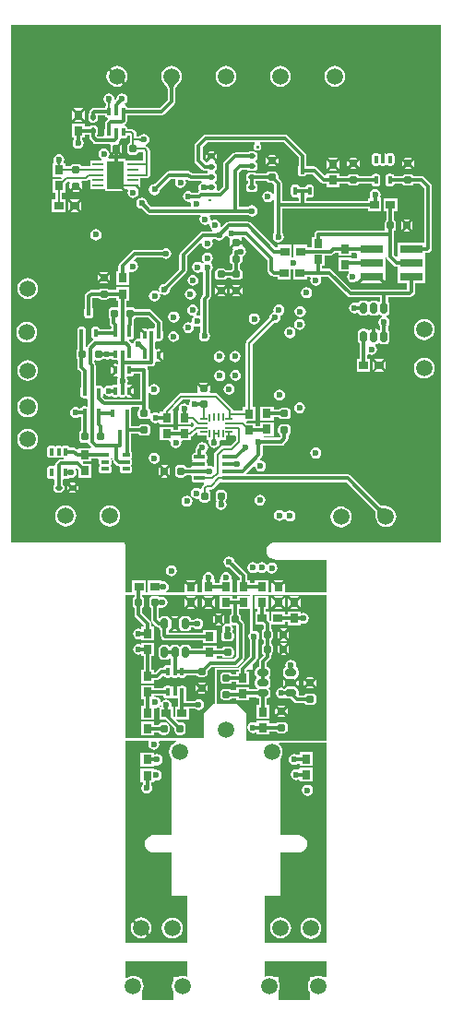
<source format=gbl>
G04 Layer_Physical_Order=4*
G04 Layer_Color=16711680*
%FSTAX43Y43*%
%MOMM*%
G71*
G01*
G75*
G04:AMPARAMS|DCode=10|XSize=0.75mm|YSize=0.6mm|CornerRadius=0.15mm|HoleSize=0mm|Usage=FLASHONLY|Rotation=90.000|XOffset=0mm|YOffset=0mm|HoleType=Round|Shape=RoundedRectangle|*
%AMROUNDEDRECTD10*
21,1,0.750,0.300,0,0,90.0*
21,1,0.450,0.600,0,0,90.0*
1,1,0.300,0.150,0.225*
1,1,0.300,0.150,-0.225*
1,1,0.300,-0.150,-0.225*
1,1,0.300,-0.150,0.225*
%
%ADD10ROUNDEDRECTD10*%
%ADD12R,0.800X0.850*%
%ADD13R,0.850X0.800*%
G04:AMPARAMS|DCode=14|XSize=0.4mm|YSize=0.75mm|CornerRadius=0.1mm|HoleSize=0mm|Usage=FLASHONLY|Rotation=270.000|XOffset=0mm|YOffset=0mm|HoleType=Round|Shape=RoundedRectangle|*
%AMROUNDEDRECTD14*
21,1,0.400,0.550,0,0,270.0*
21,1,0.200,0.750,0,0,270.0*
1,1,0.200,-0.275,-0.100*
1,1,0.200,-0.275,0.100*
1,1,0.200,0.275,0.100*
1,1,0.200,0.275,-0.100*
%
%ADD14ROUNDEDRECTD14*%
G04:AMPARAMS|DCode=15|XSize=0.4mm|YSize=0.75mm|CornerRadius=0.1mm|HoleSize=0mm|Usage=FLASHONLY|Rotation=180.000|XOffset=0mm|YOffset=0mm|HoleType=Round|Shape=RoundedRectangle|*
%AMROUNDEDRECTD15*
21,1,0.400,0.550,0,0,180.0*
21,1,0.200,0.750,0,0,180.0*
1,1,0.200,-0.100,0.275*
1,1,0.200,0.100,0.275*
1,1,0.200,0.100,-0.275*
1,1,0.200,-0.100,-0.275*
%
%ADD15ROUNDEDRECTD15*%
G04:AMPARAMS|DCode=16|XSize=0.75mm|YSize=0.6mm|CornerRadius=0.15mm|HoleSize=0mm|Usage=FLASHONLY|Rotation=0.000|XOffset=0mm|YOffset=0mm|HoleType=Round|Shape=RoundedRectangle|*
%AMROUNDEDRECTD16*
21,1,0.750,0.300,0,0,0.0*
21,1,0.450,0.600,0,0,0.0*
1,1,0.300,0.225,-0.150*
1,1,0.300,-0.225,-0.150*
1,1,0.300,-0.225,0.150*
1,1,0.300,0.225,0.150*
%
%ADD16ROUNDEDRECTD16*%
G04:AMPARAMS|DCode=19|XSize=0.6mm|YSize=1mm|CornerRadius=0.15mm|HoleSize=0mm|Usage=FLASHONLY|Rotation=180.000|XOffset=0mm|YOffset=0mm|HoleType=Round|Shape=RoundedRectangle|*
%AMROUNDEDRECTD19*
21,1,0.600,0.700,0,0,180.0*
21,1,0.300,1.000,0,0,180.0*
1,1,0.300,-0.150,0.350*
1,1,0.300,0.150,0.350*
1,1,0.300,0.150,-0.350*
1,1,0.300,-0.150,-0.350*
%
%ADD19ROUNDEDRECTD19*%
%ADD31C,0.200*%
%ADD32C,0.300*%
%ADD34C,1.500*%
%ADD35C,0.600*%
%ADD36R,2.150X0.800*%
G04:AMPARAMS|DCode=37|XSize=0.6mm|YSize=0.45mm|CornerRadius=0.113mm|HoleSize=0mm|Usage=FLASHONLY|Rotation=0.000|XOffset=0mm|YOffset=0mm|HoleType=Round|Shape=RoundedRectangle|*
%AMROUNDEDRECTD37*
21,1,0.600,0.225,0,0,0.0*
21,1,0.375,0.450,0,0,0.0*
1,1,0.225,0.188,-0.113*
1,1,0.225,-0.188,-0.113*
1,1,0.225,-0.188,0.113*
1,1,0.225,0.188,0.113*
%
%ADD37ROUNDEDRECTD37*%
G04:AMPARAMS|DCode=38|XSize=0.45mm|YSize=0.6mm|CornerRadius=0.113mm|HoleSize=0mm|Usage=FLASHONLY|Rotation=270.000|XOffset=0mm|YOffset=0mm|HoleType=Round|Shape=RoundedRectangle|*
%AMROUNDEDRECTD38*
21,1,0.450,0.375,0,0,270.0*
21,1,0.225,0.600,0,0,270.0*
1,1,0.225,-0.188,-0.113*
1,1,0.225,-0.188,0.113*
1,1,0.225,0.188,0.113*
1,1,0.225,0.188,-0.113*
%
%ADD38ROUNDEDRECTD38*%
%ADD39R,0.200X0.650*%
%ADD40R,0.200X0.750*%
%ADD41R,0.650X0.200*%
G04:AMPARAMS|DCode=42|XSize=0.4mm|YSize=1mm|CornerRadius=0.1mm|HoleSize=0mm|Usage=FLASHONLY|Rotation=270.000|XOffset=0mm|YOffset=0mm|HoleType=Round|Shape=RoundedRectangle|*
%AMROUNDEDRECTD42*
21,1,0.400,0.800,0,0,270.0*
21,1,0.200,1.000,0,0,270.0*
1,1,0.200,-0.400,-0.100*
1,1,0.200,-0.400,0.100*
1,1,0.200,0.400,0.100*
1,1,0.200,0.400,-0.100*
%
%ADD42ROUNDEDRECTD42*%
G04:AMPARAMS|DCode=43|XSize=0.6mm|YSize=1mm|CornerRadius=0.15mm|HoleSize=0mm|Usage=FLASHONLY|Rotation=90.000|XOffset=0mm|YOffset=0mm|HoleType=Round|Shape=RoundedRectangle|*
%AMROUNDEDRECTD43*
21,1,0.600,0.700,0,0,90.0*
21,1,0.300,1.000,0,0,90.0*
1,1,0.300,0.350,0.150*
1,1,0.300,0.350,-0.150*
1,1,0.300,-0.350,-0.150*
1,1,0.300,-0.350,0.150*
%
%ADD43ROUNDEDRECTD43*%
%ADD44R,1.050X0.250*%
%ADD45R,1.500X2.600*%
G04:AMPARAMS|DCode=46|XSize=0.45mm|YSize=0.6mm|CornerRadius=0.113mm|HoleSize=0mm|Usage=FLASHONLY|Rotation=180.000|XOffset=0mm|YOffset=0mm|HoleType=Round|Shape=RoundedRectangle|*
%AMROUNDEDRECTD46*
21,1,0.450,0.375,0,0,180.0*
21,1,0.225,0.600,0,0,180.0*
1,1,0.225,-0.113,0.188*
1,1,0.225,0.113,0.188*
1,1,0.225,0.113,-0.188*
1,1,0.225,-0.113,-0.188*
%
%ADD46ROUNDEDRECTD46*%
G36*
X0116707Y0094149D02*
X0101512D01*
X0101499Y0094146D01*
X0101487Y0094147D01*
X010138Y0094137D01*
X0101344Y0094126D01*
X0101307Y0094119D01*
X0101109Y0094037D01*
X0101026Y0093981D01*
X0101026Y0093981D01*
X0100874Y009383D01*
X0100819Y0093747D01*
X0100737Y0093549D01*
X0100717Y0093451D01*
Y0093237D01*
X0100737Y0093139D01*
X0100819Y0092941D01*
X0100874Y0092858D01*
X0100874Y0092858D01*
X0101026Y0092706D01*
X0101109Y0092651D01*
X0101307Y0092569D01*
X0101344Y0092562D01*
X010138Y0092551D01*
X0101487Y009254D01*
X0101499Y0092541D01*
X0101512Y0092539D01*
X0106207D01*
Y0089523D01*
X0102362D01*
Y0090489D01*
X0101852Y0089979D01*
X0101762Y0090069D01*
X0101672Y0089979D01*
X0101162Y0090489D01*
Y0089523D01*
X0100837D01*
Y0090669D01*
X0099637D01*
Y0090401D01*
X0099162D01*
Y0090669D01*
X0098919D01*
Y0091019D01*
X0098891Y0091155D01*
X0098814Y0091271D01*
X0097785Y00923D01*
X0097781Y0092305D01*
X0097773Y0092317D01*
X0097772Y0092319D01*
X0097772Y0092319D01*
X0097733Y0092514D01*
X0097622Y0092679D01*
X0097457Y009279D01*
X0097262Y0092829D01*
X0097067Y009279D01*
X0096901Y0092679D01*
X0096791Y0092514D01*
X0096752Y0092319D01*
X0096791Y0092124D01*
X0096901Y0091958D01*
X0097067Y0091848D01*
X0097262Y0091809D01*
X0097262Y0091809D01*
X0097264Y0091808D01*
X0097273Y0091801D01*
X0097284Y0091792D01*
X0098205Y0090871D01*
Y0090669D01*
X0097962D01*
Y0089498D01*
X0097562D01*
Y0090669D01*
X0097562D01*
X0097477Y0090796D01*
X0097497Y0090896D01*
X0097458Y0091091D01*
X0097347Y0091256D01*
X0097182Y0091367D01*
X0096987Y0091405D01*
X0096792Y0091367D01*
X0096626Y0091256D01*
X0096516Y0091091D01*
X0096477Y0090896D01*
X0096497Y0090796D01*
X0096396Y0090669D01*
X0096362D01*
Y0090401D01*
X0095962D01*
Y0090669D01*
X0095954D01*
X0095852Y0090796D01*
X0095872Y0090894D01*
X0095833Y0091089D01*
X0095722Y0091254D01*
X0095557Y0091365D01*
X0095362Y0091404D01*
X0095167Y0091365D01*
X0095001Y0091254D01*
X0094891Y0091089D01*
X0094852Y0090894D01*
X0094871Y0090796D01*
X009477Y0090669D01*
X0094762D01*
Y0089498D01*
X0094337D01*
Y0090489D01*
X0093827Y0089979D01*
X0093737Y0090069D01*
X0093647Y0089979D01*
X0093137Y0090489D01*
Y0089498D01*
X0091523D01*
X0091485Y0089625D01*
X0091572Y0089683D01*
X0091683Y0089849D01*
X0091722Y0090044D01*
X0091683Y0090239D01*
X0091572Y0090404D01*
X0091407Y0090515D01*
X0091212Y0090554D01*
X009116Y0090543D01*
X0091062Y0090624D01*
Y0090644D01*
X0089812D01*
Y0089498D01*
X0089612D01*
Y0090644D01*
X0088362D01*
Y0089498D01*
X0087717D01*
Y0093894D01*
X0087697Y0093991D01*
X0087642Y0094074D01*
X0087559Y0094129D01*
X0087462Y0094149D01*
X0077217D01*
Y0141639D01*
X0116707D01*
Y0094149D01*
D02*
G37*
G36*
X0097563Y0092299D02*
X0097566Y0092281D01*
X0097572Y0092262D01*
X009758Y0092243D01*
X0097591Y0092223D01*
X0097604Y0092203D01*
X0097619Y0092182D01*
X0097636Y009216D01*
X0097679Y0092114D01*
X0097467Y0091902D01*
X0097443Y0091924D01*
X0097399Y0091962D01*
X0097378Y0091977D01*
X0097357Y009199D01*
X0097337Y0092D01*
X0097318Y0092009D01*
X00973Y0092014D01*
X0097282Y0092018D01*
X0097265Y0092019D01*
X0097562Y0092316D01*
X0097563Y0092299D01*
D02*
G37*
G36*
X009556Y0090667D02*
X009555Y0090652D01*
X0095541Y0090635D01*
X0095533Y0090615D01*
X0095527Y0090594D01*
X0095521Y009057D01*
X0095517Y0090544D01*
X0095514Y0090516D01*
X0095512Y0090454D01*
X0095212D01*
X0095211Y0090486D01*
X0095206Y0090544D01*
X0095202Y009057D01*
X0095197Y0090594D01*
X009519Y0090615D01*
X0095182Y0090635D01*
X0095173Y0090652D01*
X0095163Y0090667D01*
X0095152Y009068D01*
X0095572D01*
X009556Y0090667D01*
D02*
G37*
G36*
X0090998Y0089834D02*
X0090985Y0089845D01*
X009097Y0089855D01*
X0090953Y0089864D01*
X0090933Y0089872D01*
X0090912Y0089879D01*
X0090888Y0089884D01*
X0090862Y0089888D01*
X0090834Y0089891D01*
X0090772Y0089894D01*
Y0090194D01*
X0090804Y0090194D01*
X0090862Y0090199D01*
X0090888Y0090203D01*
X0090912Y0090209D01*
X0090933Y0090215D01*
X0090953Y0090223D01*
X009097Y0090232D01*
X0090985Y0090242D01*
X0090998Y0090254D01*
Y0089834D01*
D02*
G37*
G36*
X0099162Y0089219D02*
X0097962D01*
Y0088951D01*
X0097562D01*
Y0089219D01*
X0096362D01*
Y0087969D01*
X0097455D01*
Y0087552D01*
X0097409Y0087521D01*
X0097332Y0087405D01*
X0097305Y0087269D01*
Y0086819D01*
X0097332Y0086682D01*
X0097404Y0086575D01*
X0097307Y008664D01*
X0097112Y0086679D01*
X0096917Y008664D01*
X0096751Y0086529D01*
X0096641Y0086364D01*
X0096602Y0086169D01*
X0096641Y0085974D01*
X0096663Y008594D01*
X0096634Y0085921D01*
X0096557Y0085805D01*
X009653Y0085669D01*
Y0085369D01*
X0096557Y0085232D01*
X0096634Y0085116D01*
X009675Y0085039D01*
X0096887Y0085012D01*
X0097337D01*
X0097473Y0085039D01*
X0097589Y0085116D01*
X0097666Y0085232D01*
X0097694Y0085369D01*
Y0085669D01*
X0097666Y0085805D01*
X0097589Y0085921D01*
X009756Y008594D01*
X0097583Y0085974D01*
X0097622Y0086169D01*
X0097583Y0086364D01*
X0097478Y0086521D01*
X0097525Y0086489D01*
X0097662Y0086462D01*
X0097889D01*
X009793Y0086421D01*
Y0083642D01*
X0097689Y0083401D01*
X0096087D01*
Y0083662D01*
X0096604D01*
X0096634Y0083616D01*
X009675Y0083539D01*
X0096887Y0083512D01*
X0097337D01*
X0097473Y0083539D01*
X0097589Y0083616D01*
X0097666Y0083732D01*
X0097694Y0083869D01*
Y0084169D01*
X0097666Y0084305D01*
X0097589Y0084421D01*
X0097473Y0084498D01*
X0097337Y0084526D01*
X0096887D01*
X009675Y0084498D01*
X0096634Y0084421D01*
X0096604Y0084376D01*
X0096087D01*
Y0084644D01*
X0094887D01*
Y0084401D01*
X0093742D01*
X0093716Y008453D01*
X0093639Y0084646D01*
X0093523Y0084724D01*
X0093387Y0084751D01*
X0093087D01*
X009295Y0084724D01*
X0092834Y0084646D01*
X0092762Y0084537D01*
X0092689Y0084646D01*
X0092573Y0084724D01*
X0092437Y0084751D01*
X0092137D01*
X0092Y0084724D01*
X0091884Y0084646D01*
X0091812Y0084537D01*
X0091739Y0084646D01*
X0091623Y0084724D01*
X0091487Y0084751D01*
X0091187D01*
X009105Y0084724D01*
X0090934Y0084646D01*
X0090857Y008453D01*
X009083Y0084394D01*
Y0083694D01*
X0090857Y0083557D01*
X0090934Y0083441D01*
X009105Y0083364D01*
X0091187Y0083337D01*
X0091487D01*
X0091623Y0083364D01*
X0091739Y0083441D01*
X0091812Y008355D01*
X0091884Y0083441D01*
X009193Y0083411D01*
Y0082776D01*
X0091854Y0082826D01*
X0091737Y008285D01*
X0091537D01*
X009142Y0082826D01*
X0091321Y008276D01*
X0091254Y0082661D01*
X0091247Y0082626D01*
X0091037D01*
X00909Y0082598D01*
X0090784Y0082521D01*
X0090439Y0082176D01*
X0090362D01*
Y0082444D01*
X0090119D01*
Y0083669D01*
X0090362D01*
Y0084919D01*
X0089162D01*
Y0084745D01*
X0089132Y0084765D01*
X0088937Y0084804D01*
X0088742Y0084765D01*
X0088576Y0084654D01*
X0088466Y0084489D01*
X0088427Y0084294D01*
X0088466Y0084099D01*
X0088576Y0083933D01*
X0088742Y0083823D01*
X0088937Y0083784D01*
X0089132Y0083823D01*
X0089162Y0083843D01*
Y0083669D01*
X0089405D01*
Y0082444D01*
X0089162D01*
Y0081194D01*
X0090362D01*
Y0081462D01*
X0090587D01*
X0090723Y0081489D01*
X0090839Y0081566D01*
X0091185Y0081912D01*
X0091247D01*
X0091254Y0081877D01*
X0091321Y0081778D01*
X009142Y0081711D01*
X0091537Y0081688D01*
X0091737D01*
X0091854Y0081711D01*
X0091953Y0081778D01*
X0091962Y0081791D01*
X0091971Y0081778D01*
X009207Y0081711D01*
X0092187Y0081688D01*
X0092387D01*
X0092504Y0081711D01*
X0092603Y0081778D01*
X0092612Y0081791D01*
X0092621Y0081778D01*
X009272Y0081711D01*
X0092837Y0081688D01*
X0093037D01*
X0093154Y0081711D01*
X0093253Y0081778D01*
X0093319Y0081877D01*
X0093326Y0081912D01*
X0094229D01*
X0094259Y0081866D01*
X0094375Y0081789D01*
X0094512Y0081762D01*
X0094962D01*
X0095098Y0081789D01*
X0095214Y0081866D01*
X0095291Y0081982D01*
X0095319Y0082119D01*
Y0082346D01*
X009566Y0082687D01*
X0097837D01*
X0097973Y0082714D01*
X0098089Y0082791D01*
X0098539Y0083241D01*
X0098616Y0083357D01*
X0098644Y0083494D01*
Y0086569D01*
X0098616Y0086705D01*
X0098539Y0086821D01*
X0098319Y0087042D01*
Y0087269D01*
X0098291Y0087405D01*
X0098214Y0087521D01*
X0098169Y0087552D01*
Y0087969D01*
X0099162D01*
Y0085833D01*
X0099066Y0085689D01*
X0099027Y0085494D01*
X0099066Y0085299D01*
X0099162Y0085155D01*
Y0083673D01*
X0098259Y0082771D01*
X0098182Y0082655D01*
X0098175Y0082619D01*
X0098155Y0082623D01*
X0096162D01*
X0096084Y0082607D01*
X0096064Y0082594D01*
X0095937D01*
Y0079319D01*
X0095812Y0079319D01*
X0094937Y0078444D01*
Y0076119D01*
X0087717D01*
Y0089294D01*
X008858D01*
Y0089127D01*
X0088534Y0089096D01*
X0088457Y008898D01*
X008843Y0088844D01*
Y0088394D01*
X0088457Y0088257D01*
X0088534Y0088141D01*
X008858Y0088111D01*
Y0087469D01*
X0088607Y0087332D01*
X0088684Y0087216D01*
X0089405Y0086496D01*
Y0086369D01*
X0089162D01*
Y008617D01*
X0089132Y008619D01*
X0088937Y0086229D01*
X0088742Y008619D01*
X0088576Y0086079D01*
X0088466Y0085914D01*
X0088427Y0085719D01*
X0088466Y0085524D01*
X0088576Y0085358D01*
X0088742Y0085248D01*
X0088937Y0085209D01*
X0089132Y0085248D01*
X0089162Y0085268D01*
Y0085119D01*
X0090362D01*
Y0086369D01*
X0090119D01*
Y0086644D01*
X0090091Y008678D01*
X0090014Y0086896D01*
X0089294Y0087617D01*
Y0088111D01*
X0089339Y0088141D01*
X0089416Y0088257D01*
X0089444Y0088394D01*
Y0088844D01*
X0089416Y008898D01*
X0089339Y0089096D01*
X0089294Y0089127D01*
Y0089294D01*
X0099162D01*
Y0089219D01*
D02*
G37*
G36*
X009731Y0085942D02*
X00973Y0085927D01*
X0097291Y008591D01*
X0097283Y008589D01*
X0097277Y0085869D01*
X0097271Y0085845D01*
X0097267Y0085819D01*
X0097264Y0085791D01*
X0097262Y0085729D01*
X0096962D01*
X0096961Y0085761D01*
X0096956Y0085819D01*
X0096952Y0085845D01*
X0096947Y0085869D01*
X009694Y008589D01*
X0096932Y008591D01*
X0096923Y0085927D01*
X0096913Y0085942D01*
X0096902Y0085955D01*
X0097322D01*
X009731Y0085942D01*
D02*
G37*
G36*
X0089146Y0085936D02*
X0089161Y0085927D01*
X0089179Y0085919D01*
X0089198Y0085913D01*
X008922Y0085907D01*
X0089244Y0085902D01*
X008927Y0085898D01*
X0089328Y0085894D01*
X008936Y0085894D01*
X008939Y0085594D01*
X0089357Y0085593D01*
X00893Y0085588D01*
X0089274Y0085583D01*
X0089251Y0085577D01*
X008923Y008557D01*
X0089211Y0085561D01*
X0089194Y0085551D01*
X008918Y008554D01*
X0089168Y0085527D01*
X0089133Y0085946D01*
X0089146Y0085936D01*
D02*
G37*
G36*
X0099735Y0085267D02*
X0099725Y0085252D01*
X0099716Y0085235D01*
X0099708Y0085215D01*
X0099702Y0085194D01*
X0099696Y008517D01*
X0099692Y0085144D01*
X0099689Y0085116D01*
X0099687Y0085054D01*
X0099387D01*
X0099386Y0085086D01*
X0099381Y0085144D01*
X0099377Y008517D01*
X0099372Y0085194D01*
X0099365Y0085215D01*
X0099357Y0085235D01*
X0099348Y0085252D01*
X0099338Y0085267D01*
X0099327Y008528D01*
X0099747D01*
X0099735Y0085267D01*
D02*
G37*
G36*
X0089164Y0084492D02*
X0089179Y0084482D01*
X0089196Y0084473D01*
X0089215Y0084465D01*
X0089237Y0084459D01*
X008926Y0084453D01*
X0089286Y0084449D01*
X0089314Y0084446D01*
X0089377Y0084444D01*
Y0084144D01*
X0089344Y0084143D01*
X0089286Y0084138D01*
X008926Y0084134D01*
X0089237Y0084129D01*
X0089215Y0084122D01*
X0089196Y0084114D01*
X0089179Y0084105D01*
X0089164Y0084095D01*
X0089151Y0084084D01*
Y0084504D01*
X0089164Y0084492D01*
D02*
G37*
G36*
X0106207Y0075944D02*
X0098837D01*
Y0078444D01*
X0098762Y0078519D01*
X0097962Y0079319D01*
X0096162D01*
Y0082419D01*
X0098155D01*
Y0082294D01*
X0097912D01*
Y0082026D01*
X009752D01*
X0097489Y0082071D01*
X0097373Y0082148D01*
X0097237Y0082176D01*
X0096787D01*
X009665Y0082148D01*
X0096534Y0082071D01*
X0096457Y0081955D01*
X009643Y0081819D01*
Y0081519D01*
X0096457Y0081382D01*
X0096534Y0081266D01*
X009665Y0081189D01*
X0096787Y0081162D01*
X0097237D01*
X0097373Y0081189D01*
X0097489Y0081266D01*
X009752Y0081312D01*
X0097912D01*
Y0081044D01*
X0099112D01*
Y0082294D01*
X0098869D01*
Y0082371D01*
X0098916Y0082419D01*
X0099437D01*
Y0082939D01*
X0099789Y0083291D01*
X0099866Y0083407D01*
X0099894Y0083544D01*
Y008511D01*
X0099894Y0085117D01*
X0099897Y0085131D01*
X0099897Y0085133D01*
X0099897Y0085133D01*
X0100008Y0085299D01*
X0100047Y0085494D01*
X0100008Y0085689D01*
X0099897Y0085854D01*
X0099732Y0085965D01*
X0099537Y0086004D01*
X0099437Y0085984D01*
Y0089319D01*
X0106207D01*
Y0075944D01*
D02*
G37*
G36*
X0092388Y0075788D02*
X0092233Y0075724D01*
X0092079Y0075606D01*
X0092032Y0075574D01*
X0092Y0075526D01*
X0091882Y0075373D01*
X0091786Y0075142D01*
X0091754Y0074894D01*
X0091786Y0074646D01*
X0091882Y0074415D01*
X0091957Y0074317D01*
Y0067249D01*
X0090312D01*
X0090299Y0067246D01*
X0090287Y0067247D01*
X009018Y0067237D01*
X0090144Y0067226D01*
X0090107Y0067219D01*
X0089909Y0067137D01*
X0089826Y0067081D01*
X0089826Y0067081D01*
X0089674Y006693D01*
X0089619Y0066847D01*
X0089537Y0066649D01*
X008953Y0066612D01*
X0089519Y0066576D01*
X0089508Y0066469D01*
X0089511Y0066444D01*
X0089508Y0066419D01*
X0089519Y0066312D01*
X008953Y0066276D01*
X0089537Y0066239D01*
X0089619Y0066041D01*
X0089674Y0065958D01*
X0089674Y0065958D01*
X0089826Y0065806D01*
X0089909Y0065751D01*
X0090107Y0065669D01*
X0090144Y0065662D01*
X009018Y0065651D01*
X0090287Y006564D01*
X0090299Y0065641D01*
X0090312Y0065639D01*
X0091957D01*
Y0061894D01*
X0091976Y0061796D01*
X0092032Y0061714D01*
X0092114Y0061658D01*
X0092212Y0061639D01*
X0093457D01*
Y0057344D01*
X0087717D01*
Y0075915D01*
X008984D01*
X00899Y0075803D01*
X0089891Y0075789D01*
X0089852Y0075594D01*
X0089891Y0075399D01*
X0090001Y0075233D01*
X0090167Y0075123D01*
X0090362Y0075084D01*
X0090557Y0075123D01*
X0090722Y0075233D01*
X0090833Y0075399D01*
X0090872Y0075594D01*
X0090833Y0075789D01*
X0090823Y0075803D01*
X0090883Y0075915D01*
X0092363D01*
X0092388Y0075788D01*
D02*
G37*
G36*
X0106207Y0057344D02*
X0100492D01*
X0100492Y0061639D01*
X0101712D01*
X0101809Y0061658D01*
X0101892Y0061714D01*
X0101947Y0061796D01*
X0101967Y0061894D01*
Y0065639D01*
X0103612D01*
X0103624Y0065641D01*
X0103637Y006564D01*
X0103744Y0065651D01*
X010378Y0065662D01*
X0103817Y0065669D01*
X0104015Y0065751D01*
X0104098Y0065806D01*
X0104098Y0065806D01*
X0104249Y0065958D01*
X0104305Y0066041D01*
X0104387Y0066239D01*
X0104394Y0066276D01*
X0104405Y0066312D01*
X0104415Y0066419D01*
X0104413Y0066444D01*
X0104415Y0066469D01*
X0104405Y0066576D01*
X0104394Y0066612D01*
X0104387Y0066649D01*
X0104305Y0066847D01*
X0104249Y006693D01*
X0104249Y006693D01*
X0104098Y0067081D01*
X0104015Y0067137D01*
X0103817Y0067219D01*
X010378Y0067226D01*
X0103744Y0067237D01*
X0103637Y0067247D01*
X0103624Y0067246D01*
X0103612Y0067249D01*
X0101967D01*
Y0074317D01*
X0102042Y0074415D01*
X0102137Y0074646D01*
X010217Y0074894D01*
X0102137Y0075142D01*
X0102042Y0075373D01*
X0101924Y0075526D01*
X0101892Y0075574D01*
X0101844Y0075606D01*
X0101835Y0075613D01*
X0101878Y007574D01*
X0106207D01*
Y0057344D01*
D02*
G37*
G36*
X0093437Y0054225D02*
X009321Y0054319D01*
X0092962Y0054352D01*
X0092714Y0054319D01*
X0092483Y0054224D01*
X0092444Y0054194D01*
X0092187D01*
Y0053944D01*
X0092132Y0053873D01*
X0092036Y0053642D01*
X0092004Y0053394D01*
X0092036Y0053146D01*
X0092132Y0052915D01*
X0092187Y0052843D01*
Y0052149D01*
X0089237D01*
Y0052843D01*
X0089292Y0052915D01*
X0089387Y0053146D01*
X008942Y0053394D01*
X0089387Y0053642D01*
X0089292Y0053873D01*
X0089237Y0053944D01*
Y0054094D01*
X0089112D01*
X0089094Y0054106D01*
X0088941Y0054224D01*
X008871Y0054319D01*
X0088462Y0054352D01*
X0088214Y0054319D01*
X0087983Y0054224D01*
X0087885Y0054149D01*
X0087762D01*
Y0055694D01*
X0093437D01*
Y0054225D01*
D02*
G37*
G36*
X0106187Y0054194D02*
X010598D01*
X0105941Y0054224D01*
X010571Y0054319D01*
X0105462Y0054352D01*
X0105214Y0054319D01*
X0104983Y0054224D01*
X0104944Y0054194D01*
X0104637D01*
Y0053879D01*
X0104632Y0053873D01*
X0104536Y0053642D01*
X0104504Y0053394D01*
X0104536Y0053146D01*
X0104632Y0052915D01*
X0104637Y0052908D01*
Y0052149D01*
X0101762D01*
Y0052876D01*
X0101792Y0052915D01*
X0101887Y0053146D01*
X010192Y0053394D01*
X0101887Y0053642D01*
X0101792Y0053873D01*
X0101762Y0053912D01*
Y0054194D01*
X010148D01*
X0101441Y0054224D01*
X010121Y0054319D01*
X0100962Y0054352D01*
X0100714Y0054319D01*
X0100492Y0054227D01*
Y0055694D01*
X0106187D01*
Y0054194D01*
D02*
G37*
%LPC*%
G36*
X0086962Y0137852D02*
X0086714Y0137819D01*
X0086483Y0137724D01*
X0086386Y0137649D01*
X0087052Y0136984D01*
X0087717Y0136318D01*
X0087792Y0136415D01*
X0087887Y0136646D01*
X008792Y0136894D01*
X0087887Y0137142D01*
X0087792Y0137373D01*
X0087639Y0137571D01*
X0087441Y0137724D01*
X008721Y0137819D01*
X0086962Y0137852D01*
D02*
G37*
G36*
X0106962D02*
X0106714Y0137819D01*
X0106483Y0137724D01*
X0106284Y0137571D01*
X0106132Y0137373D01*
X0106036Y0137142D01*
X0106004Y0136894D01*
X0106036Y0136646D01*
X0106132Y0136415D01*
X0106284Y0136216D01*
X0106483Y0136064D01*
X0106714Y0135968D01*
X0106962Y0135936D01*
X010721Y0135968D01*
X0107441Y0136064D01*
X0107639Y0136216D01*
X0107792Y0136415D01*
X0107887Y0136646D01*
X010792Y0136894D01*
X0107887Y0137142D01*
X0107792Y0137373D01*
X0107639Y0137571D01*
X0107441Y0137724D01*
X010721Y0137819D01*
X0106962Y0137852D01*
D02*
G37*
G36*
X0101962D02*
X0101714Y0137819D01*
X0101483Y0137724D01*
X0101284Y0137571D01*
X0101132Y0137373D01*
X0101036Y0137142D01*
X0101004Y0136894D01*
X0101036Y0136646D01*
X0101132Y0136415D01*
X0101284Y0136216D01*
X0101483Y0136064D01*
X0101714Y0135968D01*
X0101962Y0135936D01*
X010221Y0135968D01*
X0102441Y0136064D01*
X0102639Y0136216D01*
X0102792Y0136415D01*
X0102887Y0136646D01*
X010292Y0136894D01*
X0102887Y0137142D01*
X0102792Y0137373D01*
X0102639Y0137571D01*
X0102441Y0137724D01*
X010221Y0137819D01*
X0101962Y0137852D01*
D02*
G37*
G36*
X0096962D02*
X0096714Y0137819D01*
X0096483Y0137724D01*
X0096284Y0137571D01*
X0096132Y0137373D01*
X0096036Y0137142D01*
X0096004Y0136894D01*
X0096036Y0136646D01*
X0096132Y0136415D01*
X0096284Y0136216D01*
X0096483Y0136064D01*
X0096714Y0135968D01*
X0096962Y0135936D01*
X009721Y0135968D01*
X0097441Y0136064D01*
X0097639Y0136216D01*
X0097792Y0136415D01*
X0097887Y0136646D01*
X009792Y0136894D01*
X0097887Y0137142D01*
X0097792Y0137373D01*
X0097639Y0137571D01*
X0097441Y0137724D01*
X009721Y0137819D01*
X0096962Y0137852D01*
D02*
G37*
G36*
X0086206Y013747D02*
X0086132Y0137373D01*
X0086036Y0137142D01*
X0086004Y0136894D01*
X0086036Y0136646D01*
X0086132Y0136415D01*
X0086284Y0136216D01*
X0086483Y0136064D01*
X0086714Y0135968D01*
X0086962Y0135936D01*
X008721Y0135968D01*
X0087441Y0136064D01*
X0087538Y0136138D01*
X0086872Y0136804D01*
X0086206Y013747D01*
D02*
G37*
G36*
X0091962Y0137852D02*
X0091714Y0137819D01*
X0091483Y0137724D01*
X0091284Y0137571D01*
X0091132Y0137373D01*
X0091036Y0137142D01*
X0091004Y0136894D01*
X0091036Y0136646D01*
X0091132Y0136415D01*
X0091284Y0136216D01*
X0091306Y0136199D01*
X0091418Y013608D01*
X0091466Y0136021D01*
X0091508Y0135964D01*
X0091541Y013591D01*
X0091567Y0135861D01*
X0091586Y0135816D01*
X0091599Y0135776D01*
X0091605Y0135743D01*
Y0134767D01*
X0090864Y0134026D01*
X0087926D01*
X0087919Y0134061D01*
X0087853Y013416D01*
X0087754Y0134226D01*
X0087725Y0134232D01*
X0087698Y0134367D01*
X0087797Y0134433D01*
X0087908Y0134599D01*
X0087947Y0134794D01*
X0087908Y0134989D01*
X0087797Y0135154D01*
X0087632Y0135265D01*
X0087437Y0135304D01*
X0087242Y0135265D01*
X0087076Y0135154D01*
X0086966Y0134989D01*
X0086933Y0134823D01*
X0086869Y0134782D01*
X0086853Y0134783D01*
X0086738Y0134839D01*
X0086708Y0134989D01*
X0086597Y0135154D01*
X0086432Y0135265D01*
X0086237Y0135304D01*
X0086042Y0135265D01*
X0085876Y0135154D01*
X0085766Y0134989D01*
X0085727Y0134794D01*
X0085766Y0134599D01*
X0085876Y0134433D01*
X0085898Y0134419D01*
X0085905Y0134411D01*
X0085912Y01344D01*
X0085918Y013439D01*
X0085923Y0134381D01*
X0085926Y0134372D01*
X0085929Y0134363D01*
X0085931Y0134353D01*
Y0134167D01*
X0085921Y013416D01*
X0085854Y0134061D01*
X0085847Y0134026D01*
X0084862D01*
X0084725Y0133999D01*
X0084609Y0133921D01*
X0084509Y0133821D01*
X0084432Y0133705D01*
X0084405Y0133569D01*
Y0133553D01*
X0084355Y0133478D01*
X0084331Y0133356D01*
Y0132981D01*
X0084355Y0132859D01*
X0084424Y0132756D01*
X0084527Y0132687D01*
X0084649Y0132663D01*
X0084874D01*
X0084996Y0132687D01*
X00851Y0132756D01*
X0085169Y0132859D01*
X0085193Y0132981D01*
Y0133312D01*
X0085847D01*
X0085854Y0133277D01*
X0085921Y0133178D01*
X008602Y0133111D01*
X0086122Y0133091D01*
X0086142Y0133052D01*
X0086157Y0132961D01*
X0086134Y0132946D01*
X0085984Y0132796D01*
X0085907Y013268D01*
X008588Y0132544D01*
Y0132199D01*
X0085854Y0132161D01*
X0085831Y0132044D01*
Y0131494D01*
X0085754Y0131401D01*
X0085185D01*
X0085119Y0131467D01*
Y013151D01*
X0085169Y0131584D01*
X0085193Y0131706D01*
Y0132081D01*
X0085169Y0132203D01*
X00851Y0132307D01*
X0084996Y0132376D01*
X0084874Y01324D01*
X0084649D01*
X0084527Y0132376D01*
X0084424Y0132307D01*
X0084387Y0132251D01*
X0084012D01*
Y0132519D01*
X0082812D01*
Y0131269D01*
X008303D01*
Y0131127D01*
X0083029Y0131121D01*
X0083027Y0131107D01*
X0083026Y0131104D01*
X0083026Y0131104D01*
X0082916Y0130939D01*
X0082877Y0130744D01*
X0082916Y0130549D01*
X0083026Y0130383D01*
X0083192Y0130273D01*
X0083387Y0130234D01*
X0083582Y0130273D01*
X0083747Y0130383D01*
X0083858Y0130549D01*
X0083897Y0130744D01*
X0083858Y0130939D01*
X0083747Y0131104D01*
X0083747Y0131104D01*
X0083747Y0131107D01*
X0083745Y0131118D01*
X0083744Y0131131D01*
Y0131269D01*
X0084012D01*
Y0131537D01*
X0084387D01*
X0084405Y013151D01*
Y0131319D01*
X0084432Y0131182D01*
X0084509Y0131066D01*
X0084784Y0130791D01*
X00849Y0130714D01*
X0085037Y0130687D01*
X0086345D01*
X0086423Y013056D01*
X0086405Y0130469D01*
Y0130019D01*
X0086432Y0129882D01*
X0086438Y0129874D01*
X0086822Y0130259D01*
X0086912Y0130169D01*
X0086987Y0130244D01*
X0086822Y0130409D01*
X0087206Y0130793D01*
X0087198Y0130798D01*
X008718Y0130802D01*
X0087138Y013094D01*
X0087139Y0130941D01*
X0087216Y0131057D01*
X0087229Y0131119D01*
X0087306Y0131197D01*
X0087371Y0131201D01*
X0087437Y0131188D01*
X0087637D01*
X0087754Y0131211D01*
X0087853Y0131278D01*
X0087919Y0131377D01*
X0087937Y0131463D01*
X0088131D01*
Y01308D01*
X0088125Y0130798D01*
X0088009Y0130721D01*
X0087932Y0130605D01*
X0087905Y0130469D01*
Y0130019D01*
X0087932Y0129882D01*
X0088009Y0129766D01*
X0088125Y0129689D01*
X0088262Y0129662D01*
X0088562D01*
X0088698Y0129689D01*
X0088814Y0129766D01*
X0088892Y0129882D01*
X0088898Y0129913D01*
X0089381D01*
Y012915D01*
X0089112D01*
Y0129169D01*
X0087762D01*
Y0129344D01*
X0086232D01*
X0086164Y0129471D01*
X0086233Y0129574D01*
X0086272Y0129769D01*
X0086233Y0129964D01*
X0086122Y0130129D01*
X0085957Y013024D01*
X0085762Y0130279D01*
X0085567Y013024D01*
X0085401Y0130129D01*
X0085291Y0129964D01*
X0085252Y0129769D01*
X0085291Y0129574D01*
X0085401Y0129408D01*
X0085567Y0129298D01*
X0085577Y0129296D01*
X0085564Y0129169D01*
X0084512D01*
Y012865D01*
X0083712D01*
X0083664Y0128721D01*
X0083548Y0128798D01*
X0083412Y0128826D01*
X0082962D01*
X0082825Y0128798D01*
X0082709Y0128721D01*
X0082662Y012865D01*
X0082237D01*
Y0128919D01*
X0082156D01*
X0082096Y0129031D01*
X0082108Y0129049D01*
X0082147Y0129244D01*
X0082108Y0129439D01*
X0081997Y0129604D01*
X0081832Y0129715D01*
X0081637Y0129754D01*
X0081442Y0129715D01*
X0081276Y0129604D01*
X0081166Y0129439D01*
X0081127Y0129244D01*
X0081166Y0129049D01*
X0081178Y0129031D01*
X0081118Y0128919D01*
X0081037D01*
Y0127669D01*
X0081855D01*
X0081902Y0127558D01*
X0081829Y0127469D01*
X0081037D01*
Y0126219D01*
X0081331D01*
Y0125619D01*
X0081012D01*
Y0124419D01*
X0082262D01*
Y0125619D01*
X0081943D01*
Y0126219D01*
X0082237D01*
Y0127011D01*
X0082469Y0127243D01*
X0082585Y0127232D01*
X0082642Y012712D01*
X0082632Y0127105D01*
X0082605Y0126969D01*
Y0126669D01*
X0082632Y0126532D01*
X0082638Y0126524D01*
X0083022Y0126909D01*
X0083187Y0126744D01*
X0083352Y0126909D01*
X0083736Y0126524D01*
X0083742Y0126532D01*
X0083769Y0126669D01*
Y0126969D01*
X0083742Y0127105D01*
X0083721Y0127136D01*
X0083789Y0127263D01*
X0084087D01*
X0084087Y0127263D01*
X0084204Y0127286D01*
X0084303Y0127353D01*
X0084385Y0127434D01*
X0084512Y0127382D01*
Y0126519D01*
X0085862D01*
Y0126344D01*
X0087582D01*
X0086722Y0127204D01*
X0086902Y0127384D01*
X0087766Y0126519D01*
X0087895D01*
X0087961Y0126392D01*
X0087927Y0126219D01*
X0087966Y0126024D01*
X0088076Y0125858D01*
X0088242Y0125748D01*
X0088437Y0125709D01*
X0088632Y0125748D01*
X0088797Y0125858D01*
X0088908Y0126024D01*
X0088947Y0126219D01*
X0088912Y0126392D01*
X0088963Y0126488D01*
X0088697Y0126754D01*
X0088877Y0126934D01*
X0089112Y0126698D01*
Y0127538D01*
X0089687D01*
X0089804Y0127561D01*
X0089903Y0127628D01*
X0089969Y0127727D01*
X0089993Y0127844D01*
Y0130044D01*
X0089969Y0130161D01*
X0089903Y013026D01*
X0089903Y013026D01*
X0089728Y0130435D01*
X0089639Y0130495D01*
X0089632Y0130558D01*
X0089641Y0130629D01*
X0089797Y0130733D01*
X0089908Y0130899D01*
X0089947Y0131094D01*
X0089908Y0131289D01*
X0089797Y0131454D01*
X0089632Y0131565D01*
X0089437Y0131604D01*
X0089242Y0131565D01*
X0089076Y0131454D01*
X0089062Y0131433D01*
X0089054Y0131426D01*
X0089043Y0131419D01*
X0089033Y0131413D01*
X0089024Y0131408D01*
X0089015Y0131404D01*
X0089006Y0131402D01*
X0088996Y01314D01*
X0088743D01*
Y0131619D01*
X0088743Y0131619D01*
X0088719Y0131736D01*
X0088653Y0131835D01*
X0088503Y0131985D01*
X0088404Y0132051D01*
X0088287Y0132075D01*
X0088287Y0132075D01*
X0087937D01*
X0087919Y0132161D01*
X0087853Y013226D01*
X0087754Y0132326D01*
X0087728Y0132332D01*
X0087707Y0132367D01*
X0087691Y0132468D01*
X0087789Y0132566D01*
X0087867Y0132682D01*
X0087894Y0132819D01*
Y0133238D01*
X0087919Y0133277D01*
X0087926Y0133312D01*
X0091012D01*
X0091148Y0133339D01*
X0091264Y0133416D01*
X0092214Y0134366D01*
X0092291Y0134482D01*
X0092319Y0134619D01*
Y0135743D01*
X0092325Y0135776D01*
X0092337Y0135816D01*
X0092356Y0135861D01*
X0092382Y013591D01*
X0092416Y0135964D01*
X0092456Y0136019D01*
X0092566Y0136148D01*
X0092615Y0136197D01*
X0092639Y0136216D01*
X0092792Y0136415D01*
X0092887Y0136646D01*
X009292Y0136894D01*
X0092887Y0137142D01*
X0092792Y0137373D01*
X0092639Y0137571D01*
X0092441Y0137724D01*
X009221Y0137819D01*
X0091962Y0137852D01*
D02*
G37*
G36*
X0083832Y0133969D02*
X0082991D01*
X0083412Y0133548D01*
X0083832Y0133969D01*
D02*
G37*
G36*
X0083412Y0133369D02*
X0083387Y0133344D01*
X0083412Y0133319D01*
X0083437Y0133344D01*
X0083412Y0133369D01*
D02*
G37*
G36*
X0084012Y0133789D02*
X0083566Y0133344D01*
X0084012Y0132898D01*
Y0133789D01*
D02*
G37*
G36*
X0082812Y0133789D02*
Y0132898D01*
X0083257Y0133344D01*
X0082812Y0133789D01*
D02*
G37*
G36*
X0083412Y0133139D02*
X0082991Y0132719D01*
X0083832D01*
X0083412Y0133139D01*
D02*
G37*
G36*
X0087386Y0130613D02*
X0087016Y0130244D01*
X0087386Y0129874D01*
X0087392Y0129882D01*
X0087419Y0130019D01*
Y0130469D01*
X0087392Y0130605D01*
X0087386Y0130613D01*
D02*
G37*
G36*
X0112137Y012985D02*
X0111937D01*
X011182Y0129826D01*
X0111721Y012976D01*
X0111703D01*
X0111604Y0129826D01*
X0111487Y012985D01*
X0111287D01*
X011117Y0129826D01*
X0111071Y012976D01*
X0111053D01*
X0110954Y0129826D01*
X0110837Y012985D01*
X0110637D01*
X011052Y0129826D01*
X0110421Y012976D01*
X0110354Y0129661D01*
X0110331Y0129544D01*
Y0128994D01*
X0110354Y0128877D01*
X0110421Y0128778D01*
X011052Y0128711D01*
X0110637Y0128688D01*
X0110837D01*
X0110954Y0128711D01*
X0111053Y0128778D01*
X0111071D01*
X011117Y0128711D01*
X0111287Y0128688D01*
X0111487D01*
X0111604Y0128711D01*
X0111703Y0128778D01*
X0111721D01*
X011182Y0128711D01*
X0111937Y0128688D01*
X0112137D01*
X0112254Y0128711D01*
X0112353Y0128778D01*
X0112419Y0128877D01*
X0112443Y0128994D01*
Y0129544D01*
X0112419Y0129661D01*
X0112353Y012976D01*
X0112254Y0129826D01*
X0112137Y012985D01*
D02*
G37*
G36*
X0086912Y0129989D02*
X0086617Y0129695D01*
X0086625Y0129689D01*
X0086762Y0129662D01*
X0087062D01*
X0087198Y0129689D01*
X0087206Y0129695D01*
X0086912Y0129989D01*
D02*
G37*
G36*
X0095824Y0129975D02*
X0095449D01*
X0095333Y0129952D01*
X0095637Y0129648D01*
X009594Y0129952D01*
X0095824Y0129975D01*
D02*
G37*
G36*
X0095637Y0129619D02*
X0095562Y0129544D01*
X0095637Y0129469D01*
X0095712Y0129544D01*
X0095637Y0129619D01*
D02*
G37*
G36*
X009612Y0129772D02*
X0095891Y0129544D01*
X009612Y0129315D01*
X0096143Y0129431D01*
Y0129656D01*
X009612Y0129772D01*
D02*
G37*
G36*
X0095154Y0129772D02*
X0095131Y0129656D01*
Y0129431D01*
X0095154Y0129315D01*
X0095382Y0129544D01*
X0095154Y0129772D01*
D02*
G37*
G36*
X0101412Y0129651D02*
X0100962D01*
X0100825Y0129623D01*
X0100817Y0129618D01*
X0101187Y0129248D01*
X0101556Y0129618D01*
X0101548Y0129623D01*
X0101412Y0129651D01*
D02*
G37*
G36*
X0101187Y0129219D02*
X0101112Y0129144D01*
X0101187Y0129069D01*
X0101262Y0129144D01*
X0101187Y0129219D01*
D02*
G37*
G36*
X0107207Y0129444D02*
X0106366D01*
X0106787Y0129023D01*
X0107207Y0129444D01*
D02*
G37*
G36*
X0113912Y0129376D02*
X0113462D01*
X0113325Y0129348D01*
X0113317Y0129343D01*
X0113687Y0128973D01*
X0114056Y0129343D01*
X0114048Y0129348D01*
X0113912Y0129376D01*
D02*
G37*
G36*
X0108887D02*
X0108437D01*
X01083Y0129348D01*
X0108292Y0129343D01*
X0108662Y0128973D01*
X0109031Y0129343D01*
X0109023Y0129348D01*
X0108887Y0129376D01*
D02*
G37*
G36*
X0101736Y0129438D02*
X0101441Y0129144D01*
X0101736Y0128849D01*
X0101741Y0128857D01*
X0101769Y0128994D01*
Y0129294D01*
X0101741Y012943D01*
X0101736Y0129438D01*
D02*
G37*
G36*
X0100638Y0129438D02*
X0100632Y012943D01*
X0100605Y0129294D01*
Y0128994D01*
X0100632Y0128857D01*
X0100638Y0128849D01*
X0100932Y0129144D01*
X0100638Y0129438D01*
D02*
G37*
G36*
X0106787Y0128844D02*
X0106762Y0128819D01*
X0106787Y0128794D01*
X0106812Y0128819D01*
X0106787Y0128844D01*
D02*
G37*
G36*
X0113687Y0128944D02*
X0113612Y0128869D01*
X0113687Y0128794D01*
X0113762Y0128869D01*
X0113687Y0128944D01*
D02*
G37*
G36*
X0108662D02*
X0108587Y0128869D01*
X0108662Y0128794D01*
X0108737Y0128869D01*
X0108662Y0128944D01*
D02*
G37*
G36*
X0101187Y0129039D02*
X0100817Y012867D01*
X0100825Y0128664D01*
X0100962Y0128637D01*
X0101412D01*
X0101548Y0128664D01*
X0101556Y012867D01*
X0101187Y0129039D01*
D02*
G37*
G36*
X0114236Y0129163D02*
X0113941Y0128869D01*
X0114236Y0128574D01*
X0114241Y0128582D01*
X0114269Y0128719D01*
Y0129019D01*
X0114241Y0129155D01*
X0114236Y0129163D01*
D02*
G37*
G36*
X0108113D02*
X0108107Y0129155D01*
X010808Y0129019D01*
Y0128719D01*
X0108107Y0128582D01*
X0108113Y0128574D01*
X0108407Y0128869D01*
X0108113Y0129163D01*
D02*
G37*
G36*
X0109211Y0129163D02*
X0108916Y0128869D01*
X0109211Y0128574D01*
X0109216Y0128582D01*
X0109244Y0128719D01*
Y0129019D01*
X0109216Y0129155D01*
X0109211Y0129163D01*
D02*
G37*
G36*
X0113138Y0129163D02*
X0113132Y0129155D01*
X0113105Y0129019D01*
Y0128719D01*
X0113132Y0128582D01*
X0113138Y0128574D01*
X0113432Y0128869D01*
X0113138Y0129163D01*
D02*
G37*
G36*
X0107387Y0129264D02*
X0106941Y0128819D01*
X0107387Y0128373D01*
Y0129264D01*
D02*
G37*
G36*
X0106187Y0129264D02*
Y0128373D01*
X0106632Y0128819D01*
X0106187Y0129264D01*
D02*
G37*
G36*
X0113687Y0128764D02*
X0113317Y0128395D01*
X0113325Y0128389D01*
X0113462Y0128362D01*
X0113912D01*
X0114048Y0128389D01*
X0114056Y0128395D01*
X0113687Y0128764D01*
D02*
G37*
G36*
X0108662D02*
X0108292Y0128395D01*
X01083Y0128389D01*
X0108437Y0128362D01*
X0108887D01*
X0109023Y0128389D01*
X0109031Y0128395D01*
X0108662Y0128764D01*
D02*
G37*
G36*
X0106787Y0128614D02*
X0106366Y0128194D01*
X0107207D01*
X0106787Y0128614D01*
D02*
G37*
G36*
X0101412Y0128151D02*
X0100962D01*
X0100825Y0128124D01*
X0100709Y0128046D01*
X0100679Y0128001D01*
X0099721D01*
X0099646Y0128051D01*
X0099524Y0128075D01*
X0099149D01*
X0099027Y0128051D01*
X0098924Y0127982D01*
X0098855Y0127878D01*
X0098831Y0127756D01*
Y0127531D01*
X0098855Y0127409D01*
X0098924Y0127306D01*
X009898Y0127269D01*
Y0127069D01*
X0098924Y0127032D01*
X0098855Y0126928D01*
X0098831Y0126806D01*
Y0126581D01*
X0098855Y0126459D01*
X0098924Y0126356D01*
X0099027Y0126287D01*
X0099149Y0126263D01*
X0099524D01*
X0099646Y0126287D01*
X009975Y0126356D01*
X0099819Y0126459D01*
X0099843Y0126581D01*
Y0126806D01*
X0099819Y0126928D01*
X009975Y0127032D01*
X0099694Y0127069D01*
Y0127269D01*
X0099721Y0127287D01*
X0100679D01*
X0100709Y0127241D01*
X0100825Y0127164D01*
X0100962Y0127137D01*
X0101189D01*
X0101405Y0126921D01*
Y0126106D01*
X0101287Y0126045D01*
X0101278Y0126046D01*
X0101172Y0126204D01*
X0101007Y0126315D01*
X0100812Y0126354D01*
X0100617Y0126315D01*
X0100451Y0126204D01*
X0100341Y0126039D01*
X0100302Y0125844D01*
X0100341Y0125649D01*
X0100451Y0125483D01*
X0100617Y0125373D01*
X0100812Y0125334D01*
X0101007Y0125373D01*
X0101172Y0125483D01*
X0101278Y0125641D01*
X0101287Y0125643D01*
X0101405Y0125582D01*
Y0122552D01*
X0101404Y0122546D01*
X0101402Y0122532D01*
X0101401Y0122529D01*
X0101401Y0122529D01*
X0101291Y0122364D01*
X0101252Y0122169D01*
X0101291Y0121974D01*
X0101401Y0121808D01*
X0101567Y0121698D01*
X0101762Y0121659D01*
X0101957Y0121698D01*
X0102122Y0121808D01*
X0102233Y0121974D01*
X0102272Y0122169D01*
X0102233Y0122364D01*
X0102122Y0122529D01*
X0102122Y0122529D01*
X0102122Y0122532D01*
X010212Y0122543D01*
X0102119Y0122556D01*
Y0124762D01*
X0109987D01*
Y0124519D01*
X0111237D01*
Y0125719D01*
X0111181D01*
X0111121Y0125831D01*
X0111133Y0125849D01*
X0111172Y0126044D01*
X0111133Y0126239D01*
X0111022Y0126404D01*
X0110857Y0126515D01*
X0110662Y0126554D01*
X0110467Y0126515D01*
X0110301Y0126404D01*
X0110191Y0126239D01*
X0110152Y0126044D01*
X0110191Y0125849D01*
X0110203Y0125831D01*
X0110143Y0125719D01*
X0109987D01*
Y0125476D01*
X0104344D01*
Y0125721D01*
X0104471Y0125801D01*
X0104537Y0125788D01*
X0104737D01*
X0104854Y0125811D01*
X0104953Y0125878D01*
X0105019Y0125977D01*
X0105043Y0126094D01*
Y0126644D01*
X0105019Y0126761D01*
X0104953Y012686D01*
X0104854Y0126926D01*
X0104737Y012695D01*
X0104537D01*
X010442Y0126926D01*
X0104321Y012686D01*
X0104254Y0126761D01*
X0104247Y0126726D01*
X0103726D01*
X0103719Y0126761D01*
X0103653Y012686D01*
X0103554Y0126926D01*
X0103437Y012695D01*
X0103237D01*
X010312Y0126926D01*
X0103021Y012686D01*
X0102954Y0126761D01*
X0102931Y0126644D01*
Y0126094D01*
X0102954Y0125977D01*
X0103021Y0125878D01*
X010312Y0125811D01*
X0103237Y0125788D01*
X0103437D01*
X0103503Y0125801D01*
X010363Y0125721D01*
Y0125476D01*
X0102119D01*
Y0127069D01*
X0102091Y0127205D01*
X0102014Y0127321D01*
X0101769Y0127567D01*
Y0127794D01*
X0101741Y012793D01*
X0101664Y0128046D01*
X0101548Y0128124D01*
X0101412Y0128151D01*
D02*
G37*
G36*
X0102412Y0131551D02*
X0095137D01*
X0095Y0131523D01*
X0094884Y0131446D01*
X0094209Y0130771D01*
X0094132Y0130655D01*
X0094105Y0130519D01*
Y0129169D01*
X0094132Y0129032D01*
X0094209Y0128916D01*
X0094784Y0128341D01*
X00949Y0128264D01*
X0095037Y0128237D01*
X0095253D01*
X0095311Y0128198D01*
X0095319Y0128112D01*
X0095313Y012806D01*
X009524Y0128001D01*
X0093885D01*
X0093789Y0128096D01*
X0093673Y0128173D01*
X0093537Y0128201D01*
X0091762D01*
X0091625Y0128173D01*
X0091509Y0128096D01*
X009043Y0127017D01*
X0090425Y0127013D01*
X0090414Y0127005D01*
X0090412Y0127004D01*
X0090412Y0127004D01*
X0090217Y0126965D01*
X0090051Y0126854D01*
X0089941Y0126689D01*
X0089902Y0126494D01*
X0089941Y0126299D01*
X0090051Y0126133D01*
X0090217Y0126023D01*
X0090412Y0125984D01*
X0090607Y0126023D01*
X0090772Y0126133D01*
X0090883Y0126299D01*
X0090922Y0126494D01*
X0090922Y0126494D01*
X0090923Y0126496D01*
X009093Y0126505D01*
X0090938Y0126516D01*
X009191Y0127487D01*
X009228D01*
X009234Y0127375D01*
X0092316Y0127339D01*
X0092277Y0127144D01*
X0092316Y0126949D01*
X0092426Y0126783D01*
X0092592Y0126673D01*
X0092787Y0126634D01*
X0092982Y0126673D01*
X0093147Y0126783D01*
X0093258Y0126949D01*
X0093297Y0127144D01*
X0093258Y0127336D01*
X0093259Y0127342D01*
X0093321Y0127458D01*
X0093409Y0127466D01*
X0093484Y0127391D01*
X00936Y0127314D01*
X0093737Y0127287D01*
X0094675D01*
X0094736Y0127169D01*
X0094734Y012716D01*
X0094576Y0127054D01*
X0094466Y0126889D01*
X0094427Y0126694D01*
X0094466Y0126499D01*
X0094491Y0126461D01*
X0094448Y0126297D01*
X0094409Y0126271D01*
X0094364Y0126226D01*
X0093895D01*
X0093889Y0126226D01*
X0093875Y0126229D01*
X0093872Y0126229D01*
X0093872Y0126229D01*
X0093707Y012634D01*
X0093512Y0126379D01*
X0093317Y012634D01*
X0093151Y0126229D01*
X0093041Y0126064D01*
X0093002Y0125869D01*
X0093041Y0125674D01*
X0093151Y0125508D01*
X0093317Y0125398D01*
X0093512Y0125359D01*
X009363Y0125383D01*
X0093739Y0125278D01*
X0093727Y0125219D01*
X0093765Y0125028D01*
X0093768Y0125005D01*
X0093698Y0124901D01*
X0090085D01*
X008976Y0125225D01*
X0089756Y012523D01*
X0089748Y0125242D01*
X0089747Y0125244D01*
X0089747Y0125244D01*
X0089708Y0125439D01*
X0089597Y0125604D01*
X0089432Y0125715D01*
X0089237Y0125754D01*
X0089042Y0125715D01*
X0088876Y0125604D01*
X0088766Y0125439D01*
X0088727Y0125244D01*
X0088766Y0125049D01*
X0088876Y0124883D01*
X0089042Y0124773D01*
X0089237Y0124734D01*
X0089237Y0124734D01*
X0089239Y0124733D01*
X0089248Y0124726D01*
X0089259Y0124717D01*
X0089684Y0124291D01*
X00898Y0124214D01*
X0089937Y0124187D01*
X0094587D01*
X0094655Y012406D01*
X0094591Y0123964D01*
X0094552Y0123769D01*
X0094591Y0123574D01*
X0094701Y0123408D01*
X0094867Y0123298D01*
X0095062Y0123259D01*
X0095257Y0123298D01*
X0095345Y0123357D01*
X0095459Y012328D01*
X0095452Y0123244D01*
X0095491Y0123049D01*
X0095601Y0122883D01*
X0095722Y0122803D01*
X0095684Y0122676D01*
X0094862D01*
X0094725Y0122648D01*
X0094609Y0122571D01*
X0092784Y0120746D01*
X0092707Y012063D01*
X009268Y0120494D01*
Y0119192D01*
X0091355Y0117867D01*
X009135Y0117863D01*
X0091339Y0117855D01*
X0091337Y0117854D01*
X0091337Y0117854D01*
X0091142Y0117815D01*
X0090976Y0117704D01*
X0090866Y0117539D01*
X0090827Y0117344D01*
X0090861Y0117171D01*
X0090839Y011715D01*
X0090772Y0117107D01*
X0090756Y01171D01*
X0090607Y01172D01*
X0090412Y0117238D01*
X0090217Y01172D01*
X0090051Y0117089D01*
X0089941Y0116924D01*
X0089902Y0116729D01*
X0089941Y0116534D01*
X0090051Y0116368D01*
X0090217Y0116258D01*
X0090412Y0116219D01*
X0090607Y0116258D01*
X0090772Y0116368D01*
X0090883Y0116534D01*
X0090922Y0116729D01*
X0090887Y0116902D01*
X0090909Y0116922D01*
X0090977Y0116965D01*
X0090993Y0116972D01*
X0091142Y0116873D01*
X0091337Y0116834D01*
X0091532Y0116873D01*
X0091697Y0116983D01*
X0091808Y0117149D01*
X0091847Y0117344D01*
X0091847Y0117344D01*
X0091848Y0117346D01*
X0091855Y0117355D01*
X0091863Y0117366D01*
X0093289Y0118791D01*
X0093366Y0118907D01*
X0093394Y0119044D01*
Y0120346D01*
X0094636Y0121589D01*
X0094759Y0121532D01*
X0094791Y0121374D01*
X0094901Y0121208D01*
X0095067Y0121098D01*
X0095262Y0121059D01*
X0095457Y0121098D01*
X0095622Y0121208D01*
X0095733Y0121374D01*
X0095772Y0121569D01*
X0095733Y0121764D01*
X0095685Y0121835D01*
X0095753Y0121962D01*
X0095978D01*
X0095985Y0121961D01*
X0095999Y0121959D01*
X0096001Y0121958D01*
X0096001Y0121958D01*
X0096167Y0121848D01*
X0096362Y0121809D01*
X0096557Y0121848D01*
X0096722Y0121958D01*
X0096833Y0122124D01*
X0096857Y0122245D01*
X0096992Y0122315D01*
X0097001Y0122312D01*
X009702Y0122293D01*
X0097126Y0122133D01*
X0097292Y0122023D01*
X0097315Y0121966D01*
X0097328Y0121886D01*
X0097305Y0121769D01*
Y0121469D01*
X0097332Y0121332D01*
X0097338Y0121324D01*
X0097722Y0121709D01*
X0097902Y0121529D01*
X0097517Y0121145D01*
X0097525Y0121139D01*
X0097565Y0121131D01*
X0097592Y0121088D01*
X0097615Y0120992D01*
X0097557Y0120905D01*
X009753Y0120769D01*
Y0120599D01*
X0097525Y0120599D01*
X0097409Y0120521D01*
X0097332Y0120405D01*
X0097305Y0120269D01*
Y0119969D01*
X0097332Y0119832D01*
X0097409Y0119716D01*
X0097525Y0119639D01*
X009753Y0119638D01*
Y0119185D01*
X0097434Y0119121D01*
X0097421Y0119101D01*
X0097003D01*
X0096989Y0119121D01*
X0096873Y0119198D01*
X0096737Y0119226D01*
X0096287D01*
X009615Y0119198D01*
X0096034Y0119121D01*
X0095957Y0119005D01*
X009593Y0118869D01*
Y0118569D01*
X0095957Y0118432D01*
X0096034Y0118316D01*
X009615Y0118239D01*
X0096287Y0118212D01*
X0096737D01*
X0096873Y0118239D01*
X0096989Y0118316D01*
X0097036Y0118387D01*
X0097387D01*
X0097434Y0118316D01*
X009755Y0118239D01*
X0097687Y0118212D01*
X0098137D01*
X0098273Y0118239D01*
X0098389Y0118316D01*
X0098466Y0118432D01*
X0098494Y0118569D01*
Y0118869D01*
X0098466Y0119005D01*
X0098389Y0119121D01*
X0098273Y0119198D01*
X0098244Y0119204D01*
Y0119638D01*
X0098248Y0119639D01*
X0098364Y0119716D01*
X0098441Y0119832D01*
X0098469Y0119969D01*
Y0120269D01*
X009846Y0120314D01*
X0098482Y0120348D01*
X0098647Y0120458D01*
X0098758Y0120624D01*
X0098797Y0120819D01*
X0098758Y0121014D01*
X0098647Y0121179D01*
X0098482Y012129D01*
X009846Y0121424D01*
X0098469Y0121469D01*
Y0121769D01*
X0098441Y0121905D01*
X0098372Y012201D01*
X0098385Y0122064D01*
X0098419Y0122137D01*
X0098689D01*
X010078Y0120046D01*
Y0119094D01*
X0100807Y0118957D01*
X0100884Y0118841D01*
X0101109Y0118616D01*
X0101225Y0118539D01*
X0101362Y0118512D01*
X0101687D01*
Y0118269D01*
X0102937D01*
Y0119135D01*
X0103046Y0119212D01*
X0103137Y0119169D01*
Y0118269D01*
X0104387D01*
Y0118512D01*
X0104705D01*
X0104765Y01184D01*
X0104741Y0118364D01*
X0104702Y0118169D01*
X0104741Y0117974D01*
X0104851Y0117808D01*
X0105017Y0117698D01*
X0105212Y0117659D01*
X0105407Y0117698D01*
X0105572Y0117808D01*
X0105683Y0117974D01*
X0105722Y0118169D01*
X0105683Y0118364D01*
X0105659Y01184D01*
X0105719Y0118512D01*
X0106314D01*
X0108109Y0116716D01*
X0108225Y0116639D01*
X0108362Y0116612D01*
X011113D01*
Y0116252D01*
X011109Y0116225D01*
X0111056Y0116207D01*
X0110968D01*
X0110934Y0116225D01*
X0110823Y0116298D01*
X0110687Y0116326D01*
X0110387D01*
X011025Y0116298D01*
X011014Y0116225D01*
X0110106Y0116207D01*
X0110018D01*
X0109984Y0116225D01*
X0109873Y0116298D01*
X0109737Y0116326D01*
X0109437D01*
X01093Y0116298D01*
X0109184Y0116221D01*
X0109124Y0116131D01*
X0108992Y0116066D01*
X0108957Y011609D01*
X0108762Y0116129D01*
X0108567Y011609D01*
X0108401Y0115979D01*
X0108291Y0115814D01*
X0108252Y0115619D01*
X0108291Y0115424D01*
X0108401Y0115258D01*
X0108567Y0115148D01*
X0108762Y0115109D01*
X0108957Y0115148D01*
X0108992Y0115171D01*
X0109124Y0115107D01*
X0109184Y0115016D01*
X01093Y0114939D01*
X0109437Y0114912D01*
X0109737D01*
X0109873Y0114939D01*
X0109984Y0115013D01*
X0110018Y011503D01*
X0110106D01*
X011014Y0115013D01*
X011025Y0114939D01*
X0110387Y0114912D01*
X0110687D01*
X0110823Y0114939D01*
X0110934Y0115013D01*
X0110968Y011503D01*
X0111056D01*
X011109Y0115013D01*
X01112Y0114939D01*
X0111296Y011492D01*
Y0114791D01*
X0111292Y011479D01*
X0111126Y0114679D01*
X0111016Y0114514D01*
X0110977Y0114319D01*
X0111016Y0114124D01*
X0111126Y0113958D01*
X0111126Y0113958D01*
X0111127Y0113956D01*
X0111129Y0113945D01*
X011113Y0113931D01*
Y0113652D01*
X011109Y0113625D01*
X0111056Y0113607D01*
X0110968D01*
X0110934Y0113625D01*
X0110823Y0113698D01*
X0110687Y0113726D01*
X0110387D01*
X011025Y0113698D01*
X011014Y0113625D01*
X0110106Y0113607D01*
X0110018D01*
X0109984Y0113625D01*
X0109873Y0113698D01*
X0109737Y0113726D01*
X0109437D01*
X01093Y0113698D01*
X0109184Y0113621D01*
X0109107Y0113505D01*
X010908Y0113369D01*
Y0112669D01*
X0109107Y0112532D01*
X0109184Y0112416D01*
X010923Y0112386D01*
Y0110994D01*
X0108962D01*
Y0109794D01*
X0110212D01*
Y0110994D01*
X0109944D01*
Y0111327D01*
X0110071Y0111395D01*
X0110142Y0111348D01*
X0110337Y0111309D01*
X0110532Y0111348D01*
X0110697Y0111458D01*
X0110808Y0111624D01*
X0110847Y0111819D01*
X0110808Y0112014D01*
X0110697Y0112179D01*
X0110688Y0112185D01*
X0110688Y0112233D01*
X0110718Y0112318D01*
X0110823Y0112339D01*
X0110934Y0112413D01*
X0110968Y011243D01*
X0111056D01*
X011109Y0112413D01*
X01112Y0112339D01*
X0111337Y0112312D01*
X0111637D01*
X0111773Y0112339D01*
X0111889Y0112416D01*
X0111966Y0112532D01*
X0111994Y0112669D01*
Y0113369D01*
X0111966Y0113505D01*
X0111889Y0113621D01*
X0111844Y0113652D01*
Y0113935D01*
X0111844Y0113942D01*
X0111847Y0113956D01*
X0111847Y0113958D01*
X0111847Y0113958D01*
X0111958Y0114124D01*
X0111997Y0114319D01*
X0111958Y0114514D01*
X0111847Y0114679D01*
X0111682Y011479D01*
X0111678Y0114791D01*
Y011492D01*
X0111773Y0114939D01*
X0111889Y0115016D01*
X0111966Y0115132D01*
X0111994Y0115269D01*
Y0115969D01*
X0111966Y0116105D01*
X0111889Y0116221D01*
X0111844Y0116252D01*
Y0116612D01*
X0113812D01*
X0113948Y0116639D01*
X0114064Y0116716D01*
X0114214Y0116866D01*
X0114291Y0116982D01*
X0114319Y0117119D01*
Y0117924D01*
X0115237D01*
Y0119124D01*
X0115237D01*
Y0119194D01*
X0115237D01*
Y0120337D01*
X0115237Y0120429D01*
X0115237Y0120521D01*
Y0120707D01*
X0115457D01*
X0115593Y0120734D01*
X0115709Y0120811D01*
X0115764Y0120866D01*
X0115841Y0120982D01*
X0115869Y0121119D01*
Y0126794D01*
X0115841Y012693D01*
X0115764Y0127046D01*
X0115189Y0127621D01*
X0115073Y0127698D01*
X0114937Y0127726D01*
X0114195D01*
X0114164Y0127771D01*
X0114048Y0127848D01*
X0113912Y0127876D01*
X0113462D01*
X0113325Y0127848D01*
X0113209Y0127771D01*
X0113179Y0127726D01*
X0112426D01*
X0112419Y0127761D01*
X0112353Y012786D01*
X0112254Y0127926D01*
X0112137Y012795D01*
X0111937D01*
X011182Y0127926D01*
X0111721Y012786D01*
X0111654Y0127761D01*
X0111631Y0127644D01*
Y0127094D01*
X0111654Y0126977D01*
X0111721Y0126878D01*
X011182Y0126811D01*
X0111937Y0126788D01*
X0112137D01*
X0112254Y0126811D01*
X0112353Y0126878D01*
X0112419Y0126977D01*
X0112426Y0127012D01*
X0113179D01*
X0113209Y0126966D01*
X0113325Y0126889D01*
X0113462Y0126862D01*
X0113912D01*
X0114048Y0126889D01*
X0114164Y0126966D01*
X0114195Y0127012D01*
X0114789D01*
X0115155Y0126646D01*
Y0121664D01*
X0112687D01*
Y0120521D01*
X0112687Y0120389D01*
X0112569Y0120341D01*
X0112419Y0120492D01*
Y0122419D01*
Y0122686D01*
X0112464Y0122716D01*
X0112541Y0122832D01*
X0112569Y0122969D01*
Y0123419D01*
X0112541Y0123555D01*
X0112464Y0123671D01*
X0112419Y0123702D01*
Y0124519D01*
X0112687D01*
Y0125719D01*
X0111437D01*
Y0124519D01*
X0111705D01*
Y0123702D01*
X0111659Y0123671D01*
X0111582Y0123555D01*
X0111555Y0123419D01*
Y0122969D01*
X0111573Y0122878D01*
X0111495Y0122751D01*
X0105462D01*
X0105325Y0122724D01*
X0105209Y0122646D01*
X0105132Y012253D01*
X0105105Y0122394D01*
Y0122169D01*
X0104862D01*
Y0121176D01*
X0104437D01*
Y0121419D01*
X0103187D01*
Y0120327D01*
X0103079Y0120273D01*
X0102987Y0120349D01*
Y0121419D01*
X0101737D01*
Y0121176D01*
X010151D01*
X0099239Y0123446D01*
X0099123Y0123523D01*
X0098987Y0123551D01*
X0097237D01*
X00971Y0123523D01*
X0096984Y0123446D01*
X0096547Y0123009D01*
X0096439Y012308D01*
X0096472Y0123244D01*
X0096433Y0123439D01*
X0096322Y0123604D01*
X0096157Y0123715D01*
X0095962Y0123754D01*
X0095767Y0123715D01*
X0095679Y0123656D01*
X0095564Y0123732D01*
X0095572Y0123769D01*
X0095533Y0123964D01*
X0095469Y012406D01*
X0095536Y0124187D01*
X0098978D01*
X0098985Y0124186D01*
X0098999Y0124184D01*
X0099001Y0124183D01*
X0099001Y0124183D01*
X0099167Y0124073D01*
X0099362Y0124034D01*
X0099557Y0124073D01*
X0099722Y0124183D01*
X0099833Y0124349D01*
X0099872Y0124544D01*
X0099833Y0124739D01*
X0099722Y0124904D01*
X0099557Y0125015D01*
X0099362Y0125054D01*
X0099167Y0125015D01*
X0099001Y0124904D01*
X0099001Y0124904D01*
X0098999Y0124904D01*
X0098988Y0124902D01*
X0098974Y0124901D01*
X0098169D01*
Y0128071D01*
X0098385Y0128287D01*
X0098953D01*
X0099027Y0128237D01*
X0099149Y0128213D01*
X0099524D01*
X0099646Y0128237D01*
X009975Y0128306D01*
X0099819Y0128409D01*
X0099843Y0128531D01*
Y0128756D01*
X0099819Y0128878D01*
X009975Y0128982D01*
X0099687Y0129023D01*
X0099685Y012903D01*
Y0129157D01*
X0099687Y0129164D01*
X009975Y0129206D01*
X0099819Y0129309D01*
X0099843Y0129431D01*
Y0129656D01*
X0099819Y0129778D01*
X009975Y0129882D01*
X0099646Y0129951D01*
X0099524Y0129975D01*
X0099149D01*
X0099027Y0129951D01*
X0098953Y0129901D01*
X0097837D01*
X00977Y0129873D01*
X0097584Y0129796D01*
X0096834Y0129046D01*
X0096757Y012893D01*
X009673Y0128794D01*
Y0126792D01*
X0096321Y0126383D01*
X0096194Y0126392D01*
X0096127Y0126503D01*
X0096143Y0126581D01*
Y0126806D01*
X0096119Y0126928D01*
X009605Y0127032D01*
X0095946Y0127101D01*
X0095929Y0127104D01*
Y0127234D01*
X0095946Y0127237D01*
X009605Y0127306D01*
X0096119Y0127409D01*
X0096143Y0127531D01*
Y0127756D01*
X0096119Y0127878D01*
X009605Y0127982D01*
X0095946Y0128051D01*
X0095929Y0128054D01*
Y0128184D01*
X0095946Y0128187D01*
X009605Y0128256D01*
X0096119Y0128359D01*
X0096143Y0128481D01*
Y0128706D01*
X0096119Y0128828D01*
X009605Y0128932D01*
X0095946Y0129001D01*
X0095929Y0129004D01*
Y0129134D01*
X009594Y0129136D01*
X0095637Y0129439D01*
X0095314Y0129116D01*
X0095319Y0129062D01*
X0095313Y012901D01*
X009524Y0128951D01*
X0095185D01*
X0094819Y0129317D01*
Y0130371D01*
X0095285Y0130837D01*
X0099587D01*
X0099625Y013071D01*
X0099593Y0130688D01*
X0099548Y0130622D01*
X0099533Y0130544D01*
Y0130294D01*
X0099548Y0130216D01*
X0099593Y013015D01*
X0099659Y0130105D01*
X0099737Y013009D01*
X0099987D01*
X0100065Y0130105D01*
X0100131Y013015D01*
X0100175Y0130216D01*
X0100191Y0130294D01*
Y0130544D01*
X0100175Y0130622D01*
X0100131Y0130688D01*
X0100098Y013071D01*
X0100137Y0130837D01*
X0102264D01*
X010363Y0129471D01*
Y0128699D01*
X0103604Y0128661D01*
X0103581Y0128544D01*
Y0127994D01*
X0103604Y0127877D01*
X0103671Y0127778D01*
X010377Y0127711D01*
X0103887Y0127688D01*
X0104087D01*
X0104204Y0127711D01*
X0104303Y0127778D01*
X0104369Y0127877D01*
X0104376Y0127912D01*
X0104939D01*
X0105734Y0127116D01*
X010585Y0127039D01*
X0105987Y0127012D01*
X0106187D01*
Y0126744D01*
X0107387D01*
Y0127012D01*
X0108154D01*
X0108184Y0126966D01*
X01083Y0126889D01*
X0108437Y0126862D01*
X0108887D01*
X0109023Y0126889D01*
X0109139Y0126966D01*
X010917Y0127012D01*
X0110347D01*
X0110354Y0126977D01*
X0110421Y0126878D01*
X011052Y0126811D01*
X0110637Y0126788D01*
X0110837D01*
X0110954Y0126811D01*
X0111053Y0126878D01*
X0111119Y0126977D01*
X0111143Y0127094D01*
Y0127644D01*
X0111119Y0127761D01*
X0111053Y012786D01*
X0110954Y0127926D01*
X0110837Y012795D01*
X0110637D01*
X011052Y0127926D01*
X0110421Y012786D01*
X0110354Y0127761D01*
X0110347Y0127726D01*
X010917D01*
X0109139Y0127771D01*
X0109023Y0127848D01*
X0108887Y0127876D01*
X0108437D01*
X01083Y0127848D01*
X0108184Y0127771D01*
X0108154Y0127726D01*
X0107387D01*
Y0127994D01*
X0106187D01*
Y0127853D01*
X010606Y01278D01*
X0105339Y0128521D01*
X0105223Y0128598D01*
X0105087Y0128626D01*
X0104376D01*
X0104369Y0128661D01*
X0104344Y0128699D01*
Y0129619D01*
X0104316Y0129755D01*
X0104239Y0129871D01*
X0102664Y0131446D01*
X0102548Y0131523D01*
X0102412Y0131551D01*
D02*
G37*
G36*
X0083187Y0126714D02*
X0082817Y0126345D01*
X0082825Y0126339D01*
X0082962Y0126312D01*
X0083412D01*
X0083548Y0126339D01*
X0083556Y0126345D01*
X0083187Y0126714D01*
D02*
G37*
G36*
X0083532Y0125619D02*
X0082641D01*
X0083087Y0125173D01*
X0083532Y0125619D01*
D02*
G37*
G36*
X0083087Y0125044D02*
X0083062Y0125019D01*
X0083087Y0124994D01*
X0083112Y0125019D01*
X0083087Y0125044D01*
D02*
G37*
G36*
X0082462Y0125439D02*
Y0124598D01*
X0082882Y0125019D01*
X0082462Y0125439D01*
D02*
G37*
G36*
X0083712Y0125439D02*
X0083291Y0125019D01*
X0083712Y0124598D01*
Y0125439D01*
D02*
G37*
G36*
X0083087Y0124864D02*
X0082641Y0124419D01*
X0083532D01*
X0083087Y0124864D01*
D02*
G37*
G36*
X0113712Y0123776D02*
X0113412D01*
X0113275Y0123748D01*
X0113267Y0123743D01*
X0113562Y0123448D01*
X0113856Y0123743D01*
X0113848Y0123748D01*
X0113712Y0123776D01*
D02*
G37*
G36*
X0113562Y0123269D02*
X0113487Y0123194D01*
X0113562Y0123119D01*
X0113637Y0123194D01*
X0113562Y0123269D01*
D02*
G37*
G36*
X0114036Y0123563D02*
X0113666Y0123194D01*
X0114036Y0122824D01*
X0114041Y0122832D01*
X0114069Y0122969D01*
Y0123419D01*
X0114041Y0123555D01*
X0114036Y0123563D01*
D02*
G37*
G36*
X0113088Y0123563D02*
X0113082Y0123555D01*
X0113055Y0123419D01*
Y0122969D01*
X0113082Y0122832D01*
X0113088Y0122824D01*
X0113457Y0123194D01*
X0113088Y0123563D01*
D02*
G37*
G36*
X0113562Y0122939D02*
X0113267Y0122645D01*
X0113275Y0122639D01*
X0113412Y0122612D01*
X0113712D01*
X0113848Y0122639D01*
X0113856Y0122645D01*
X0113562Y0122939D01*
D02*
G37*
G36*
X0085037Y0122854D02*
X0084842Y0122815D01*
X0084676Y0122704D01*
X0084566Y0122539D01*
X0084527Y0122344D01*
X0084566Y0122149D01*
X0084676Y0121983D01*
X0084842Y0121873D01*
X0085037Y0121834D01*
X0085232Y0121873D01*
X0085397Y0121983D01*
X0085508Y0122149D01*
X0085547Y0122344D01*
X0085508Y0122539D01*
X0085397Y0122704D01*
X0085232Y0122815D01*
X0085037Y0122854D01*
D02*
G37*
G36*
X0091462Y0121129D02*
X0091267Y012109D01*
X0091101Y0120979D01*
X0091101Y0120979D01*
X0091099Y0120979D01*
X0091088Y0120977D01*
X0091074Y0120976D01*
X0088612D01*
X0088475Y0120949D01*
X0088359Y0120871D01*
X0087209Y0119721D01*
X0087132Y0119605D01*
X0087105Y0119469D01*
Y0118994D01*
X0086862D01*
Y0117744D01*
X0088062D01*
Y0118907D01*
X0088189Y0118975D01*
X0088192Y0118973D01*
X0088387Y0118934D01*
X0088582Y0118973D01*
X0088747Y0119083D01*
X0088858Y0119249D01*
X0088897Y0119444D01*
X0088858Y0119639D01*
X0088747Y0119804D01*
X0088588Y0119911D01*
X0088572Y0119926D01*
X0088544Y0120046D01*
X008876Y0120262D01*
X0091078D01*
X0091085Y0120261D01*
X0091099Y0120259D01*
X0091101Y0120258D01*
X0091101Y0120258D01*
X0091267Y0120148D01*
X0091462Y0120109D01*
X0091657Y0120148D01*
X0091822Y0120258D01*
X0091933Y0120424D01*
X0091972Y0120619D01*
X0091933Y0120814D01*
X0091822Y0120979D01*
X0091657Y012109D01*
X0091462Y0121129D01*
D02*
G37*
G36*
X0095262Y0120729D02*
X0095067Y012069D01*
X0094901Y0120579D01*
X0094791Y0120414D01*
X0094752Y0120219D01*
X0094791Y0120024D01*
X0094901Y0119858D01*
Y0119829D01*
X0094856Y0119786D01*
X0094747Y0119729D01*
X0094582Y011984D01*
X0094387Y0119879D01*
X0094192Y011984D01*
X0094026Y0119729D01*
X0093916Y0119564D01*
X0093877Y0119369D01*
X0093916Y0119174D01*
X0094026Y0119008D01*
X0094192Y0118898D01*
X0094387Y0118859D01*
X0094582Y0118898D01*
X0094747Y0119008D01*
X0094847Y0118934D01*
X009488Y0118904D01*
Y0116842D01*
X0094734Y0116696D01*
X0094657Y011658D01*
X009463Y0116444D01*
Y0114982D01*
X0094526Y0114912D01*
X0094503Y0114916D01*
X0094312Y0114954D01*
X0094305Y0114952D01*
X0094255Y0115072D01*
X0094272Y0115083D01*
X0094383Y0115249D01*
X0094422Y0115444D01*
X0094383Y0115639D01*
X0094272Y0115804D01*
X0094107Y0115915D01*
X0093912Y0115954D01*
X0093717Y0115915D01*
X0093551Y0115804D01*
X0093441Y0115639D01*
X0093402Y0115444D01*
X0093441Y0115249D01*
X0093551Y0115083D01*
X0093717Y0114973D01*
X0093912Y0114934D01*
X0093919Y0114935D01*
X0093969Y0114816D01*
X0093951Y0114804D01*
X0093841Y0114639D01*
X0093802Y0114444D01*
X0093817Y0114369D01*
X0093707Y011429D01*
X0093512Y0114329D01*
X0093317Y011429D01*
X0093151Y0114179D01*
X0093041Y0114014D01*
X0093002Y0113819D01*
X0093041Y0113624D01*
X0093151Y0113458D01*
X0093317Y0113348D01*
X0093512Y0113309D01*
X0093707Y0113348D01*
X0093872Y0113458D01*
X0093983Y0113624D01*
X0094022Y0113819D01*
X0094007Y0113894D01*
X0094117Y0113973D01*
X0094312Y0113934D01*
X0094503Y0113972D01*
X0094526Y0113975D01*
X009463Y0113905D01*
Y0113427D01*
X0094629Y0113421D01*
X0094627Y0113407D01*
X0094626Y0113404D01*
X0094626Y0113404D01*
X0094516Y0113239D01*
X0094477Y0113044D01*
X0094516Y0112849D01*
X0094626Y0112683D01*
X0094792Y0112573D01*
X0094987Y0112534D01*
X0095182Y0112573D01*
X0095347Y0112683D01*
X0095458Y0112849D01*
X0095497Y0113044D01*
X0095458Y0113239D01*
X0095347Y0113404D01*
X0095347Y0113404D01*
X0095347Y0113407D01*
X0095345Y0113418D01*
X0095344Y0113431D01*
Y0116296D01*
X0095489Y0116441D01*
X0095566Y0116557D01*
X0095594Y0116694D01*
Y0118985D01*
X0095594Y0118992D01*
X0095597Y0119006D01*
X0095597Y0119008D01*
X0095597Y0119008D01*
X0095708Y0119174D01*
X0095747Y0119369D01*
X0095708Y0119564D01*
X0095597Y0119729D01*
Y0119809D01*
X0095626Y0119863D01*
X0095733Y0120024D01*
X0095772Y0120219D01*
X0095733Y0120414D01*
X0095622Y0120579D01*
X0095457Y012069D01*
X0095262Y0120729D01*
D02*
G37*
G36*
X0085987Y0118926D02*
X0085537D01*
X00854Y0118898D01*
X0085392Y0118893D01*
X0085762Y0118523D01*
X0086131Y0118893D01*
X0086123Y0118898D01*
X0085987Y0118926D01*
D02*
G37*
G36*
X0085762Y0118494D02*
X0085687Y0118419D01*
X0085762Y0118344D01*
X0085837Y0118419D01*
X0085762Y0118494D01*
D02*
G37*
G36*
X0085213Y0118713D02*
X0085207Y0118705D01*
X008518Y0118569D01*
Y0118269D01*
X0085207Y0118132D01*
X0085213Y0118124D01*
X0085507Y0118419D01*
X0085213Y0118713D01*
D02*
G37*
G36*
X0086311Y0118713D02*
X0086016Y0118419D01*
X0086311Y0118124D01*
X0086316Y0118132D01*
X0086344Y0118269D01*
Y0118569D01*
X0086316Y0118705D01*
X0086311Y0118713D01*
D02*
G37*
G36*
X0085762Y0118314D02*
X0085392Y0117945D01*
X00854Y0117939D01*
X0085537Y0117912D01*
X0085987D01*
X0086123Y0117939D01*
X0086131Y0117945D01*
X0085762Y0118314D01*
D02*
G37*
G36*
X0093937Y0118679D02*
X0093742Y011864D01*
X0093576Y0118529D01*
X0093466Y0118364D01*
X0093427Y0118169D01*
X0093466Y0117974D01*
X0093576Y0117808D01*
X0093742Y0117698D01*
X0093937Y0117659D01*
X0094132Y0117698D01*
X0094297Y0117808D01*
X0094408Y0117974D01*
X0094447Y0118169D01*
X0094408Y0118364D01*
X0094297Y0118529D01*
X0094132Y011864D01*
X0093937Y0118679D01*
D02*
G37*
G36*
X0098137Y0117726D02*
X0097687D01*
X009755Y0117698D01*
X0097542Y0117693D01*
X0097912Y0117323D01*
X0098281Y0117693D01*
X0098273Y0117698D01*
X0098137Y0117726D01*
D02*
G37*
G36*
X0096737D02*
X0096287D01*
X009615Y0117698D01*
X0096142Y0117693D01*
X0096512Y0117323D01*
X0096881Y0117693D01*
X0096873Y0117698D01*
X0096737Y0117726D01*
D02*
G37*
G36*
X0088062Y0117544D02*
X0086862D01*
Y0117276D01*
X008627D01*
X0086239Y0117321D01*
X0086123Y0117398D01*
X0085987Y0117426D01*
X0085537D01*
X00854Y0117398D01*
X0085284Y0117321D01*
X0085254Y0117276D01*
X0084587D01*
X008445Y0117248D01*
X0084334Y0117171D01*
X0084109Y0116946D01*
X0084032Y011683D01*
X0084005Y0116694D01*
Y0115674D01*
X0083979Y0115636D01*
X0083956Y0115519D01*
Y0114969D01*
X0083979Y0114852D01*
X0084046Y0114753D01*
X0084145Y0114686D01*
X0084262Y0114663D01*
X0084462D01*
X0084579Y0114686D01*
X0084678Y0114753D01*
X0084744Y0114852D01*
X0084768Y0114969D01*
Y0115519D01*
X0084744Y0115636D01*
X0084719Y0115674D01*
Y0116546D01*
X0084735Y0116562D01*
X0085254D01*
X0085284Y0116516D01*
X00854Y0116439D01*
X0085537Y0116412D01*
X0085987D01*
X0086123Y0116439D01*
X0086239Y0116516D01*
X008627Y0116562D01*
X0086862D01*
Y0116294D01*
X0087105D01*
Y0115763D01*
X0086978Y0115695D01*
X0086973Y0115699D01*
X0086837Y0115726D01*
X0086537D01*
X00864Y0115699D01*
X0086284Y0115621D01*
X0086207Y0115505D01*
X008618Y0115369D01*
Y0114919D01*
X0086207Y0114782D01*
X0086284Y0114666D01*
X0086305Y0114653D01*
Y0114244D01*
X0086332Y0114107D01*
X0086409Y0113991D01*
X0086455Y0113946D01*
Y0113749D01*
X0086429Y0113711D01*
X0086427Y0113701D01*
X0085401D01*
X0085394Y0113736D01*
X0085328Y0113835D01*
X0085229Y0113901D01*
X0085112Y0113925D01*
X0084912D01*
X0084795Y0113901D01*
X0084696Y0113835D01*
X0084629Y0113736D01*
X0084606Y0113619D01*
Y0113069D01*
X0084629Y0112952D01*
X0084696Y0112853D01*
X0084755Y0112813D01*
X008477Y0112689D01*
X0084764Y0112666D01*
X0084734Y0112646D01*
X0084234Y0112146D01*
X0084196Y0112088D01*
X0084069Y0112127D01*
Y0112913D01*
X0084094Y0112952D01*
X0084118Y0113069D01*
Y0113619D01*
X0084094Y0113736D01*
X0084028Y0113835D01*
X0083929Y0113901D01*
X0083812Y0113925D01*
X0083612D01*
X0083495Y0113901D01*
X0083396Y0113835D01*
X0083329Y0113736D01*
X0083306Y0113619D01*
Y0113069D01*
X0083329Y0112952D01*
X0083355Y0112913D01*
Y0111864D01*
X0083282Y0111755D01*
X0083255Y0111619D01*
Y0111169D01*
X0083282Y0111032D01*
X0083355Y0110923D01*
Y0110194D01*
X0083382Y0110057D01*
X0083459Y0109941D01*
X0083655Y0109746D01*
Y0108349D01*
X0083629Y0108311D01*
X0083606Y0108194D01*
Y0107644D01*
X0083629Y0107527D01*
X0083696Y0107428D01*
X0083795Y0107361D01*
X0083912Y0107338D01*
X0084112D01*
X0084178Y0107351D01*
X0084305Y0107271D01*
Y0106667D01*
X0084178Y0106587D01*
X0084112Y01066D01*
X0083912D01*
X0083795Y0106576D01*
X0083696Y010651D01*
X0083644Y0106433D01*
X0083527Y0106415D01*
X0083504Y0106416D01*
X0083357Y0106515D01*
X0083162Y0106554D01*
X0082967Y0106515D01*
X0082801Y0106404D01*
X0082691Y0106239D01*
X0082652Y0106044D01*
X0082691Y0105849D01*
X0082801Y0105683D01*
X0082967Y0105573D01*
X0083162Y0105534D01*
X0083357Y0105573D01*
X0083493Y0105664D01*
X0083615Y0105634D01*
X0083629Y0105627D01*
X0083655Y0105588D01*
Y0104368D01*
X0083584Y0104321D01*
X0083507Y0104205D01*
X008348Y0104069D01*
Y0103619D01*
X0083507Y0103482D01*
X0083584Y0103366D01*
X00837Y0103289D01*
X0083837Y0103262D01*
X0084137D01*
X0084185Y0103272D01*
X0084331Y0103187D01*
X0084332Y0103182D01*
X0084409Y0103066D01*
X008458Y0102896D01*
X0084528Y0102769D01*
X0083437D01*
Y0102689D01*
X0083319Y0102641D01*
X0083264Y0102696D01*
X0083148Y0102773D01*
X0083012Y0102801D01*
X0082651D01*
X0082644Y0102836D01*
X0082578Y0102935D01*
X0082479Y0103001D01*
X0082362Y0103025D01*
X0082162D01*
X0082045Y0103001D01*
X0082039Y0102998D01*
X0081937Y010294D01*
X0081835Y0102998D01*
X0081829Y0103001D01*
X0081712Y0103025D01*
X0081512D01*
X0081395Y0103001D01*
X0081296Y0102935D01*
X0081278D01*
X0081179Y0103001D01*
X0081062Y0103025D01*
X0080862D01*
X0080745Y0103001D01*
X0080646Y0102935D01*
X0080579Y0102836D01*
X0080556Y0102719D01*
Y0102169D01*
X0080579Y0102052D01*
X0080646Y0101953D01*
X0080745Y0101886D01*
X0080862Y0101863D01*
X0081062D01*
X0081179Y0101886D01*
X0081278Y0101953D01*
X0081296D01*
X0081395Y0101886D01*
X0081512Y0101863D01*
X0081712D01*
X0081829Y0101886D01*
X0081835Y010189D01*
X0081937Y0101948D01*
X0082039Y010189D01*
X0082045Y0101886D01*
X0082088Y0101878D01*
X0082075Y0101751D01*
X0081812D01*
X0081675Y0101723D01*
X0081559Y0101646D01*
X0081359Y0101446D01*
X0081282Y010133D01*
X0081255Y0101194D01*
Y0101192D01*
X0081128Y0101112D01*
X0081062Y0101125D01*
X0080862D01*
X0080745Y0101101D01*
X0080646Y0101035D01*
X0080579Y0100936D01*
X0080556Y0100819D01*
Y0100269D01*
X0080579Y0100152D01*
X0080646Y0100053D01*
X0080745Y0099986D01*
X0080862Y0099963D01*
X0081062D01*
X0081128Y0099976D01*
X0081255Y0099896D01*
Y0099519D01*
X0081199Y0099482D01*
X008113Y0099378D01*
X0081106Y0099256D01*
Y0099031D01*
X008113Y0098909D01*
X0081199Y0098806D01*
X0081302Y0098737D01*
X0081424Y0098713D01*
X0081799D01*
X0081921Y0098737D01*
X0082025Y0098806D01*
X0082094Y0098909D01*
X0082118Y0099031D01*
Y0099256D01*
X0082094Y0099378D01*
X0082025Y0099482D01*
X0081969Y0099519D01*
Y0099896D01*
X0082096Y0099976D01*
X0082162Y0099963D01*
X0082362D01*
X0082479Y0099986D01*
X0082578Y0100053D01*
X0082589Y0100068D01*
X0082762Y0100034D01*
X0082957Y0100073D01*
X0083122Y0100183D01*
X0083233Y0100349D01*
X0083272Y0100544D01*
X0083233Y0100739D01*
X0083184Y0100813D01*
X008324Y0100957D01*
X0083263Y0100963D01*
X0083437Y0100789D01*
Y0100069D01*
X0084637D01*
Y0101319D01*
X0083917D01*
X0083844Y0101408D01*
X0083891Y0101519D01*
X0084637D01*
Y0101787D01*
X0085239D01*
X0085319Y010166D01*
X0085306Y0101594D01*
Y0101394D01*
X0085329Y0101277D01*
X0085333Y0101271D01*
X0085391Y0101169D01*
X0085333Y0101067D01*
X0085329Y0101061D01*
X0085306Y0100944D01*
Y0100744D01*
X0085329Y0100627D01*
X0085396Y0100528D01*
X0085495Y0100461D01*
X0085612Y0100438D01*
X0086162D01*
X0086279Y0100461D01*
X0086378Y0100528D01*
X0086444Y0100627D01*
X0086468Y0100744D01*
Y0100944D01*
X0086444Y0101061D01*
X0086441Y0101067D01*
X0086383Y0101169D01*
X0086441Y0101271D01*
X0086444Y0101277D01*
X0086468Y0101394D01*
Y0101594D01*
X0086444Y0101711D01*
X0086441Y0101717D01*
X0086383Y0101819D01*
X0086441Y0101921D01*
X0086444Y0101927D01*
X0086453Y010197D01*
X008658Y0101957D01*
Y0101694D01*
X0086607Y0101557D01*
X0086684Y0101441D01*
X0086884Y0101241D01*
X0087Y0101164D01*
X0087137Y0101137D01*
X0087139D01*
X0087219Y010101D01*
X0087206Y0100944D01*
Y0100744D01*
X0087229Y0100627D01*
X0087296Y0100528D01*
X0087395Y0100461D01*
X0087512Y0100438D01*
X0088062D01*
X0088179Y0100461D01*
X0088278Y0100528D01*
X0088344Y0100627D01*
X0088368Y0100744D01*
Y0100944D01*
X0088344Y0101061D01*
X0088341Y0101067D01*
X0088283Y0101169D01*
X0088341Y0101271D01*
X0088344Y0101277D01*
X0088368Y0101394D01*
Y0101594D01*
X0088344Y0101711D01*
X0088341Y0101717D01*
X0088283Y0101819D01*
X0088341Y0101921D01*
X0088344Y0101927D01*
X0088368Y0102044D01*
Y0102244D01*
X0088344Y0102361D01*
X0088278Y010246D01*
X0088244Y0102483D01*
Y0104087D01*
X0088954D01*
X0088984Y0104041D01*
X00891Y0103964D01*
X0089237Y0103937D01*
X0089687D01*
X0089823Y0103964D01*
X0089939Y0104041D01*
X0090016Y0104157D01*
X0090044Y0104294D01*
Y0104594D01*
X0090016Y010473D01*
X0089939Y0104846D01*
X0089823Y0104924D01*
X0089687Y0104951D01*
X0089237D01*
X00891Y0104924D01*
X0088984Y0104846D01*
X0088954Y0104801D01*
X0088244D01*
Y0105538D01*
X0088269Y0105577D01*
X0088293Y0105694D01*
Y0106244D01*
X0088269Y0106361D01*
X0088253Y0106385D01*
X0088321Y0106512D01*
X0089004D01*
X0089043Y0106385D01*
X0088984Y0106346D01*
X0088907Y010623D01*
X008888Y0106094D01*
Y0105794D01*
X0088907Y0105657D01*
X0088984Y0105541D01*
X00891Y0105464D01*
X0089237Y0105437D01*
X0089687D01*
X0089823Y0105464D01*
X0089881Y0105502D01*
X009002Y0105452D01*
X0090041Y0105349D01*
X0090151Y0105183D01*
X0090317Y0105073D01*
X0090512Y0105034D01*
X0090707Y0105073D01*
X0090785Y0105125D01*
X0090912Y0105057D01*
Y0104919D01*
X0092112D01*
Y0106169D01*
X009211D01*
X0092062Y0106286D01*
X0092989Y0107213D01*
X009364D01*
X0093697Y0107086D01*
X0093616Y0106964D01*
X0093585Y0106811D01*
X0093581Y0106807D01*
X0093472Y0106759D01*
X0093455Y0106757D01*
X0093332Y010684D01*
X0093137Y0106879D01*
X0092942Y010684D01*
X0092776Y0106729D01*
X0092666Y0106564D01*
X0092627Y0106369D01*
X0092642Y0106292D01*
X0092562Y0106194D01*
X0092537D01*
Y0104944D01*
X0093737D01*
Y0105107D01*
X0093864Y0105159D01*
X0094035Y0104988D01*
X0094023Y0104862D01*
X0094021Y010486D01*
X0093854Y0104694D01*
X0093737Y0104742D01*
Y0104744D01*
X0092537D01*
Y0104451D01*
X0092112D01*
Y0104719D01*
X0090912D01*
Y0103469D01*
X0091762D01*
X0091867Y0103342D01*
X0091852Y0103269D01*
X0091891Y0103074D01*
X0092001Y0102908D01*
X0092167Y0102798D01*
X0092362Y0102759D01*
X0092557Y0102798D01*
X0092722Y0102908D01*
X0092833Y0103074D01*
X0092872Y0103269D01*
X0092852Y0103367D01*
X0092954Y0103494D01*
X0093737D01*
Y0103818D01*
X0093829Y0103836D01*
X0093928Y0103903D01*
X009426Y0104234D01*
X0094387Y0104182D01*
Y0103944D01*
X0095187D01*
Y0103544D01*
X0095328D01*
X0095406Y0103417D01*
X0095377Y0103269D01*
X0095416Y0103074D01*
X0095526Y0102908D01*
X0095692Y0102798D01*
X0095887Y0102759D01*
X0096082Y0102798D01*
X0096247Y0102908D01*
X0096358Y0103074D01*
X0096397Y0103269D01*
X0096367Y0103417D01*
X0096446Y0103544D01*
X0096987D01*
Y0103944D01*
X0097787D01*
X0097881Y0103864D01*
Y0103495D01*
X0097366Y0102981D01*
X0096693D01*
X0096693Y0102981D01*
X0096576Y0102957D01*
X0096476Y0102891D01*
X0095971Y0102385D01*
X0095904Y0102286D01*
X0095881Y0102169D01*
X0095881Y0102169D01*
Y010109D01*
X0095754Y0101033D01*
X0095632Y0101115D01*
X0095437Y0101154D01*
X0095361Y0101139D01*
X0095328Y0101154D01*
X0095243Y0101244D01*
Y0101394D01*
X0095219Y0101511D01*
X0095216Y0101517D01*
X0095158Y0101619D01*
X0095216Y0101721D01*
X0095219Y0101727D01*
X0095243Y0101844D01*
Y0102044D01*
X0095219Y0102161D01*
X0095153Y010226D01*
X0095129Y0102276D01*
Y0102429D01*
X0095172Y0102458D01*
X0095283Y0102624D01*
X0095322Y0102819D01*
X0095283Y0103014D01*
X0095172Y0103179D01*
X0095007Y010329D01*
X0094812Y0103329D01*
X0094617Y010329D01*
X0094451Y0103179D01*
X0094341Y0103014D01*
X0094302Y0102819D01*
X0094303Y0102815D01*
X0094284Y0102796D01*
X0094207Y010268D01*
X009418Y0102544D01*
Y010235D01*
X0094137D01*
X009402Y0102326D01*
X0093921Y010226D01*
X0093854Y0102161D01*
X0093831Y0102044D01*
Y0101844D01*
X0093854Y0101727D01*
X0093858Y0101721D01*
X0093916Y0101619D01*
X0093858Y0101517D01*
X0093854Y0101511D01*
X0093831Y0101394D01*
Y0101194D01*
X0093844Y0101128D01*
X0093764Y0101001D01*
X0093292D01*
X0093291Y0101005D01*
X0093214Y0101121D01*
X0093098Y0101199D01*
X0092962Y0101226D01*
X0092662D01*
X0092525Y0101199D01*
X0092409Y0101121D01*
X0092332Y0101005D01*
X0092305Y0100869D01*
Y0100419D01*
X0092332Y0100282D01*
X0092409Y0100166D01*
X0092525Y0100089D01*
X0092662Y0100062D01*
X0092962D01*
X0093098Y0100089D01*
X0093214Y0100166D01*
X0093291Y0100282D01*
X0093292Y0100287D01*
X0093764D01*
X0093844Y010016D01*
X0093831Y0100094D01*
Y0099894D01*
X0093854Y0099777D01*
X0093921Y0099678D01*
X009402Y0099611D01*
X0094137Y0099588D01*
X0094923D01*
X009495Y0099551D01*
X0094977Y0099466D01*
X0094796Y0099285D01*
X0094729Y0099186D01*
X0094706Y0099069D01*
X0094706Y0099069D01*
Y0099065D01*
X0094579Y0099008D01*
X0094457Y009909D01*
X0094262Y0099129D01*
X0094067Y009909D01*
X0093901Y0098979D01*
X0093791Y0098814D01*
X0093752Y0098619D01*
X0093791Y0098424D01*
X0093901Y0098258D01*
X0094067Y0098148D01*
X0094262Y0098109D01*
X0094382Y0098133D01*
X0094462Y009814D01*
X0094525Y0098042D01*
X0094532Y0098007D01*
X0094609Y0097891D01*
X0094725Y0097814D01*
X0094862Y0097787D01*
X0095162D01*
X0095298Y0097814D01*
X0095414Y0097891D01*
X0095491Y0098007D01*
X0095519Y0098144D01*
Y0098594D01*
X0095491Y009873D01*
X0095421Y0098836D01*
X0095433Y0098887D01*
X0095468Y0098963D01*
X0095612D01*
X0095612Y0098963D01*
X0095729Y0098986D01*
X0095828Y0099053D01*
X0096405Y009963D01*
X0096521Y0099678D01*
X009662Y0099611D01*
X0096737Y0099588D01*
X0097537D01*
X0097654Y0099611D01*
X0097692Y0099637D01*
X0108014D01*
X0110595Y0097055D01*
X0110614Y0097028D01*
X0110634Y009699D01*
X0110652Y0096945D01*
X0110669Y0096892D01*
X0110683Y009683D01*
X0110694Y0096763D01*
X0110707Y0096594D01*
X0110708Y0096525D01*
X0110704Y0096494D01*
X0110736Y0096246D01*
X0110832Y0096015D01*
X0110984Y0095816D01*
X0111183Y0095664D01*
X0111414Y0095568D01*
X0111662Y0095536D01*
X011191Y0095568D01*
X0112141Y0095664D01*
X0112339Y0095816D01*
X0112492Y0096015D01*
X0112587Y0096246D01*
X011262Y0096494D01*
X0112587Y0096742D01*
X0112492Y0096973D01*
X0112339Y0097171D01*
X0112141Y0097324D01*
X011191Y0097419D01*
X0111662Y0097452D01*
X0111634Y0097448D01*
X0111471Y0097453D01*
X0111395Y0097461D01*
X0111325Y0097473D01*
X0111264Y0097487D01*
X011121Y0097503D01*
X0111165Y0097522D01*
X0111128Y0097541D01*
X01111Y009756D01*
X0108414Y0100246D01*
X0108298Y0100324D01*
X0108162Y0100351D01*
X0098878D01*
X0098825Y0100478D01*
X0099505Y0101158D01*
X0099576Y0101135D01*
X009963Y0101103D01*
X0099666Y0100924D01*
X0099776Y0100758D01*
X0099942Y0100648D01*
X0100137Y0100609D01*
X0100332Y0100648D01*
X0100497Y0100758D01*
X0100608Y0100924D01*
X0100647Y0101119D01*
X0100608Y0101314D01*
X0100497Y0101479D01*
X0100332Y010159D01*
X0100153Y0101625D01*
X0100121Y0101679D01*
X0100098Y010175D01*
X0100214Y0101866D01*
X0100291Y0101982D01*
X0100319Y0102119D01*
Y0102985D01*
X0100319Y0102992D01*
X0100322Y0103006D01*
X0100322Y0103008D01*
X0100322Y0103008D01*
X0100322Y0103008D01*
X0100325Y0103009D01*
X0100336Y0103011D01*
X0100349Y0103012D01*
X0102062D01*
X0102198Y0103039D01*
X0102314Y0103116D01*
X0102589Y0103391D01*
X0102666Y0103507D01*
X0102694Y0103644D01*
Y0103963D01*
X0102698Y0103964D01*
X0102814Y0104041D01*
X0102891Y0104157D01*
X0102919Y0104294D01*
Y0104594D01*
X0102891Y010473D01*
X0102814Y0104846D01*
X0102698Y0104924D01*
X0102562Y0104951D01*
X0102112D01*
X0101975Y0104924D01*
X0101859Y0104846D01*
X0101782Y010473D01*
X0101755Y0104594D01*
Y0104294D01*
X0101782Y0104157D01*
X0101859Y0104041D01*
X0101975Y0103964D01*
X010198Y0103963D01*
Y0103792D01*
X0101914Y0103726D01*
X0100431D01*
X0100419Y0103742D01*
X0100481Y0103869D01*
X0101337D01*
Y0105119D01*
X0100137D01*
Y0104801D01*
X0099687D01*
Y0105069D01*
X0098914D01*
X0098847Y0105153D01*
X0098898Y0105269D01*
X0099687D01*
Y0106519D01*
X0099393D01*
Y0112267D01*
X0101367Y0114241D01*
X0101375Y0114246D01*
X0101383Y0114251D01*
X0101392Y0114255D01*
X0101402Y0114258D01*
X0101413Y0114261D01*
X0101426Y0114263D01*
X0101436Y0114264D01*
X0101462Y0114259D01*
X0101657Y0114298D01*
X0101822Y0114408D01*
X0101933Y0114574D01*
X0101972Y0114769D01*
X0101935Y0114954D01*
X0102032Y0114973D01*
X0102197Y0115083D01*
X0102308Y0115249D01*
X0102347Y0115444D01*
X0102308Y0115639D01*
X0102197Y0115804D01*
X0102032Y0115915D01*
X0101837Y0115954D01*
X0101642Y0115915D01*
X0101476Y0115804D01*
X0101366Y0115639D01*
X0101327Y0115444D01*
X0101364Y0115259D01*
X0101267Y011524D01*
X0101101Y0115129D01*
X0100991Y0114964D01*
X0100952Y0114769D01*
X0100957Y0114743D01*
X0100956Y0114733D01*
X0100954Y011472D01*
X0100951Y0114709D01*
X0100948Y0114699D01*
X0100944Y011469D01*
X0100939Y0114682D01*
X0100934Y0114674D01*
X0098871Y011261D01*
X0098804Y0112511D01*
X0098781Y0112394D01*
X0098781Y0112394D01*
Y0106519D01*
X0098487D01*
Y01062D01*
X0097642D01*
X0097619Y0106311D01*
X0097553Y010641D01*
X0096228Y0107735D01*
X0096129Y0107801D01*
X0096012Y0107825D01*
X0096012Y0107825D01*
X0095514D01*
X0095446Y0107952D01*
X0095466Y0107982D01*
X0095494Y0108119D01*
Y0108419D01*
X0095466Y0108555D01*
X0095461Y0108563D01*
X0095077Y0108179D01*
X0094912Y0108344D01*
X0094747Y0108179D01*
X0094363Y0108563D01*
X0094357Y0108555D01*
X009433Y0108419D01*
Y0108119D01*
X0094357Y0107982D01*
X0094378Y0107952D01*
X009431Y0107825D01*
X0092862D01*
X0092862Y0107825D01*
X0092745Y0107801D01*
X0092646Y0107735D01*
X0091296Y0106385D01*
X0091229Y0106286D01*
X0091206Y0106169D01*
X0091206Y0106169D01*
X0090912D01*
Y0106031D01*
X0090785Y0105963D01*
X0090707Y0106015D01*
X0090512Y0106054D01*
X0090317Y0106015D01*
X0090171Y0105917D01*
X0090096Y0105939D01*
X0090044Y0105972D01*
Y0106094D01*
X0090016Y010623D01*
X0089939Y0106346D01*
X0089823Y0106424D01*
X0089819Y0106424D01*
Y0107866D01*
X0089946Y0107904D01*
X0090026Y0107783D01*
X0090192Y0107673D01*
X0090387Y0107634D01*
X0090582Y0107673D01*
X0090747Y0107783D01*
X0090858Y0107949D01*
X0090897Y0108144D01*
X0090858Y0108339D01*
X0090747Y0108504D01*
X0090582Y0108615D01*
X0090387Y0108654D01*
X0090192Y0108615D01*
X0090026Y0108504D01*
X0089946Y0108384D01*
X0089819Y0108422D01*
Y0109919D01*
X0089791Y0110055D01*
X0089738Y0110135D01*
X0089785Y0110251D01*
X0089795Y0110262D01*
X0090137D01*
X0090273Y0110289D01*
X0090389Y0110366D01*
X0090466Y0110482D01*
X0090494Y0110619D01*
Y0110621D01*
X0090621Y0110701D01*
X0090687Y0110688D01*
X0090887D01*
X0090992Y0110709D01*
X0090697Y0111004D01*
X0090877Y0111184D01*
X0091172Y0110888D01*
X0091193Y0110994D01*
Y0111544D01*
X0091172Y0111649D01*
X0090877Y0111354D01*
X0090697Y0111534D01*
X0090992Y0111829D01*
X0090887Y011185D01*
X0090687D01*
X0090621Y0111837D01*
X0090494Y0111917D01*
Y0112521D01*
X0090621Y0112601D01*
X0090687Y0112588D01*
X0090887D01*
X0091004Y0112611D01*
X0091103Y0112678D01*
X0091169Y0112777D01*
X0091193Y0112894D01*
Y0113444D01*
X0091169Y0113561D01*
X0091144Y0113599D01*
Y0114294D01*
X0091117Y011443D01*
X0091039Y0114546D01*
X0090189Y0115396D01*
X0090073Y0115474D01*
X0089937Y0115501D01*
X0088667D01*
X0088666Y0115505D01*
X0088589Y0115621D01*
X0088473Y0115699D01*
X0088337Y0115726D01*
X0088037D01*
X0087946Y0115708D01*
X0087819Y0115785D01*
Y0116294D01*
X0088062D01*
Y0117544D01*
D02*
G37*
G36*
X0097912Y0117294D02*
X0097837Y0117219D01*
X0097912Y0117144D01*
X0097987Y0117219D01*
X0097912Y0117294D01*
D02*
G37*
G36*
X0096512D02*
X0096437Y0117219D01*
X0096512Y0117144D01*
X0096587Y0117219D01*
X0096512Y0117294D01*
D02*
G37*
G36*
X0098461Y0117513D02*
X0098166Y0117219D01*
X0098461Y0116924D01*
X0098466Y0116932D01*
X0098494Y0117069D01*
Y0117369D01*
X0098466Y0117505D01*
X0098461Y0117513D01*
D02*
G37*
G36*
X0097061D02*
X0096766Y0117219D01*
X0097061Y0116924D01*
X0097066Y0116932D01*
X0097094Y0117069D01*
Y0117369D01*
X0097066Y0117505D01*
X0097061Y0117513D01*
D02*
G37*
G36*
X0097363Y0117513D02*
X0097357Y0117505D01*
X009733Y0117369D01*
Y0117069D01*
X0097357Y0116932D01*
X0097363Y0116924D01*
X0097657Y0117219D01*
X0097363Y0117513D01*
D02*
G37*
G36*
X0095963D02*
X0095957Y0117505D01*
X009593Y0117369D01*
Y0117069D01*
X0095957Y0116932D01*
X0095963Y0116924D01*
X0096257Y0117219D01*
X0095963Y0117513D01*
D02*
G37*
G36*
X0097912Y0117114D02*
X0097542Y0116745D01*
X009755Y0116739D01*
X0097687Y0116712D01*
X0098137D01*
X0098273Y0116739D01*
X0098281Y0116745D01*
X0097912Y0117114D01*
D02*
G37*
G36*
X0096512D02*
X0096142Y0116745D01*
X009615Y0116739D01*
X0096287Y0116712D01*
X0096737D01*
X0096873Y0116739D01*
X0096881Y0116745D01*
X0096512Y0117114D01*
D02*
G37*
G36*
X0104362Y0117529D02*
X0104167Y011749D01*
X0104001Y0117379D01*
X0103891Y0117214D01*
X0103852Y0117019D01*
X0103891Y0116824D01*
X0104001Y0116658D01*
X0104167Y0116548D01*
X0104362Y0116509D01*
X0104557Y0116548D01*
X0104722Y0116658D01*
X0104833Y0116824D01*
X0104872Y0117019D01*
X0104833Y0117214D01*
X0104722Y0117379D01*
X0104557Y011749D01*
X0104362Y0117529D01*
D02*
G37*
G36*
X0078762Y0118377D02*
X0078514Y0118344D01*
X0078283Y0118249D01*
X0078084Y0118096D01*
X0077932Y0117898D01*
X0077836Y0117667D01*
X0077804Y0117419D01*
X0077836Y0117171D01*
X0077932Y011694D01*
X0078084Y0116741D01*
X0078283Y0116589D01*
X0078514Y0116493D01*
X0078762Y0116461D01*
X007901Y0116493D01*
X0079241Y0116589D01*
X0079439Y0116741D01*
X0079592Y011694D01*
X0079687Y0117171D01*
X007972Y0117419D01*
X0079687Y0117667D01*
X0079592Y0117898D01*
X0079439Y0118096D01*
X0079241Y0118249D01*
X007901Y0118344D01*
X0078762Y0118377D01*
D02*
G37*
G36*
X0093712Y0117404D02*
X0093517Y0117365D01*
X0093351Y0117254D01*
X0093241Y0117089D01*
X0093202Y0116894D01*
X0093241Y0116699D01*
X0093351Y0116533D01*
X0093517Y0116423D01*
X0093712Y0116384D01*
X0093907Y0116423D01*
X0094072Y0116533D01*
X0094183Y0116699D01*
X0094222Y0116894D01*
X0094183Y0117089D01*
X0094072Y0117254D01*
X0093907Y0117365D01*
X0093712Y0117404D01*
D02*
G37*
G36*
X0103787Y0115804D02*
X0103592Y0115765D01*
X0103426Y0115654D01*
X0103316Y0115489D01*
X0103277Y0115294D01*
X0103316Y0115099D01*
X0103426Y0114933D01*
X0103592Y0114823D01*
X0103787Y0114784D01*
X0103982Y0114823D01*
X0104147Y0114933D01*
X0104258Y0115099D01*
X0104297Y0115294D01*
X0104258Y0115489D01*
X0104147Y0115654D01*
X0103982Y0115765D01*
X0103787Y0115804D01*
D02*
G37*
G36*
X0092187Y0115304D02*
X0091992Y0115265D01*
X0091826Y0115154D01*
X0091716Y0114989D01*
X0091677Y0114794D01*
X0091716Y0114599D01*
X0091826Y0114433D01*
X0091992Y0114323D01*
X0092187Y0114284D01*
X0092382Y0114323D01*
X0092547Y0114433D01*
X0092658Y0114599D01*
X0092697Y0114794D01*
X0092658Y0114989D01*
X0092547Y0115154D01*
X0092382Y0115265D01*
X0092187Y0115304D01*
D02*
G37*
G36*
X0099562Y0115129D02*
X0099367Y011509D01*
X0099201Y0114979D01*
X0099091Y0114814D01*
X0099052Y0114619D01*
X0099091Y0114424D01*
X0099201Y0114258D01*
X0099367Y0114148D01*
X0099562Y0114109D01*
X0099757Y0114148D01*
X0099922Y0114258D01*
X0100033Y0114424D01*
X0100072Y0114619D01*
X0100033Y0114814D01*
X0099922Y0114979D01*
X0099757Y011509D01*
X0099562Y0115129D01*
D02*
G37*
G36*
X0103737Y0114629D02*
X0103542Y011459D01*
X0103376Y0114479D01*
X0103266Y0114314D01*
X0103227Y0114119D01*
X0103266Y0113924D01*
X0103376Y0113758D01*
X0103542Y0113648D01*
X0103737Y0113609D01*
X0103932Y0113648D01*
X0104097Y0113758D01*
X0104208Y0113924D01*
X0104247Y0114119D01*
X0104208Y0114314D01*
X0104097Y0114479D01*
X0103932Y011459D01*
X0103737Y0114629D01*
D02*
G37*
G36*
X0102837Y0113879D02*
X0102642Y011384D01*
X0102476Y0113729D01*
X0102366Y0113564D01*
X0102327Y0113369D01*
X0102366Y0113174D01*
X0102476Y0113008D01*
X0102642Y0112898D01*
X0102837Y0112859D01*
X0103032Y0112898D01*
X0103197Y0113008D01*
X0103308Y0113174D01*
X0103347Y0113369D01*
X0103308Y0113564D01*
X0103197Y0113729D01*
X0103032Y011384D01*
X0102837Y0113879D01*
D02*
G37*
G36*
X0115162Y0114602D02*
X0114914Y0114569D01*
X0114683Y0114474D01*
X0114484Y0114321D01*
X0114332Y0114123D01*
X0114236Y0113892D01*
X0114204Y0113644D01*
X0114236Y0113396D01*
X0114332Y0113165D01*
X0114484Y0112966D01*
X0114683Y0112814D01*
X0114914Y0112718D01*
X0115162Y0112686D01*
X011541Y0112718D01*
X0115641Y0112814D01*
X0115839Y0112966D01*
X0115992Y0113165D01*
X0116087Y0113396D01*
X011612Y0113644D01*
X0116087Y0113892D01*
X0115992Y0114123D01*
X0115839Y0114321D01*
X0115641Y0114474D01*
X011541Y0114569D01*
X0115162Y0114602D01*
D02*
G37*
G36*
X0092162Y0113504D02*
X0091967Y0113465D01*
X0091801Y0113354D01*
X0091691Y0113189D01*
X0091652Y0112994D01*
X0091691Y0112799D01*
X0091801Y0112633D01*
X0091967Y0112523D01*
X0092162Y0112484D01*
X0092357Y0112523D01*
X0092522Y0112633D01*
X0092633Y0112799D01*
X0092672Y0112994D01*
X0092633Y0113189D01*
X0092522Y0113354D01*
X0092357Y0113465D01*
X0092162Y0113504D01*
D02*
G37*
G36*
X0078687Y0114377D02*
X0078439Y0114344D01*
X0078208Y0114249D01*
X0078009Y0114096D01*
X0077857Y0113898D01*
X0077761Y0113667D01*
X0077729Y0113419D01*
X0077761Y0113171D01*
X0077857Y011294D01*
X0078009Y0112741D01*
X0078208Y0112589D01*
X0078439Y0112493D01*
X0078687Y0112461D01*
X0078935Y0112493D01*
X0079166Y0112589D01*
X0079364Y0112741D01*
X0079517Y011294D01*
X0079612Y0113171D01*
X0079645Y0113419D01*
X0079612Y0113667D01*
X0079517Y0113898D01*
X0079364Y0114096D01*
X0079166Y0114249D01*
X0078935Y0114344D01*
X0078687Y0114377D01*
D02*
G37*
G36*
X0097812Y0111679D02*
X0097617Y011164D01*
X0097451Y0111529D01*
X0097341Y0111364D01*
X0097302Y0111169D01*
X0097341Y0110974D01*
X0097451Y0110808D01*
X0097617Y0110698D01*
X0097812Y0110659D01*
X0098007Y0110698D01*
X0098172Y0110808D01*
X0098283Y0110974D01*
X0098322Y0111169D01*
X0098283Y0111364D01*
X0098172Y0111529D01*
X0098007Y011164D01*
X0097812Y0111679D01*
D02*
G37*
G36*
X0096362D02*
X0096167Y011164D01*
X0096001Y0111529D01*
X0095891Y0111364D01*
X0095852Y0111169D01*
X0095891Y0110974D01*
X0096001Y0110808D01*
X0096167Y0110698D01*
X0096362Y0110659D01*
X0096557Y0110698D01*
X0096722Y0110808D01*
X0096833Y0110974D01*
X0096872Y0111169D01*
X0096833Y0111364D01*
X0096722Y0111529D01*
X0096557Y011164D01*
X0096362Y0111679D01*
D02*
G37*
G36*
X0111482Y0110994D02*
X0110591D01*
X0111037Y0110548D01*
X0111482Y0110994D01*
D02*
G37*
G36*
X0111037Y0110419D02*
X0111012Y0110394D01*
X0111037Y0110369D01*
X0111062Y0110394D01*
X0111037Y0110419D01*
D02*
G37*
G36*
X0111662Y0110814D02*
X0111241Y0110394D01*
X0111662Y0109973D01*
Y0110814D01*
D02*
G37*
G36*
X0110412Y0110814D02*
Y0109973D01*
X0110832Y0110394D01*
X0110412Y0110814D01*
D02*
G37*
G36*
X0111037Y0110239D02*
X0110591Y0109794D01*
X0111482D01*
X0111037Y0110239D01*
D02*
G37*
G36*
X0115162Y0111077D02*
X0114914Y0111044D01*
X0114683Y0110949D01*
X0114484Y0110796D01*
X0114332Y0110598D01*
X0114236Y0110367D01*
X0114204Y0110119D01*
X0114236Y0109871D01*
X0114332Y010964D01*
X0114484Y0109441D01*
X0114683Y0109289D01*
X0114914Y0109193D01*
X0115162Y0109161D01*
X011541Y0109193D01*
X0115641Y0109289D01*
X0115839Y0109441D01*
X0115992Y010964D01*
X0116087Y0109871D01*
X011612Y0110119D01*
X0116087Y0110367D01*
X0115992Y0110598D01*
X0115839Y0110796D01*
X0115641Y0110949D01*
X011541Y0111044D01*
X0115162Y0111077D01*
D02*
G37*
G36*
X0078762Y0110852D02*
X0078514Y0110819D01*
X0078283Y0110724D01*
X0078084Y0110571D01*
X0077932Y0110373D01*
X0077836Y0110142D01*
X0077804Y0109894D01*
X0077836Y0109646D01*
X0077932Y0109415D01*
X0078084Y0109216D01*
X0078283Y0109064D01*
X0078514Y0108968D01*
X0078762Y0108936D01*
X007901Y0108968D01*
X0079241Y0109064D01*
X0079439Y0109216D01*
X0079592Y0109415D01*
X0079687Y0109646D01*
X007972Y0109894D01*
X0079687Y0110142D01*
X0079592Y0110373D01*
X0079439Y0110571D01*
X0079241Y0110724D01*
X007901Y0110819D01*
X0078762Y0110852D01*
D02*
G37*
G36*
X0097837Y0109954D02*
X0097642Y0109915D01*
X0097476Y0109804D01*
X0097366Y0109639D01*
X0097327Y0109444D01*
X0097366Y0109249D01*
X0097476Y0109083D01*
X0097642Y0108973D01*
X0097837Y0108934D01*
X0098032Y0108973D01*
X0098197Y0109083D01*
X0098308Y0109249D01*
X0098347Y0109444D01*
X0098308Y0109639D01*
X0098197Y0109804D01*
X0098032Y0109915D01*
X0097837Y0109954D01*
D02*
G37*
G36*
X0096412Y0109904D02*
X0096217Y0109865D01*
X0096051Y0109754D01*
X0095941Y0109589D01*
X0095902Y0109394D01*
X0095941Y0109199D01*
X0096051Y0109033D01*
X0096217Y0108923D01*
X0096412Y0108884D01*
X0096607Y0108923D01*
X0096772Y0109033D01*
X0096883Y0109199D01*
X0096922Y0109394D01*
X0096883Y0109589D01*
X0096772Y0109754D01*
X0096607Y0109865D01*
X0096412Y0109904D01*
D02*
G37*
G36*
X0095137Y0108776D02*
X0094687D01*
X009455Y0108748D01*
X0094542Y0108743D01*
X0094912Y0108373D01*
X0095281Y0108743D01*
X0095273Y0108748D01*
X0095137Y0108776D01*
D02*
G37*
G36*
X0097262Y0108679D02*
X0097067Y010864D01*
X0096901Y0108529D01*
X0096791Y0108364D01*
X0096752Y0108169D01*
X0096791Y0107974D01*
X0096901Y0107808D01*
X0097067Y0107698D01*
X0097262Y0107659D01*
X0097457Y0107698D01*
X0097622Y0107808D01*
X0097733Y0107974D01*
X0097772Y0108169D01*
X0097733Y0108364D01*
X0097622Y0108529D01*
X0097457Y010864D01*
X0097262Y0108679D01*
D02*
G37*
G36*
X0101887Y0108154D02*
X0101692Y0108115D01*
X0101526Y0108004D01*
X0101416Y0107839D01*
X0101377Y0107644D01*
X0101416Y0107449D01*
X0101526Y0107283D01*
X0101692Y0107173D01*
X0101887Y0107134D01*
X0102082Y0107173D01*
X0102247Y0107283D01*
X0102358Y0107449D01*
X0102397Y0107644D01*
X0102358Y0107839D01*
X0102247Y0108004D01*
X0102082Y0108115D01*
X0101887Y0108154D01*
D02*
G37*
G36*
X0103737Y0106979D02*
X0103542Y010694D01*
X0103376Y0106829D01*
X0103266Y0106664D01*
X0103227Y0106469D01*
X0103266Y0106274D01*
X0103376Y0106108D01*
X0103542Y0105998D01*
X0103737Y0105959D01*
X0103932Y0105998D01*
X0104097Y0106108D01*
X0104208Y0106274D01*
X0104247Y0106469D01*
X0104208Y0106664D01*
X0104097Y0106829D01*
X0103932Y010694D01*
X0103737Y0106979D01*
D02*
G37*
G36*
X0078762Y0107502D02*
X0078514Y0107469D01*
X0078283Y0107374D01*
X0078084Y0107221D01*
X0077932Y0107023D01*
X0077836Y0106792D01*
X0077804Y0106544D01*
X0077836Y0106296D01*
X0077932Y0106065D01*
X0078084Y0105866D01*
X0078283Y0105714D01*
X0078514Y0105618D01*
X0078762Y0105586D01*
X007901Y0105618D01*
X0079241Y0105714D01*
X0079439Y0105866D01*
X0079592Y0106065D01*
X0079687Y0106296D01*
X007972Y0106544D01*
X0079687Y0106792D01*
X0079592Y0107023D01*
X0079439Y0107221D01*
X0079241Y0107374D01*
X007901Y0107469D01*
X0078762Y0107502D01*
D02*
G37*
G36*
X0101337Y0106569D02*
X0100137D01*
Y0105319D01*
X0101337D01*
Y0105587D01*
X0101829D01*
X0101859Y0105541D01*
X0101975Y0105464D01*
X0102112Y0105437D01*
X0102562D01*
X0102698Y0105464D01*
X0102814Y0105541D01*
X0102891Y0105657D01*
X0102919Y0105794D01*
Y0106094D01*
X0102891Y010623D01*
X0102814Y0106346D01*
X0102698Y0106424D01*
X0102562Y0106451D01*
X0102112D01*
X0101975Y0106424D01*
X0101859Y0106346D01*
X0101829Y0106301D01*
X0101337D01*
Y0106569D01*
D02*
G37*
G36*
X0078762Y0104552D02*
X0078514Y0104519D01*
X0078283Y0104424D01*
X0078084Y0104271D01*
X0077932Y0104073D01*
X0077836Y0103842D01*
X0077804Y0103594D01*
X0077836Y0103346D01*
X0077932Y0103115D01*
X0078084Y0102916D01*
X0078283Y0102764D01*
X0078514Y0102668D01*
X0078762Y0102636D01*
X007901Y0102668D01*
X0079241Y0102764D01*
X0079439Y0102916D01*
X0079592Y0103115D01*
X0079687Y0103346D01*
X007972Y0103594D01*
X0079687Y0103842D01*
X0079592Y0104073D01*
X0079439Y0104271D01*
X0079241Y0104424D01*
X007901Y0104519D01*
X0078762Y0104552D01*
D02*
G37*
G36*
X0105212Y0102829D02*
X0105017Y010279D01*
X0104851Y0102679D01*
X0104741Y0102514D01*
X0104702Y0102319D01*
X0104741Y0102124D01*
X0104851Y0101958D01*
X0105017Y0101848D01*
X0105212Y0101809D01*
X0105407Y0101848D01*
X0105572Y0101958D01*
X0105683Y0102124D01*
X0105722Y0102319D01*
X0105683Y0102514D01*
X0105572Y0102679D01*
X0105407Y010279D01*
X0105212Y0102829D01*
D02*
G37*
G36*
X0090387Y0102354D02*
X0090192Y0102315D01*
X0090026Y0102204D01*
X0089916Y0102039D01*
X0089877Y0101844D01*
X0089916Y0101649D01*
X0090026Y0101483D01*
X0090192Y0101373D01*
X0090387Y0101334D01*
X0090582Y0101373D01*
X0090747Y0101483D01*
X0090858Y0101649D01*
X0090897Y0101844D01*
X0090858Y0102039D01*
X0090747Y0102204D01*
X0090582Y0102315D01*
X0090387Y0102354D01*
D02*
G37*
G36*
X0091462Y0101226D02*
X0091162D01*
X0091025Y0101199D01*
X0091017Y0101193D01*
X0091312Y0100898D01*
X0091606Y0101193D01*
X0091598Y0101199D01*
X0091462Y0101226D01*
D02*
G37*
G36*
X0091312Y0100719D02*
X0091237Y0100644D01*
X0091312Y0100569D01*
X0091387Y0100644D01*
X0091312Y0100719D01*
D02*
G37*
G36*
X0091786Y0101013D02*
X0091416Y0100644D01*
X0091786Y0100274D01*
X0091791Y0100282D01*
X0091819Y0100419D01*
Y0100869D01*
X0091791Y0101005D01*
X0091786Y0101013D01*
D02*
G37*
G36*
X0090838Y0101013D02*
X0090832Y0101005D01*
X0090805Y0100869D01*
Y0100419D01*
X0090832Y0100282D01*
X0090838Y0100274D01*
X0091207Y0100644D01*
X0090838Y0101013D01*
D02*
G37*
G36*
X0091312Y0100389D02*
X0091017Y0100095D01*
X0091025Y0100089D01*
X0091162Y0100062D01*
X0091462D01*
X0091598Y0100089D01*
X0091606Y0100095D01*
X0091312Y0100389D01*
D02*
G37*
G36*
X0083074Y0099575D02*
X0082699D01*
X0082583Y0099552D01*
X0082887Y0099248D01*
X008319Y0099552D01*
X0083074Y0099575D01*
D02*
G37*
G36*
X0082887Y0099219D02*
X0082812Y0099144D01*
X0082887Y0099069D01*
X0082962Y0099144D01*
X0082887Y0099219D01*
D02*
G37*
G36*
X008337Y0099372D02*
X0083141Y0099144D01*
X008337Y0098915D01*
X0083393Y0099031D01*
Y0099256D01*
X008337Y0099372D01*
D02*
G37*
G36*
X0082404Y0099372D02*
X0082381Y0099256D01*
Y0099031D01*
X0082404Y0098915D01*
X0082632Y0099144D01*
X0082404Y0099372D01*
D02*
G37*
G36*
X0082887Y0099039D02*
X0082583Y0098736D01*
X0082699Y0098713D01*
X0083074D01*
X008319Y0098736D01*
X0082887Y0099039D01*
D02*
G37*
G36*
X0100087Y0098504D02*
X0099892Y0098465D01*
X0099726Y0098354D01*
X0099616Y0098189D01*
X0099577Y0097994D01*
X0099616Y0097799D01*
X0099726Y0097633D01*
X0099892Y0097523D01*
X0100087Y0097484D01*
X0100282Y0097523D01*
X0100447Y0097633D01*
X0100558Y0097799D01*
X0100597Y0097994D01*
X0100558Y0098189D01*
X0100447Y0098354D01*
X0100282Y0098465D01*
X0100087Y0098504D01*
D02*
G37*
G36*
X0093387Y0098404D02*
X0093192Y0098365D01*
X0093026Y0098254D01*
X0092916Y0098089D01*
X0092877Y0097894D01*
X0092916Y0097699D01*
X0093026Y0097533D01*
X0093192Y0097423D01*
X0093387Y0097384D01*
X0093582Y0097423D01*
X0093747Y0097533D01*
X0093858Y0097699D01*
X0093897Y0097894D01*
X0093858Y0098089D01*
X0093747Y0098254D01*
X0093582Y0098365D01*
X0093387Y0098404D01*
D02*
G37*
G36*
X0096662Y0098951D02*
X0096362D01*
X0096225Y0098924D01*
X0096109Y0098846D01*
X0096032Y009873D01*
X0096005Y0098594D01*
Y0098144D01*
X0096032Y0098007D01*
X0096101Y0097904D01*
X0096041Y0097814D01*
X0096002Y0097619D01*
X0096041Y0097424D01*
X0096151Y0097258D01*
X0096317Y0097148D01*
X0096512Y0097109D01*
X0096707Y0097148D01*
X0096872Y0097258D01*
X0096983Y0097424D01*
X0097022Y0097619D01*
X0096983Y0097814D01*
X0096923Y0097904D01*
X0096991Y0098007D01*
X0097019Y0098144D01*
Y0098594D01*
X0096991Y009873D01*
X0096914Y0098846D01*
X0096798Y0098924D01*
X0096662Y0098951D01*
D02*
G37*
G36*
X0101887Y0097104D02*
X0101692Y0097065D01*
X0101526Y0096954D01*
X0101416Y0096789D01*
X0101377Y0096594D01*
X0101416Y0096399D01*
X0101526Y0096233D01*
X0101692Y0096123D01*
X0101887Y0096084D01*
X0102082Y0096123D01*
X0102247Y0096233D01*
X0102269Y0096265D01*
X0102421D01*
X0102476Y0096183D01*
X0102642Y0096073D01*
X0102837Y0096034D01*
X0103032Y0096073D01*
X0103197Y0096183D01*
X0103308Y0096349D01*
X0103347Y0096544D01*
X0103308Y0096739D01*
X0103197Y0096904D01*
X0103032Y0097015D01*
X0102837Y0097054D01*
X0102642Y0097015D01*
X0102476Y0096904D01*
X0102455Y0096872D01*
X0102302D01*
X0102247Y0096954D01*
X0102082Y0097065D01*
X0101887Y0097104D01*
D02*
G37*
G36*
X0086312Y0097502D02*
X0086064Y0097469D01*
X0085833Y0097374D01*
X0085634Y0097221D01*
X0085482Y0097023D01*
X0085386Y0096792D01*
X0085354Y0096544D01*
X0085386Y0096296D01*
X0085482Y0096065D01*
X0085634Y0095866D01*
X0085833Y0095714D01*
X0086064Y0095618D01*
X0086312Y0095586D01*
X008656Y0095618D01*
X0086791Y0095714D01*
X0086989Y0095866D01*
X0087142Y0096065D01*
X0087237Y0096296D01*
X008727Y0096544D01*
X0087237Y0096792D01*
X0087142Y0097023D01*
X0086989Y0097221D01*
X0086791Y0097374D01*
X008656Y0097469D01*
X0086312Y0097502D01*
D02*
G37*
G36*
X0082262D02*
X0082014Y0097469D01*
X0081783Y0097374D01*
X0081584Y0097221D01*
X0081432Y0097023D01*
X0081336Y0096792D01*
X0081304Y0096544D01*
X0081336Y0096296D01*
X0081432Y0096065D01*
X0081584Y0095866D01*
X0081783Y0095714D01*
X0082014Y0095618D01*
X0082262Y0095586D01*
X008251Y0095618D01*
X0082741Y0095714D01*
X0082939Y0095866D01*
X0083092Y0096065D01*
X0083187Y0096296D01*
X008322Y0096544D01*
X0083187Y0096792D01*
X0083092Y0097023D01*
X0082939Y0097221D01*
X0082741Y0097374D01*
X008251Y0097469D01*
X0082262Y0097502D01*
D02*
G37*
G36*
X0107537Y0097402D02*
X0107289Y0097369D01*
X0107058Y0097274D01*
X0106859Y0097121D01*
X0106707Y0096923D01*
X0106611Y0096692D01*
X0106579Y0096444D01*
X0106611Y0096196D01*
X0106707Y0095965D01*
X0106859Y0095766D01*
X0107058Y0095614D01*
X0107289Y0095518D01*
X0107537Y0095486D01*
X0107785Y0095518D01*
X0108016Y0095614D01*
X0108214Y0095766D01*
X0108367Y0095965D01*
X0108462Y0096196D01*
X0108495Y0096444D01*
X0108462Y0096692D01*
X0108367Y0096923D01*
X0108214Y0097121D01*
X0108016Y0097274D01*
X0107785Y0097369D01*
X0107537Y0097402D01*
D02*
G37*
G36*
X0100262Y0092304D02*
X0100067Y0092265D01*
X0099952Y0092188D01*
X0099862Y0092165D01*
X0099771Y0092188D01*
X0099657Y0092265D01*
X0099462Y0092304D01*
X0099267Y0092265D01*
X0099101Y0092154D01*
X0098991Y0091989D01*
X0098952Y0091794D01*
X0098991Y0091599D01*
X0099101Y0091433D01*
X0099267Y0091323D01*
X0099462Y0091284D01*
X0099657Y0091323D01*
X0099771Y0091399D01*
X0099862Y0091423D01*
X0099952Y0091399D01*
X0100067Y0091323D01*
X0100262Y0091284D01*
X0100457Y0091323D01*
X0100622Y0091433D01*
X0100652Y0091478D01*
X0100779D01*
X0100826Y0091408D01*
X0100992Y0091298D01*
X0101187Y0091259D01*
X0101382Y0091298D01*
X0101547Y0091408D01*
X0101658Y0091574D01*
X0101697Y0091769D01*
X0101658Y0091964D01*
X0101547Y0092129D01*
X0101382Y009224D01*
X0101187Y0092279D01*
X0100992Y009224D01*
X0100826Y0092129D01*
X0100796Y0092084D01*
X0100669D01*
X0100622Y0092154D01*
X0100457Y0092265D01*
X0100262Y0092304D01*
D02*
G37*
G36*
X0091962Y0092029D02*
X0091767Y009199D01*
X0091601Y0091879D01*
X0091491Y0091714D01*
X0091452Y0091519D01*
X0091491Y0091324D01*
X0091601Y0091158D01*
X0091767Y0091048D01*
X0091962Y0091009D01*
X0092157Y0091048D01*
X0092322Y0091158D01*
X0092433Y0091324D01*
X0092472Y0091519D01*
X0092433Y0091714D01*
X0092322Y0091879D01*
X0092157Y009199D01*
X0091962Y0092029D01*
D02*
G37*
G36*
X0102182Y0090669D02*
X0101341D01*
X0101762Y0090248D01*
X0102182Y0090669D01*
D02*
G37*
G36*
X0094157D02*
X0093316D01*
X0093737Y0090248D01*
X0094157Y0090669D01*
D02*
G37*
%LPD*%
G36*
X0092416Y0136286D02*
X0092296Y0136145D01*
X0092247Y0136078D01*
X0092206Y0136012D01*
X0092172Y0135948D01*
X0092146Y0135886D01*
X0092127Y0135825D01*
X0092116Y0135766D01*
X0092112Y0135709D01*
X0091812D01*
X0091808Y0135766D01*
X0091797Y0135825D01*
X0091778Y0135886D01*
X0091752Y0135948D01*
X0091718Y0136012D01*
X0091677Y0136078D01*
X0091628Y0136145D01*
X0091572Y0136215D01*
X0091437Y0136358D01*
X0092487D01*
X0092416Y0136286D01*
D02*
G37*
G36*
X0087434Y0134494D02*
X0087417Y0134493D01*
X0087399Y0134489D01*
X008738Y0134484D01*
X0087361Y0134475D01*
X0087341Y0134465D01*
X0087321Y0134452D01*
X00873Y0134437D01*
X0087278Y0134419D01*
X0087232Y0134377D01*
X008702Y0134589D01*
X0087042Y0134612D01*
X008708Y0134657D01*
X0087095Y0134678D01*
X0087108Y0134698D01*
X0087118Y0134718D01*
X0087127Y0134737D01*
X0087132Y0134756D01*
X0087136Y0134774D01*
X0087137Y0134791D01*
X0087434Y0134494D01*
D02*
G37*
G36*
X0086426Y0134558D02*
X0086407Y0134535D01*
X0086391Y0134512D01*
X0086376Y0134488D01*
X0086364Y0134464D01*
X0086354Y0134438D01*
X0086347Y0134412D01*
X0086341Y0134386D01*
X0086338Y0134359D01*
X0086337Y0134331D01*
X0086137D01*
X0086136Y0134359D01*
X0086132Y0134386D01*
X0086127Y0134412D01*
X0086119Y0134438D01*
X0086109Y0134464D01*
X0086097Y0134488D01*
X0086083Y0134512D01*
X0086066Y0134535D01*
X0086048Y0134558D01*
X0086027Y013458D01*
X0086447D01*
X0086426Y0134558D01*
D02*
G37*
G36*
X0083537Y0131151D02*
X0083542Y0131093D01*
X0083546Y0131067D01*
X0083552Y0131044D01*
X0083558Y0131022D01*
X0083566Y0131003D01*
X0083575Y0130986D01*
X0083585Y0130971D01*
X0083597Y0130958D01*
X0083177D01*
X0083188Y0130971D01*
X0083198Y0130986D01*
X0083207Y0131003D01*
X0083215Y0131022D01*
X0083222Y0131044D01*
X0083227Y0131067D01*
X0083231Y0131093D01*
X0083234Y0131121D01*
X0083237Y0131184D01*
X0083537D01*
X0083537Y0131151D01*
D02*
G37*
G36*
X0089223Y0130884D02*
X0089201Y0130905D01*
X0089178Y0130923D01*
X0089155Y013094D01*
X0089131Y0130954D01*
X0089106Y0130966D01*
X0089081Y0130976D01*
X0089055Y0130984D01*
X0089029Y0130989D01*
X0089002Y0130993D01*
X0088974Y0130994D01*
Y0131194D01*
X0089002Y0131195D01*
X0089029Y0131198D01*
X0089055Y0131204D01*
X0089081Y0131211D01*
X0089106Y0131221D01*
X0089131Y0131233D01*
X0089155Y0131248D01*
X0089178Y0131264D01*
X0089201Y0131283D01*
X0089223Y0131304D01*
Y0130884D01*
D02*
G37*
G36*
X0081826Y0129008D02*
X0081807Y0128985D01*
X0081791Y0128962D01*
X0081776Y0128938D01*
X0081764Y0128913D01*
X0081754Y0128888D01*
X0081747Y0128862D01*
X0081741Y0128836D01*
X0081738Y0128809D01*
X0081737Y0128781D01*
X0081537Y0128781D01*
X0081536Y0128809D01*
X0081532Y0128836D01*
X0081527Y0128862D01*
X0081519Y0128888D01*
X0081509Y0128913D01*
X0081497Y0128938D01*
X0081483Y0128962D01*
X0081466Y0128985D01*
X0081448Y0129008D01*
X0081427Y012903D01*
X0081847Y012903D01*
X0081826Y0129008D01*
D02*
G37*
G36*
X011086Y0125817D02*
X011085Y0125802D01*
X0110841Y0125785D01*
X0110833Y0125765D01*
X0110827Y0125744D01*
X0110821Y012572D01*
X0110817Y0125694D01*
X0110814Y0125666D01*
X0110812Y0125604D01*
X0110512D01*
X0110511Y0125636D01*
X0110506Y0125694D01*
X0110502Y012572D01*
X0110497Y0125744D01*
X011049Y0125765D01*
X0110482Y0125785D01*
X0110473Y0125802D01*
X0110463Y0125817D01*
X0110452Y012583D01*
X0110872D01*
X011086Y0125817D01*
D02*
G37*
G36*
X0101912Y0122576D02*
X0101917Y0122518D01*
X0101921Y0122492D01*
X0101927Y0122469D01*
X0101933Y0122447D01*
X0101941Y0122428D01*
X010195Y0122411D01*
X010196Y0122396D01*
X0101972Y0122383D01*
X0101552D01*
X0101563Y0122396D01*
X0101573Y0122411D01*
X0101582Y0122428D01*
X010159Y0122447D01*
X0101597Y0122469D01*
X0101602Y0122492D01*
X0101606Y0122518D01*
X0101609Y0122546D01*
X0101612Y0122609D01*
X0101912D01*
X0101912Y0122576D01*
D02*
G37*
G36*
X0099987Y0130294D02*
X0099737D01*
Y0130544D01*
X0099987D01*
Y0130294D01*
D02*
G37*
G36*
X0090829Y0126699D02*
X0090806Y0126675D01*
X0090769Y0126631D01*
X0090754Y012661D01*
X0090741Y0126589D01*
X009073Y0126569D01*
X0090722Y012655D01*
X0090716Y0126532D01*
X0090713Y0126514D01*
X0090712Y0126497D01*
X0090415Y0126794D01*
X0090432Y0126795D01*
X009045Y0126798D01*
X0090468Y0126804D01*
X0090487Y0126812D01*
X0090507Y0126823D01*
X0090528Y0126836D01*
X0090549Y0126851D01*
X0090571Y0126868D01*
X0090617Y0126911D01*
X0090829Y0126699D01*
D02*
G37*
G36*
X0095164Y0126892D02*
X0095179Y0126882D01*
X0095196Y0126873D01*
X0095215Y0126865D01*
X0095237Y0126859D01*
X009526Y0126853D01*
X0095286Y0126849D01*
X0095314Y0126846D01*
X0095377Y0126844D01*
Y0126544D01*
X0095344Y0126543D01*
X0095286Y0126538D01*
X009526Y0126534D01*
X0095237Y0126529D01*
X0095215Y0126522D01*
X0095196Y0126514D01*
X0095179Y0126505D01*
X0095164Y0126495D01*
X0095151Y0126484D01*
Y0126904D01*
X0095164Y0126892D01*
D02*
G37*
G36*
X0093739Y0126067D02*
X0093754Y0126057D01*
X0093771Y0126048D01*
X009379Y012604D01*
X0093812Y0126034D01*
X0093835Y0126028D01*
X0093861Y0126024D01*
X0093889Y0126021D01*
X0093952Y0126019D01*
Y0125719D01*
X0093919Y0125718D01*
X0093861Y0125713D01*
X0093835Y0125709D01*
X0093812Y0125704D01*
X009379Y0125697D01*
X0093771Y0125689D01*
X0093754Y012568D01*
X0093739Y012567D01*
X0093726Y0125659D01*
Y0126079D01*
X0093739Y0126067D01*
D02*
G37*
G36*
X0095587Y0125394D02*
X0095337D01*
Y0125644D01*
X0095587D01*
Y0125394D01*
D02*
G37*
G36*
X0089538Y0125224D02*
X0089541Y0125206D01*
X0089547Y0125187D01*
X0089555Y0125168D01*
X0089566Y0125148D01*
X0089579Y0125128D01*
X0089594Y0125107D01*
X0089611Y0125085D01*
X0089654Y0125039D01*
X0089442Y0124827D01*
X0089418Y0124849D01*
X0089374Y0124887D01*
X0089353Y0124902D01*
X0089332Y0124915D01*
X0089312Y0124925D01*
X0089293Y0124934D01*
X0089275Y0124939D01*
X0089257Y0124943D01*
X008924Y0124944D01*
X0089537Y0125241D01*
X0089538Y0125224D01*
D02*
G37*
G36*
X0099148Y0124334D02*
X0099135Y0124345D01*
X009912Y0124355D01*
X0099103Y0124364D01*
X0099083Y0124372D01*
X0099062Y0124379D01*
X0099038Y0124384D01*
X0099012Y0124388D01*
X0098984Y0124391D01*
X0098922Y0124394D01*
Y0124694D01*
X0098954Y0124694D01*
X0099012Y0124699D01*
X0099038Y0124703D01*
X0099062Y0124709D01*
X0099083Y0124715D01*
X0099103Y0124723D01*
X009912Y0124732D01*
X0099135Y0124742D01*
X0099148Y0124754D01*
Y0124334D01*
D02*
G37*
G36*
X0096779Y0122524D02*
X0096756Y01225D01*
X0096719Y0122456D01*
X0096704Y0122435D01*
X0096691Y0122414D01*
X009668Y0122394D01*
X0096672Y0122375D01*
X0096666Y0122357D01*
X0096663Y0122339D01*
X0096662Y0122322D01*
X0096365Y0122619D01*
X0096382Y012262D01*
X00964Y0122623D01*
X0096418Y0122629D01*
X0096437Y0122637D01*
X0096457Y0122648D01*
X0096478Y0122661D01*
X0096499Y0122676D01*
X0096521Y0122693D01*
X0096567Y0122736D01*
X0096779Y0122524D01*
D02*
G37*
G36*
X0097714Y0122692D02*
X0097729Y0122682D01*
X0097746Y0122673D01*
X0097765Y0122665D01*
X0097787Y0122659D01*
X009781Y0122653D01*
X0097836Y0122649D01*
X0097864Y0122646D01*
X0097927Y0122644D01*
Y0122344D01*
X0097894Y0122343D01*
X0097836Y0122338D01*
X009781Y0122334D01*
X0097787Y0122329D01*
X0097765Y0122322D01*
X0097746Y0122314D01*
X0097729Y0122305D01*
X0097714Y0122295D01*
X0097701Y0122284D01*
Y0122704D01*
X0097714Y0122692D01*
D02*
G37*
G36*
X0096148Y0122109D02*
X0096135Y012212D01*
X009612Y012213D01*
X0096103Y0122139D01*
X0096083Y0122147D01*
X0096062Y0122154D01*
X0096038Y0122159D01*
X0096012Y0122163D01*
X0095984Y0122166D01*
X0095922Y0122169D01*
Y0122469D01*
X0095954Y0122469D01*
X0096012Y0122474D01*
X0096038Y0122478D01*
X0096062Y0122484D01*
X0096083Y012249D01*
X0096103Y0122498D01*
X009612Y0122507D01*
X0096135Y0122517D01*
X0096148Y0122529D01*
Y0122109D01*
D02*
G37*
G36*
X0109037Y0120617D02*
X0109037Y0120429D01*
X0109037Y0120337D01*
Y0120151D01*
X0108462D01*
Y0120244D01*
X0107262D01*
Y0118994D01*
X0108207D01*
X0108245Y0118867D01*
X0108226Y0118854D01*
X0108116Y0118689D01*
X0108077Y0118494D01*
X0108116Y0118299D01*
X0108226Y0118133D01*
X0108392Y0118023D01*
X0108587Y0117984D01*
X0108782Y0118023D01*
X010891Y0118108D01*
X0109003Y011807D01*
X0109547Y0118614D01*
X0109727Y0118434D01*
X0109216Y0117924D01*
X0111407D01*
X0110897Y0118434D01*
X0111077Y0118614D01*
X0111587Y0118103D01*
Y0119067D01*
X0111587Y0119159D01*
X0111587Y0119251D01*
Y0120287D01*
X0111714Y0120299D01*
X0111732Y0120207D01*
X0111809Y0120091D01*
X0112359Y0119541D01*
X0112475Y0119464D01*
X0112612Y0119437D01*
X0112687D01*
Y0119194D01*
X0112687D01*
Y0119124D01*
X0112687D01*
Y0117924D01*
X0113605D01*
Y0117326D01*
X010851D01*
X0106714Y0119121D01*
X0106598Y0119199D01*
X0106462Y0119226D01*
X0105819D01*
Y0119469D01*
X0106062D01*
Y0120462D01*
X0106587D01*
X0106723Y0120489D01*
X0106839Y0120566D01*
X010698Y0120707D01*
X0107262D01*
Y0120444D01*
X0108462D01*
Y0120707D01*
X0108947D01*
X0109037Y0120617D01*
D02*
G37*
G36*
X0091754Y0117549D02*
X0091731Y0117525D01*
X0091694Y0117481D01*
X0091679Y011746D01*
X0091666Y0117439D01*
X0091655Y0117419D01*
X0091647Y01174D01*
X0091641Y0117382D01*
X0091638Y0117364D01*
X0091637Y0117347D01*
X009134Y0117644D01*
X0091357Y0117645D01*
X0091375Y0117648D01*
X0091393Y0117654D01*
X0091412Y0117662D01*
X0091432Y0117673D01*
X0091453Y0117686D01*
X0091474Y0117701D01*
X0091496Y0117718D01*
X0091542Y0117761D01*
X0091754Y0117549D01*
D02*
G37*
G36*
X0108989Y0115817D02*
X0109004Y0115807D01*
X0109021Y0115798D01*
X010904Y011579D01*
X0109062Y0115784D01*
X0109085Y0115778D01*
X0109111Y0115774D01*
X0109139Y0115771D01*
X0109202Y0115769D01*
Y0115469D01*
X0109169Y0115468D01*
X0109111Y0115463D01*
X0109085Y0115459D01*
X0109062Y0115454D01*
X010904Y0115447D01*
X0109021Y0115439D01*
X0109004Y011543D01*
X0108989Y011542D01*
X0108976Y0115409D01*
Y0115829D01*
X0108989Y0115817D01*
D02*
G37*
G36*
X0111685Y0114092D02*
X0111675Y0114077D01*
X0111666Y011406D01*
X0111658Y011404D01*
X0111652Y0114019D01*
X0111646Y0113995D01*
X0111642Y0113969D01*
X0111639Y0113941D01*
X0111637Y0113879D01*
X0111337D01*
X0111336Y0113911D01*
X0111331Y0113969D01*
X0111327Y0113995D01*
X0111322Y0114019D01*
X0111315Y011404D01*
X0111307Y011406D01*
X0111298Y0114077D01*
X0111288Y0114092D01*
X0111277Y0114105D01*
X0111697D01*
X0111685Y0114092D01*
D02*
G37*
G36*
X0091248Y0120409D02*
X0091235Y012042D01*
X009122Y012043D01*
X0091203Y0120439D01*
X0091183Y0120447D01*
X0091162Y0120454D01*
X0091138Y0120459D01*
X0091112Y0120463D01*
X0091084Y0120466D01*
X0091022Y0120469D01*
Y0120769D01*
X0091054Y0120769D01*
X0091112Y0120774D01*
X0091138Y0120778D01*
X0091162Y0120784D01*
X0091183Y012079D01*
X0091203Y0120798D01*
X009122Y0120807D01*
X0091235Y0120817D01*
X0091248Y0120829D01*
Y0120409D01*
D02*
G37*
G36*
X0095435Y0119142D02*
X0095425Y0119127D01*
X0095416Y011911D01*
X0095408Y011909D01*
X0095402Y0119069D01*
X0095396Y0119045D01*
X0095392Y0119019D01*
X0095389Y0118991D01*
X0095387Y0118929D01*
X0095087D01*
X0095086Y0118961D01*
X0095081Y0119019D01*
X0095077Y0119045D01*
X0095072Y0119069D01*
X0095065Y011909D01*
X0095057Y011911D01*
X0095048Y0119127D01*
X0095038Y0119142D01*
X0095027Y0119155D01*
X0095447D01*
X0095435Y0119142D01*
D02*
G37*
G36*
X0095137Y0113451D02*
X0095142Y0113393D01*
X0095146Y0113367D01*
X0095152Y0113344D01*
X0095158Y0113322D01*
X0095166Y0113303D01*
X0095175Y0113286D01*
X0095185Y0113271D01*
X0095197Y0113258D01*
X0094777D01*
X0094788Y0113271D01*
X0094798Y0113286D01*
X0094807Y0113303D01*
X0094815Y0113322D01*
X0094822Y0113344D01*
X0094827Y0113367D01*
X0094831Y0113393D01*
X0094834Y0113421D01*
X0094837Y0113484D01*
X0095137D01*
X0095137Y0113451D01*
D02*
G37*
G36*
X0101459Y0114469D02*
X0101429Y0114468D01*
X0101399Y0114465D01*
X0101371Y0114461D01*
X0101344Y0114454D01*
X0101318Y0114445D01*
X0101294Y0114434D01*
X010127Y0114421D01*
X0101247Y0114407D01*
X0101226Y011439D01*
X0101205Y0114371D01*
X0101064Y0114512D01*
X0101083Y0114533D01*
X01011Y0114554D01*
X0101114Y0114577D01*
X0101127Y0114601D01*
X0101138Y0114625D01*
X0101147Y0114651D01*
X0101154Y0114678D01*
X0101158Y0114706D01*
X0101161Y0114736D01*
X0101162Y0114766D01*
X0101459Y0114469D01*
D02*
G37*
G36*
X009043Y0114146D02*
Y0113817D01*
X0090303Y0113737D01*
X0090237Y011375D01*
X0090037D01*
X008992Y0113726D01*
X0089914Y0113723D01*
X0089812Y0113665D01*
X008971Y0113723D01*
X0089704Y0113726D01*
X0089587Y011375D01*
X0089387D01*
X0089281Y0113729D01*
X0089577Y0113434D01*
X0089397Y0113254D01*
X0089102Y0113549D01*
X0089081Y0113444D01*
Y0112934D01*
X0088983Y0112824D01*
X0088962Y0112829D01*
X0088767Y011279D01*
X0088601Y0112679D01*
X0088491Y0112514D01*
X0088467Y0112394D01*
X0088449Y0112381D01*
X008833Y0112355D01*
X0088074Y0112611D01*
X0088124Y0112738D01*
X0088212D01*
X0088329Y0112761D01*
X0088428Y0112828D01*
X0088494Y0112927D01*
X0088518Y0113044D01*
Y0113594D01*
X0088494Y0113711D01*
X0088469Y0113749D01*
Y0113886D01*
X0088516Y0113957D01*
X0088544Y0114094D01*
Y0114636D01*
X0088589Y0114666D01*
X0088666Y0114782D01*
X0088667Y0114787D01*
X0089789D01*
X009043Y0114146D01*
D02*
G37*
G36*
X0089263Y0112299D02*
X0089266Y0112281D01*
X0089272Y0112262D01*
X008928Y0112243D01*
X0089291Y0112223D01*
X0089304Y0112203D01*
X0089319Y0112182D01*
X0089336Y011216D01*
X0089379Y0112114D01*
X0089167Y0111902D01*
X0089143Y0111924D01*
X0089099Y0111962D01*
X0089078Y0111977D01*
X0089057Y011199D01*
X0089037Y0112D01*
X0089018Y0112009D01*
X0089Y0112014D01*
X0088982Y0112018D01*
X0088965Y0112019D01*
X0089262Y0112316D01*
X0089263Y0112299D01*
D02*
G37*
G36*
X0086314Y0111592D02*
X0086329Y0111582D01*
X0086346Y0111573D01*
X0086365Y0111565D01*
X0086387Y0111559D01*
X008641Y0111553D01*
X0086436Y0111549D01*
X0086464Y0111546D01*
X0086527Y0111544D01*
Y0111244D01*
X0086494Y0111243D01*
X0086436Y0111238D01*
X008641Y0111234D01*
X0086387Y0111229D01*
X0086365Y0111222D01*
X0086346Y0111214D01*
X0086329Y0111205D01*
X0086314Y0111195D01*
X0086301Y0111184D01*
Y0111604D01*
X0086314Y0111592D01*
D02*
G37*
G36*
X0085873Y0111184D02*
X008586Y0111195D01*
X0085845Y0111205D01*
X0085828Y0111214D01*
X0085808Y0111222D01*
X0085787Y0111229D01*
X0085763Y0111234D01*
X0085737Y0111238D01*
X0085709Y0111241D01*
X0085647Y0111244D01*
Y0111544D01*
X0085679Y0111544D01*
X0085737Y0111549D01*
X0085763Y0111553D01*
X0085787Y0111559D01*
X0085808Y0111565D01*
X0085828Y0111573D01*
X0085845Y0111582D01*
X008586Y0111592D01*
X0085873Y0111604D01*
Y0111184D01*
D02*
G37*
G36*
X0085892Y0110923D02*
X0086087Y0110884D01*
X0086282Y0110923D01*
X0086357Y0110973D01*
X0086482Y0110948D01*
X0086496Y0110928D01*
X0086595Y0110861D01*
X0086712Y0110838D01*
X0086912D01*
X0086978Y0110851D01*
X0087105Y0110771D01*
Y0110567D01*
X0086978Y0110487D01*
X0086912Y01105D01*
X0086712D01*
X0086606Y0110479D01*
X0086902Y0110184D01*
X0086722Y0110004D01*
X0086427Y0110299D01*
X0086406Y0110194D01*
Y0109644D01*
X0086427Y0109538D01*
X0086722Y0109834D01*
X0086902Y0109654D01*
X0086606Y0109359D01*
X0086712Y0109338D01*
X0086912D01*
X0086978Y0109351D01*
X0086981Y0109351D01*
X0087058Y010924D01*
X0086991Y0109139D01*
X0086952Y0108944D01*
X0086991Y0108749D01*
X0087018Y0108708D01*
X0086942Y0108594D01*
X0086912Y01086D01*
X0086712D01*
X0086595Y0108576D01*
X0086496Y010851D01*
X0086486Y0108496D01*
X0086457Y010849D01*
X0086262Y0108529D01*
X0086067Y010849D01*
X0085901Y0108379D01*
X0085831Y0108274D01*
X0085696Y0108301D01*
X0085694Y0108311D01*
X0085628Y010841D01*
X0085529Y0108476D01*
X0085412Y01085D01*
X0085212D01*
X0085146Y0108487D01*
X0085019Y0108567D01*
Y0110344D01*
X0084992Y011048D01*
X0084914Y0110596D01*
X0084853Y0110657D01*
X0084864Y0110785D01*
X0084971Y0110842D01*
X0084975Y0110839D01*
X0085112Y0110812D01*
X0085412D01*
X0085548Y0110839D01*
X0085664Y0110916D01*
X0085687Y0110951D01*
X0085812Y0110976D01*
X0085892Y0110923D01*
D02*
G37*
G36*
X0089105Y0107226D02*
X008591D01*
X0085669Y0107467D01*
Y0107488D01*
X0085694Y0107527D01*
X0085718Y0107644D01*
Y0107705D01*
X0085845Y0107743D01*
X0085901Y0107658D01*
X0086067Y0107548D01*
X0086262Y0107509D01*
X0086457Y0107548D01*
X0086486Y0107542D01*
X0086496Y0107528D01*
X0086595Y0107461D01*
X0086712Y0107438D01*
X0086912D01*
X0087029Y0107461D01*
X0087128Y0107528D01*
X0087146D01*
X0087245Y0107461D01*
X0087362Y0107438D01*
X0087562D01*
X0087679Y0107461D01*
X0087778Y0107528D01*
X0087796D01*
X0087895Y0107461D01*
X0088012Y0107438D01*
X0088212D01*
X0088317Y0107459D01*
X0088022Y0107754D01*
X0088202Y0107934D01*
X0088497Y0107638D01*
X0088518Y0107744D01*
Y0108294D01*
X0088497Y0108399D01*
X0088202Y0108104D01*
X0088022Y0108284D01*
X0088317Y0108579D01*
X0088212Y01086D01*
X0088012D01*
X0087982Y0108594D01*
X0087906Y0108708D01*
X0087933Y0108749D01*
X0087972Y0108944D01*
X0087933Y0109139D01*
X0087865Y010924D01*
X0087943Y0109351D01*
X0087946Y0109351D01*
X0088012Y0109338D01*
X0088212D01*
X0088329Y0109361D01*
X0088428Y0109428D01*
X0088494Y0109527D01*
X0088501Y0109562D01*
X0089105D01*
Y0107226D01*
D02*
G37*
G36*
X0087612Y0109351D02*
X0087617Y0109293D01*
X0087621Y0109267D01*
X0087627Y0109244D01*
X0087633Y0109222D01*
X0087641Y0109203D01*
X008765Y0109186D01*
X008766Y0109171D01*
X0087672Y0109158D01*
X0087252D01*
X0087263Y0109171D01*
X0087273Y0109186D01*
X0087282Y0109203D01*
X008729Y0109222D01*
X0087297Y0109244D01*
X0087302Y0109267D01*
X0087306Y0109293D01*
X0087309Y0109321D01*
X0087312Y0109384D01*
X0087612D01*
X0087612Y0109351D01*
D02*
G37*
G36*
X008766Y0108717D02*
X008765Y0108702D01*
X0087641Y0108685D01*
X0087633Y0108665D01*
X0087627Y0108644D01*
X0087621Y010862D01*
X0087617Y0108594D01*
X0087614Y0108566D01*
X0087612Y0108504D01*
X0087312D01*
X0087311Y0108536D01*
X0087306Y0108594D01*
X0087302Y010862D01*
X0087297Y0108644D01*
X008729Y0108665D01*
X0087282Y0108685D01*
X0087273Y0108702D01*
X0087263Y0108717D01*
X0087252Y010873D01*
X0087672D01*
X008766Y0108717D01*
D02*
G37*
G36*
X0086489Y0108217D02*
X0086504Y0108207D01*
X0086521Y0108198D01*
X008654Y010819D01*
X0086562Y0108184D01*
X0086585Y0108178D01*
X0086611Y0108174D01*
X0086639Y0108171D01*
X0086702Y0108169D01*
Y0107869D01*
X0086669Y0107868D01*
X0086611Y0107863D01*
X0086585Y0107859D01*
X0086562Y0107854D01*
X008654Y0107847D01*
X0086521Y0107839D01*
X0086504Y010783D01*
X0086489Y010782D01*
X0086476Y0107809D01*
Y0108229D01*
X0086489Y0108217D01*
D02*
G37*
G36*
X0094314Y0106967D02*
X0094329Y0106957D01*
X0094346Y0106948D01*
X0094365Y010694D01*
X0094387Y0106934D01*
X009441Y0106928D01*
X0094436Y0106924D01*
X0094464Y0106921D01*
X0094527Y0106919D01*
Y0106619D01*
X0094494Y0106618D01*
X0094436Y0106613D01*
X009441Y0106609D01*
X0094387Y0106604D01*
X0094365Y0106597D01*
X0094346Y0106589D01*
X0094329Y010658D01*
X0094314Y010657D01*
X0094301Y0106559D01*
Y0106979D01*
X0094314Y0106967D01*
D02*
G37*
G36*
X0093335Y0106142D02*
X0093325Y0106127D01*
X0093316Y010611D01*
X0093308Y010609D01*
X0093302Y0106069D01*
X0093296Y0106045D01*
X0093292Y0106019D01*
X0093289Y0105991D01*
X0093287Y0105929D01*
X0092987D01*
X0092986Y0105961D01*
X0092981Y0106019D01*
X0092977Y0106045D01*
X0092972Y0106069D01*
X0092965Y010609D01*
X0092957Y010611D01*
X0092948Y0106127D01*
X0092938Y0106142D01*
X0092927Y0106155D01*
X0093347D01*
X0093335Y0106142D01*
D02*
G37*
G36*
X0083389Y0106242D02*
X0083404Y0106232D01*
X0083421Y0106223D01*
X008344Y0106215D01*
X0083462Y0106209D01*
X0083485Y0106203D01*
X0083511Y0106199D01*
X0083539Y0106196D01*
X0083602Y0106194D01*
Y0105894D01*
X0083569Y0105893D01*
X0083511Y0105888D01*
X0083485Y0105884D01*
X0083462Y0105879D01*
X008344Y0105872D01*
X0083421Y0105864D01*
X0083404Y0105855D01*
X0083389Y0105845D01*
X0083376Y0105834D01*
Y0106254D01*
X0083389Y0106242D01*
D02*
G37*
G36*
X0090739Y0105742D02*
X0090754Y0105732D01*
X0090771Y0105723D01*
X009079Y0105715D01*
X0090812Y0105709D01*
X0090835Y0105703D01*
X0090861Y0105699D01*
X0090889Y0105696D01*
X0090952Y0105694D01*
X0090952Y0105394D01*
X0090919Y0105393D01*
X0090861Y0105388D01*
X0090835Y0105384D01*
X0090812Y0105379D01*
X009079Y0105372D01*
X0090771Y0105364D01*
X0090754Y0105355D01*
X0090739Y0105345D01*
X0090726Y0105334D01*
X0090726Y0105754D01*
X0090739Y0105742D01*
D02*
G37*
G36*
X0095988Y0103704D02*
X0095991Y0103677D01*
X0095997Y010365D01*
X0096004Y0103624D01*
X0096014Y0103599D01*
X0096026Y0103575D01*
X0096041Y0103551D01*
X0096057Y0103527D01*
X0096076Y0103505D01*
X0096097Y0103483D01*
X0095677Y0103483D01*
X0095698Y0103505D01*
X0095716Y0103527D01*
X0095733Y0103551D01*
X0095747Y0103575D01*
X0095759Y0103599D01*
X0095769Y0103624D01*
X0095777Y010365D01*
X0095782Y0103677D01*
X0095786Y0103704D01*
X0095787Y0103732D01*
X0095987Y0103732D01*
X0095988Y0103704D01*
D02*
G37*
G36*
X0100189Y0103567D02*
X0100204Y0103557D01*
X0100221Y0103548D01*
X010024Y010354D01*
X0100262Y0103534D01*
X0100285Y0103528D01*
X0100311Y0103524D01*
X0100339Y0103521D01*
X0100402Y0103519D01*
Y0103219D01*
X0100369Y0103218D01*
X0100311Y0103213D01*
X0100285Y0103209D01*
X0100262Y0103204D01*
X010024Y0103197D01*
X0100221Y0103189D01*
X0100204Y010318D01*
X0100189Y010317D01*
X0100176Y0103159D01*
Y0103579D01*
X0100189Y0103567D01*
D02*
G37*
G36*
X010016Y0103142D02*
X010015Y0103127D01*
X0100141Y010311D01*
X0100133Y010309D01*
X0100127Y0103069D01*
X0100121Y0103045D01*
X0100117Y0103019D01*
X0100114Y0102991D01*
X0100112Y0102929D01*
X0099812D01*
X0099811Y0102961D01*
X0099806Y0103019D01*
X0099802Y0103045D01*
X0099797Y0103069D01*
X009979Y010309D01*
X0099782Y010311D01*
X0099773Y0103127D01*
X0099763Y0103142D01*
X0099752Y0103155D01*
X0100172D01*
X010016Y0103142D01*
D02*
G37*
G36*
X0098784Y0102494D02*
X0098767Y0102493D01*
X0098749Y0102489D01*
X009873Y0102484D01*
X0098711Y0102475D01*
X0098691Y0102465D01*
X0098671Y0102452D01*
X009865Y0102437D01*
X0098628Y0102419D01*
X0098582Y0102377D01*
X009837Y0102589D01*
X0098392Y0102612D01*
X009843Y0102657D01*
X0098445Y0102678D01*
X0098458Y0102698D01*
X0098468Y0102718D01*
X0098477Y0102737D01*
X0098482Y0102756D01*
X0098486Y0102774D01*
X0098487Y0102791D01*
X0098784Y0102494D01*
D02*
G37*
G36*
X0097773Y0101084D02*
X009776Y0101095D01*
X0097745Y0101105D01*
X0097728Y0101114D01*
X0097708Y0101122D01*
X0097687Y0101129D01*
X0097663Y0101134D01*
X0097637Y0101138D01*
X0097609Y0101141D01*
X0097547Y0101144D01*
Y0101444D01*
X0097579Y0101444D01*
X0097637Y0101449D01*
X0097663Y0101453D01*
X0097687Y0101459D01*
X0097708Y0101465D01*
X0097728Y0101473D01*
X0097745Y0101482D01*
X009776Y0101492D01*
X0097773Y0101504D01*
Y0101084D01*
D02*
G37*
G36*
X0095223Y0100434D02*
X009521Y0100445D01*
X0095195Y0100455D01*
X0095178Y0100464D01*
X0095158Y0100472D01*
X0095137Y0100479D01*
X0095113Y0100484D01*
X0095087Y0100488D01*
X0095059Y0100491D01*
X0094997Y0100494D01*
Y0100794D01*
X0095029Y0100794D01*
X0095087Y0100799D01*
X0095113Y0100803D01*
X0095137Y0100809D01*
X0095158Y0100815D01*
X0095178Y0100823D01*
X0095195Y0100832D01*
X009521Y0100842D01*
X0095223Y0100854D01*
Y0100434D01*
D02*
G37*
G36*
X0082548Y0100334D02*
X0082535Y0100345D01*
X008252Y0100355D01*
X0082503Y0100364D01*
X0082483Y0100372D01*
X0082462Y0100379D01*
X0082438Y0100384D01*
X0082412Y0100388D01*
X0082384Y0100391D01*
X0082322Y0100394D01*
Y0100694D01*
X0082354Y0100694D01*
X0082412Y0100699D01*
X0082438Y0100703D01*
X0082462Y0100709D01*
X0082483Y0100715D01*
X0082503Y0100723D01*
X008252Y0100732D01*
X0082535Y0100742D01*
X0082548Y0100754D01*
Y0100334D01*
D02*
G37*
G36*
X0110973Y00974D02*
X0111023Y0097366D01*
X0111079Y0097337D01*
X0111142Y0097311D01*
X0111211Y009729D01*
X0111286Y0097272D01*
X0111369Y0097259D01*
X0111457Y009725D01*
X0111654Y0097244D01*
X0110912Y0096501D01*
X0110911Y0096603D01*
X0110897Y0096787D01*
X0110883Y0096869D01*
X0110866Y0096945D01*
X0110845Y0097014D01*
X0110819Y0097077D01*
X0110789Y0097133D01*
X0110756Y0097182D01*
X0110718Y0097226D01*
X011093Y0097438D01*
X0110973Y00974D01*
D02*
G37*
G36*
X0096662Y0098026D02*
X0096667Y0097968D01*
X0096671Y0097942D01*
X0096677Y0097919D01*
X0096683Y0097897D01*
X0096691Y0097878D01*
X00967Y0097861D01*
X009671Y0097846D01*
X0096722Y0097833D01*
X0096302D01*
X0096313Y0097846D01*
X0096323Y0097861D01*
X0096332Y0097878D01*
X009634Y0097897D01*
X0096347Y0097919D01*
X0096352Y0097942D01*
X0096356Y0097968D01*
X0096359Y0097996D01*
X0096362Y0098059D01*
X0096662D01*
X0096662Y0098026D01*
D02*
G37*
%LPC*%
G36*
X0094157Y0089219D02*
X0093316D01*
X0093737Y0088798D01*
X0094157Y0089219D01*
D02*
G37*
G36*
X0095782Y0089219D02*
X0094941D01*
X0095362Y0088798D01*
X0095782Y0089219D01*
D02*
G37*
G36*
X0093737Y0088619D02*
X0093712Y0088594D01*
X0093737Y0088569D01*
X0093762Y0088594D01*
X0093737Y0088619D01*
D02*
G37*
G36*
X0095362Y0088619D02*
X0095337Y0088594D01*
X0095362Y0088569D01*
X0095387Y0088594D01*
X0095362Y0088619D01*
D02*
G37*
G36*
X0094337Y0089039D02*
X0093891Y0088594D01*
X0094337Y0088148D01*
Y0089039D01*
D02*
G37*
G36*
X0093137Y0089039D02*
Y0088148D01*
X0093582Y0088594D01*
X0093137Y0089039D01*
D02*
G37*
G36*
X0094762Y0089039D02*
Y0088148D01*
X0095207Y0088594D01*
X0094762Y0089039D01*
D02*
G37*
G36*
X0095962Y0089039D02*
X0095516Y0088594D01*
X0095962Y0088148D01*
Y0089039D01*
D02*
G37*
G36*
X0090587Y0089201D02*
X0090287D01*
X009015Y0089173D01*
X0090034Y0089096D01*
X0089957Y008898D01*
X008993Y0088844D01*
Y0088394D01*
X0089957Y0088257D01*
X0090034Y0088141D01*
X009008Y0088111D01*
Y0087019D01*
X0090107Y0086882D01*
X0090184Y0086766D01*
X0090559Y0086391D01*
X0090675Y0086314D01*
X0090812Y0086287D01*
X0090831D01*
X0090857Y0086157D01*
X0090934Y0086041D01*
X009098Y0086011D01*
Y0085519D01*
X0091007Y0085382D01*
X0091084Y0085266D01*
X0091134Y0085216D01*
X009125Y0085139D01*
X0091387Y0085112D01*
X0094887D01*
Y0084844D01*
X0096087D01*
Y0086094D01*
X0094887D01*
Y0085826D01*
X0091694D01*
Y0086011D01*
X0091739Y0086041D01*
X0091812Y008615D01*
X0091813Y0086149D01*
X0092197Y0086534D01*
X0092287Y0086444D01*
X0092377Y0086534D01*
X0092761Y0086149D01*
X0092762Y008615D01*
X0092834Y0086041D01*
X009295Y0085964D01*
X0093087Y0085937D01*
X0093387D01*
X0093523Y0085964D01*
X0093639Y0086041D01*
X0093716Y0086157D01*
X0093742Y0086287D01*
X0094003D01*
X009401Y0086286D01*
X0094024Y0086284D01*
X0094026Y0086283D01*
X0094026Y0086283D01*
X0094192Y0086173D01*
X0094387Y0086134D01*
X0094582Y0086173D01*
X0094747Y0086283D01*
X0094858Y0086449D01*
X0094897Y0086644D01*
X0094858Y0086839D01*
X0094747Y0087004D01*
X0094582Y0087115D01*
X0094387Y0087154D01*
X0094192Y0087115D01*
X0094026Y0087004D01*
X0094026Y0087004D01*
X0094024Y0087004D01*
X0094012Y0087002D01*
X0093999Y0087001D01*
X0093742D01*
X0093716Y008713D01*
X0093639Y0087246D01*
X0093523Y0087324D01*
X0093387Y0087351D01*
X0093087D01*
X009295Y0087324D01*
X0092834Y0087246D01*
X0092762Y0087137D01*
X0092761Y0087138D01*
X0092377Y0086754D01*
X0092287Y0086844D01*
X0092197Y0086754D01*
X0091813Y0087138D01*
X0091812Y0087137D01*
X0091739Y0087246D01*
X0091623Y0087324D01*
X0091487Y0087351D01*
X0091187D01*
X009105Y0087324D01*
X0090934Y0087246D01*
X0090857Y008713D01*
X0090853Y0087108D01*
X0090794Y0087167D01*
Y0088111D01*
X0090839Y0088141D01*
X0090866Y0088182D01*
X0090917Y0088148D01*
X0091112Y0088109D01*
X0091307Y0088148D01*
X0091472Y0088258D01*
X0091583Y0088424D01*
X0091622Y0088619D01*
X0091583Y0088814D01*
X0091472Y0088979D01*
X0091307Y008909D01*
X0091112Y0089129D01*
X0090917Y008909D01*
X0090866Y0089056D01*
X0090839Y0089096D01*
X0090723Y0089173D01*
X0090587Y0089201D01*
D02*
G37*
G36*
X0093737Y0088389D02*
X0093316Y0087969D01*
X0094157D01*
X0093737Y0088389D01*
D02*
G37*
G36*
X0095362Y0088389D02*
X0094941Y0087969D01*
X0095782D01*
X0095362Y0088389D01*
D02*
G37*
G36*
X0096462Y0087626D02*
X0096162D01*
X0096025Y0087598D01*
X0096017Y0087593D01*
X0096312Y0087298D01*
X0096606Y0087593D01*
X0096598Y0087598D01*
X0096462Y0087626D01*
D02*
G37*
G36*
X0092437Y0087351D02*
X0092137D01*
X0092Y0087324D01*
X0091992Y0087318D01*
X0092287Y0087023D01*
X0092581Y0087318D01*
X0092573Y0087324D01*
X0092437Y0087351D01*
D02*
G37*
G36*
X0096312Y0087119D02*
X0096237Y0087044D01*
X0096312Y0086969D01*
X0096387Y0087044D01*
X0096312Y0087119D01*
D02*
G37*
G36*
X0095838Y0087413D02*
X0095832Y0087405D01*
X0095805Y0087269D01*
Y0086819D01*
X0095832Y0086682D01*
X0095838Y0086674D01*
X0096207Y0087044D01*
X0095838Y0087413D01*
D02*
G37*
G36*
X0096786Y0087413D02*
X0096416Y0087044D01*
X0096786Y0086674D01*
X0096791Y0086682D01*
X0096819Y0086819D01*
Y0087269D01*
X0096791Y0087405D01*
X0096786Y0087413D01*
D02*
G37*
G36*
X0096312Y0086789D02*
X0096017Y0086495D01*
X0096025Y0086489D01*
X0096162Y0086462D01*
X0096462D01*
X0096598Y0086489D01*
X0096606Y0086495D01*
X0096312Y0086789D01*
D02*
G37*
G36*
X0092287Y0086264D02*
X0091992Y008597D01*
X0092Y0085964D01*
X0092137Y0085937D01*
X0092437D01*
X0092573Y0085964D01*
X0092581Y008597D01*
X0092287Y0086264D01*
D02*
G37*
G36*
X0094962Y0081276D02*
X0094512D01*
X0094375Y0081248D01*
X0094367Y0081243D01*
X0094737Y0080873D01*
X0095106Y0081243D01*
X0095098Y0081248D01*
X0094962Y0081276D01*
D02*
G37*
G36*
X0094737Y0080844D02*
X0094662Y0080769D01*
X0094737Y0080694D01*
X0094812Y0080769D01*
X0094737Y0080844D01*
D02*
G37*
G36*
X0094188Y0081063D02*
X0094182Y0081055D01*
X0094155Y0080919D01*
Y0080619D01*
X0094182Y0080482D01*
X0094188Y0080474D01*
X0094482Y0080769D01*
X0094188Y0081063D01*
D02*
G37*
G36*
X0095286Y0081063D02*
X0094991Y0080769D01*
X0095286Y0080474D01*
X0095291Y0080482D01*
X0095319Y0080619D01*
Y0080919D01*
X0095291Y0081055D01*
X0095286Y0081063D01*
D02*
G37*
G36*
X0094737Y0080664D02*
X0094367Y0080295D01*
X0094375Y0080289D01*
X0094512Y0080262D01*
X0094962D01*
X0095098Y0080289D01*
X0095106Y0080295D01*
X0094737Y0080664D01*
D02*
G37*
G36*
X0090362Y0080994D02*
X0089162D01*
Y0079744D01*
X0089405D01*
Y0079094D01*
X0089162D01*
Y0077844D01*
X0090362D01*
Y0078934D01*
X0090487Y0078909D01*
X0090682Y0078948D01*
X0090847Y0079058D01*
X0090958Y0079224D01*
X0090997Y0079419D01*
X0090958Y0079614D01*
X0090847Y0079779D01*
X0090682Y007989D01*
X0090487Y0079929D01*
X0090362Y0079904D01*
Y0080012D01*
X0091247D01*
X0091254Y0079977D01*
X0091321Y0079878D01*
X009142Y0079811D01*
X0091537Y0079788D01*
X0091737D01*
X0091854Y0079811D01*
X0091953Y0079878D01*
X0091962Y0079891D01*
X0091971Y0079878D01*
X009207Y0079811D01*
X0092187Y0079788D01*
X0092387D01*
X0092504Y0079811D01*
X009258Y0079862D01*
Y0079044D01*
X0092312D01*
Y0077973D01*
X0092112Y0078173D01*
Y0079044D01*
X0091967D01*
X0091997Y0079194D01*
X0091958Y0079389D01*
X0091847Y0079554D01*
X0091682Y0079665D01*
X0091487Y0079704D01*
X0091292Y0079665D01*
X0091126Y0079554D01*
X0091016Y0079389D01*
X0090977Y0079194D01*
X0091007Y0079044D01*
X0090862D01*
Y0077844D01*
X0091432D01*
X0092255Y0077021D01*
Y0076794D01*
X0092282Y0076657D01*
X0092359Y0076541D01*
X0092475Y0076464D01*
X0092612Y0076437D01*
X0092912D01*
X0093048Y0076464D01*
X0093164Y0076541D01*
X0093241Y0076657D01*
X0093269Y0076794D01*
Y0077244D01*
X0093241Y007738D01*
X0093164Y0077496D01*
X0093048Y0077574D01*
X0092912Y0077601D01*
X0092685D01*
X0092441Y0077844D01*
X0093562D01*
Y0078862D01*
X0094078D01*
X0094085Y0078861D01*
X0094099Y0078859D01*
X0094101Y0078858D01*
X0094101Y0078858D01*
X0094267Y0078748D01*
X0094462Y0078709D01*
X0094657Y0078748D01*
X0094822Y0078858D01*
X0094933Y0079024D01*
X0094972Y0079219D01*
X0094933Y0079414D01*
X0094822Y0079579D01*
X0094657Y007969D01*
X0094462Y0079729D01*
X0094267Y007969D01*
X0094101Y0079579D01*
X0094101Y0079579D01*
X0094099Y0079579D01*
X0094088Y0079577D01*
X0094074Y0079576D01*
X0093294D01*
Y0079938D01*
X0093319Y0079977D01*
X0093343Y0080094D01*
Y0080644D01*
X0093319Y0080761D01*
X0093253Y008086D01*
X0093154Y0080926D01*
X0093037Y008095D01*
X0092837D01*
X009272Y0080926D01*
X0092621Y008086D01*
X0092612Y0080847D01*
X0092603Y008086D01*
X0092504Y0080926D01*
X0092387Y008095D01*
X0092187D01*
X009207Y0080926D01*
X0091971Y008086D01*
X0091962Y0080847D01*
X0091953Y008086D01*
X0091854Y0080926D01*
X0091737Y008095D01*
X0091537D01*
X009142Y0080926D01*
X0091321Y008086D01*
X0091254Y0080761D01*
X0091247Y0080726D01*
X0090362D01*
Y0080994D01*
D02*
G37*
G36*
Y0077644D02*
X0089162D01*
Y0076394D01*
X0090362D01*
Y0076662D01*
X0090781D01*
X0090782Y0076657D01*
X0090859Y0076541D01*
X0090975Y0076464D01*
X0091112Y0076437D01*
X0091412D01*
X0091548Y0076464D01*
X0091664Y0076541D01*
X0091741Y0076657D01*
X0091769Y0076794D01*
Y0077244D01*
X0091741Y007738D01*
X0091664Y0077496D01*
X0091548Y0077574D01*
X0091412Y0077601D01*
X0091112D01*
X0090975Y0077574D01*
X0090859Y0077496D01*
X0090782Y007738D01*
X0090781Y0077376D01*
X0090362D01*
Y0077644D01*
D02*
G37*
%LPD*%
G36*
X0090898Y0088409D02*
X0090885Y008842D01*
X009087Y008843D01*
X0090853Y0088439D01*
X0090833Y0088447D01*
X0090812Y0088454D01*
X0090788Y0088459D01*
X0090762Y0088463D01*
X0090734Y0088466D01*
X0090672Y0088469D01*
Y0088769D01*
X0090704Y0088769D01*
X0090762Y0088774D01*
X0090788Y0088778D01*
X0090812Y0088784D01*
X0090833Y008879D01*
X0090853Y0088798D01*
X009087Y0088807D01*
X0090885Y0088817D01*
X0090898Y0088829D01*
Y0088409D01*
D02*
G37*
G36*
X0094173Y0086434D02*
X009416Y0086445D01*
X0094145Y0086455D01*
X0094128Y0086464D01*
X0094108Y0086472D01*
X0094087Y0086479D01*
X0094063Y0086484D01*
X0094037Y0086488D01*
X0094009Y0086491D01*
X0093947Y0086494D01*
Y0086794D01*
X0093979Y0086794D01*
X0094037Y0086799D01*
X0094063Y0086803D01*
X0094087Y0086809D01*
X0094108Y0086815D01*
X0094128Y0086823D01*
X0094145Y0086832D01*
X009416Y0086842D01*
X0094173Y0086854D01*
Y0086434D01*
D02*
G37*
G36*
X0094248Y0079009D02*
X0094235Y007902D01*
X009422Y007903D01*
X0094203Y0079039D01*
X0094183Y0079047D01*
X0094162Y0079054D01*
X0094138Y0079059D01*
X0094112Y0079063D01*
X0094084Y0079066D01*
X0094022Y0079069D01*
Y0079369D01*
X0094054Y0079369D01*
X0094112Y0079374D01*
X0094138Y0079378D01*
X0094162Y0079384D01*
X0094183Y007939D01*
X0094203Y0079398D01*
X009422Y0079407D01*
X0094235Y0079417D01*
X0094248Y0079429D01*
Y0079009D01*
D02*
G37*
G36*
X0091685Y0078967D02*
X0091675Y0078952D01*
X0091666Y0078935D01*
X0091658Y0078915D01*
X0091652Y0078894D01*
X0091646Y007887D01*
X0091642Y0078844D01*
X0091639Y0078816D01*
X0091637Y0078754D01*
X0091337D01*
X0091336Y0078786D01*
X0091331Y0078844D01*
X0091327Y007887D01*
X0091322Y0078894D01*
X0091315Y0078915D01*
X0091307Y0078935D01*
X0091298Y0078952D01*
X0091288Y0078967D01*
X0091277Y007898D01*
X0091697D01*
X0091685Y0078967D01*
D02*
G37*
%LPC*%
G36*
X0103682Y0089219D02*
X0102841D01*
X0103262Y0088798D01*
X0103682Y0089219D01*
D02*
G37*
G36*
X0102182D02*
X0101341D01*
X0101762Y0088798D01*
X0102182Y0089219D01*
D02*
G37*
G36*
X0103262Y0088619D02*
X0103237Y0088594D01*
X0103262Y0088569D01*
X0103287Y0088594D01*
X0103262Y0088619D01*
D02*
G37*
G36*
X0101762D02*
X0101737Y0088594D01*
X0101762Y0088569D01*
X0101787Y0088594D01*
X0101762Y0088619D01*
D02*
G37*
G36*
X0103862Y0089039D02*
X0103416Y0088594D01*
X0103862Y0088148D01*
Y0089039D01*
D02*
G37*
G36*
X0102362D02*
X0101916Y0088594D01*
X0102362Y0088148D01*
Y0089039D01*
D02*
G37*
G36*
X0102662Y0089039D02*
Y0088148D01*
X0103107Y0088594D01*
X0102662Y0089039D01*
D02*
G37*
G36*
X0101162D02*
Y0088148D01*
X0101607Y0088594D01*
X0101162Y0089039D01*
D02*
G37*
G36*
X0103262Y0088389D02*
X0102841Y0087969D01*
X0103682D01*
X0103262Y0088389D01*
D02*
G37*
G36*
X0101762D02*
X0101341Y0087969D01*
X0102182D01*
X0101762Y0088389D01*
D02*
G37*
G36*
X0100837Y0089219D02*
X0099637D01*
Y0087969D01*
X009988D01*
Y0087744D01*
X0099662D01*
Y0086544D01*
X0100382D01*
X0100405Y0086521D01*
Y0086152D01*
X0100359Y0086121D01*
X0100282Y0086005D01*
X0100255Y0085869D01*
Y0085419D01*
X0100282Y0085282D01*
X0100359Y0085166D01*
X0100405Y0085136D01*
Y0084827D01*
X0100359Y0084796D01*
X0100282Y008468D01*
X0100255Y0084544D01*
Y0084094D01*
X0100282Y0083957D01*
X0100359Y0083841D01*
X0100405Y0083811D01*
Y0083792D01*
X0100084Y0083471D01*
X0100007Y0083355D01*
X009998Y0083219D01*
Y0082674D01*
X009985Y0082648D01*
X0099734Y0082571D01*
X0099657Y0082455D01*
X009963Y0082319D01*
Y0082019D01*
X0099657Y0081882D01*
X0099734Y0081766D01*
X0099843Y0081694D01*
X0099734Y0081621D01*
X0099657Y0081505D01*
X009963Y0081369D01*
Y0081069D01*
X0099657Y0080932D01*
X0099734Y0080816D01*
X0099843Y0080744D01*
X0099734Y0080671D01*
X0099704Y0080626D01*
X0099112D01*
Y0080844D01*
X0097912D01*
Y0080526D01*
X009752D01*
X0097489Y0080571D01*
X0097373Y0080648D01*
X0097237Y0080676D01*
X0096787D01*
X009665Y0080648D01*
X0096534Y0080571D01*
X0096457Y0080455D01*
X009643Y0080319D01*
Y0080019D01*
X0096457Y0079882D01*
X0096534Y0079766D01*
X009665Y0079689D01*
X0096787Y0079662D01*
X0097237D01*
X0097373Y0079689D01*
X0097489Y0079766D01*
X009752Y0079812D01*
X0097912D01*
Y0079594D01*
X0099112D01*
Y0079912D01*
X0099704D01*
X0099734Y0079866D01*
X009985Y0079789D01*
X009998Y0079763D01*
Y0079194D01*
X0099762D01*
Y0077944D01*
X0100962D01*
Y0079194D01*
X0100694D01*
Y0079763D01*
X0100823Y0079789D01*
X0100939Y0079866D01*
X0101016Y0079982D01*
X0101044Y0080119D01*
Y0080419D01*
X0101016Y0080555D01*
X0100939Y0080671D01*
X010083Y0080744D01*
X0100939Y0080816D01*
X0101016Y0080932D01*
X0101044Y0081069D01*
Y0081369D01*
X0101016Y0081505D01*
X0100939Y0081621D01*
X010083Y0081694D01*
X0100939Y0081766D01*
X0101016Y0081882D01*
X0101044Y0082019D01*
Y0082319D01*
X0101016Y0082455D01*
X0100939Y0082571D01*
X0100823Y0082648D01*
X0100694Y0082674D01*
Y0083071D01*
X0101014Y0083391D01*
X0101091Y0083507D01*
X0101119Y0083644D01*
Y0083811D01*
X0101164Y0083841D01*
X0101241Y0083957D01*
X0101269Y0084094D01*
Y0084544D01*
X0101241Y008468D01*
X0101164Y0084796D01*
X0101119Y0084827D01*
Y0085136D01*
X0101164Y0085166D01*
X0101241Y0085282D01*
X0101269Y0085419D01*
Y0085869D01*
X0101241Y0086005D01*
X0101164Y0086121D01*
X0101119Y0086152D01*
Y0086544D01*
X0102362D01*
Y0086787D01*
X0102662D01*
Y0086519D01*
X0103862D01*
Y0086676D01*
X0103867Y0086673D01*
X0104062Y0086634D01*
X0104257Y0086673D01*
X0104422Y0086783D01*
X0104533Y0086949D01*
X0104572Y0087144D01*
X0104533Y0087339D01*
X0104422Y0087504D01*
X0104257Y0087615D01*
X0104062Y0087654D01*
X0103867Y0087615D01*
X0103862Y0087612D01*
Y0087769D01*
X0102662D01*
Y0087501D01*
X0102362D01*
Y0087744D01*
X0101112D01*
Y0086703D01*
X0101091Y0086805D01*
X0101014Y0086921D01*
X0100912Y0087023D01*
Y0087744D01*
X0100594D01*
Y0087969D01*
X0100837D01*
Y0089219D01*
D02*
G37*
G36*
X0102412Y0086226D02*
X0102112D01*
X0101975Y0086199D01*
X0101967Y0086193D01*
X0102262Y0085898D01*
X0102556Y0086193D01*
X0102548Y0086199D01*
X0102412Y0086226D01*
D02*
G37*
G36*
X0102262Y0085719D02*
X0102187Y0085644D01*
X0102262Y0085569D01*
X0102337Y0085644D01*
X0102262Y0085719D01*
D02*
G37*
G36*
X0102736Y0086013D02*
X0102366Y0085644D01*
X0102736Y0085274D01*
X0102741Y0085282D01*
X0102769Y0085419D01*
Y0085869D01*
X0102741Y0086005D01*
X0102736Y0086013D01*
D02*
G37*
G36*
X0101788Y0086013D02*
X0101782Y0086005D01*
X0101755Y0085869D01*
Y0085419D01*
X0101782Y0085282D01*
X0101788Y0085274D01*
X0102157Y0085644D01*
X0101788Y0086013D01*
D02*
G37*
G36*
X0102262Y0085389D02*
X0101967Y0085095D01*
X0101975Y0085089D01*
X0102112Y0085062D01*
X0102412D01*
X0102548Y0085089D01*
X0102556Y0085095D01*
X0102262Y0085389D01*
D02*
G37*
G36*
X0102412Y0084901D02*
X0102112D01*
X0101975Y0084873D01*
X0101967Y0084868D01*
X0102262Y0084573D01*
X0102556Y0084868D01*
X0102548Y0084873D01*
X0102412Y0084901D01*
D02*
G37*
G36*
X0102262Y0084394D02*
X0102187Y0084319D01*
X0102262Y0084244D01*
X0102337Y0084319D01*
X0102262Y0084394D01*
D02*
G37*
G36*
X0102736Y0084688D02*
X0102366Y0084319D01*
X0102736Y0083949D01*
X0102741Y0083957D01*
X0102769Y0084094D01*
Y0084544D01*
X0102741Y008468D01*
X0102736Y0084688D01*
D02*
G37*
G36*
X0101788D02*
X0101782Y008468D01*
X0101755Y0084544D01*
Y0084094D01*
X0101782Y0083957D01*
X0101788Y0083949D01*
X0102157Y0084319D01*
X0101788Y0084688D01*
D02*
G37*
G36*
X0102262Y0084064D02*
X0101967Y008377D01*
X0101975Y0083764D01*
X0102112Y0083737D01*
X0102412D01*
X0102548Y0083764D01*
X0102556Y008377D01*
X0102262Y0084064D01*
D02*
G37*
G36*
X0104912Y0081726D02*
X0104462D01*
X0104325Y0081699D01*
X0104317Y0081693D01*
X0104687Y0081323D01*
X0105056Y0081693D01*
X0105048Y0081699D01*
X0104912Y0081726D01*
D02*
G37*
G36*
X0104687Y0081294D02*
X0104612Y0081219D01*
X0104687Y0081144D01*
X0104762Y0081219D01*
X0104687Y0081294D01*
D02*
G37*
G36*
X0103611Y0081513D02*
X0103316Y0081219D01*
X0103611Y0080924D01*
X0103616Y0080932D01*
X0103644Y0081069D01*
Y0081369D01*
X0103616Y0081505D01*
X0103611Y0081513D01*
D02*
G37*
G36*
X0105236Y0081513D02*
X0104941Y0081219D01*
X0105236Y0080924D01*
X0105241Y0080932D01*
X0105269Y0081069D01*
Y0081369D01*
X0105241Y0081505D01*
X0105236Y0081513D01*
D02*
G37*
G36*
X0102263Y0081513D02*
X0102257Y0081505D01*
X010223Y0081369D01*
Y0081069D01*
X0102257Y0080932D01*
X0102263Y0080924D01*
X0102557Y0081219D01*
X0102263Y0081513D01*
D02*
G37*
G36*
X0104138D02*
X0104132Y0081505D01*
X0104105Y0081369D01*
Y0081069D01*
X0104132Y0080932D01*
X0104138Y0080924D01*
X0104432Y0081219D01*
X0104138Y0081513D01*
D02*
G37*
G36*
X0104687Y0081114D02*
X0104317Y0080745D01*
X0104325Y0080739D01*
X0104462Y0080712D01*
X0104912D01*
X0105048Y0080739D01*
X0105056Y0080745D01*
X0104687Y0081114D01*
D02*
G37*
G36*
X0102937Y0083329D02*
X0102742Y008329D01*
X0102576Y0083179D01*
X0102466Y0083014D01*
X0102427Y0082819D01*
X010246Y0082651D01*
X010245Y0082648D01*
X0102334Y0082571D01*
X0102257Y0082455D01*
X010223Y0082319D01*
Y0082019D01*
X0102257Y0081882D01*
X0102334Y0081766D01*
X0102443Y0081694D01*
X0102442Y0081693D01*
X0102827Y0081309D01*
X0102737Y0081219D01*
X0102827Y0081129D01*
X0102442Y0080745D01*
X0102443Y0080744D01*
X0102347Y008068D01*
X0102257Y008074D01*
X0102062Y0080779D01*
X0101867Y008074D01*
X0101701Y0080629D01*
X0101591Y0080464D01*
X0101552Y0080269D01*
X0101591Y0080074D01*
X0101701Y0079908D01*
X0101867Y0079798D01*
X0102062Y0079759D01*
X0102257Y0079798D01*
X0102347Y0079858D01*
X010245Y0079789D01*
X0102587Y0079762D01*
X0102939D01*
X0103234Y0079466D01*
X010335Y0079389D01*
X0103487Y0079362D01*
X0104179D01*
X0104209Y0079316D01*
X0104325Y0079239D01*
X0104462Y0079212D01*
X0104912D01*
X0105048Y0079239D01*
X0105164Y0079316D01*
X0105241Y0079432D01*
X0105269Y0079569D01*
Y0079869D01*
X0105241Y0080005D01*
X0105164Y0080121D01*
X0105048Y0080199D01*
X0104912Y0080226D01*
X0104462D01*
X0104325Y0080199D01*
X0104209Y0080121D01*
X0104179Y0080076D01*
X0103635D01*
X0103644Y0080119D01*
Y0080419D01*
X0103616Y0080555D01*
X0103539Y0080671D01*
X010343Y0080744D01*
X0103431Y0080745D01*
X0103047Y0081129D01*
X0103137Y0081219D01*
X0103047Y0081309D01*
X0103431Y0081693D01*
X010343Y0081694D01*
X0103539Y0081766D01*
X0103616Y0081882D01*
X0103644Y0082019D01*
Y0082319D01*
X0103616Y0082455D01*
X0103539Y0082571D01*
X0103423Y0082648D01*
X0103413Y0082651D01*
X0103447Y0082819D01*
X0103408Y0083014D01*
X0103297Y0083179D01*
X0103132Y008329D01*
X0102937Y0083329D01*
D02*
G37*
G36*
X0102287Y0079126D02*
X0101837D01*
X01017Y0079099D01*
X0101692Y0079093D01*
X0102062Y0078723D01*
X0102431Y0079093D01*
X0102423Y0079099D01*
X0102287Y0079126D01*
D02*
G37*
G36*
X0102062Y0078694D02*
X0101987Y0078619D01*
X0102062Y0078544D01*
X0102137Y0078619D01*
X0102062Y0078694D01*
D02*
G37*
G36*
X0102611Y0078913D02*
X0102316Y0078619D01*
X0102611Y0078324D01*
X0102616Y0078332D01*
X0102644Y0078469D01*
Y0078769D01*
X0102616Y0078905D01*
X0102611Y0078913D01*
D02*
G37*
G36*
X0101513Y0078913D02*
X0101507Y0078905D01*
X010148Y0078769D01*
Y0078469D01*
X0101507Y0078332D01*
X0101513Y0078324D01*
X0101807Y0078619D01*
X0101513Y0078913D01*
D02*
G37*
G36*
X0102062Y0078514D02*
X0101692Y0078145D01*
X01017Y0078139D01*
X0101837Y0078112D01*
X0102287D01*
X0102423Y0078139D01*
X0102431Y0078145D01*
X0102062Y0078514D01*
D02*
G37*
G36*
X0100962Y0077744D02*
X0099762D01*
Y007752D01*
X0099657Y007759D01*
X0099462Y0077629D01*
X0099267Y007759D01*
X0099101Y0077479D01*
X0098991Y0077314D01*
X0098952Y0077119D01*
X0098991Y0076924D01*
X0099101Y0076758D01*
X0099267Y0076648D01*
X0099462Y0076609D01*
X0099657Y0076648D01*
X0099762Y0076718D01*
Y0076494D01*
X0100962D01*
Y0076762D01*
X0101554D01*
X0101584Y0076716D01*
X01017Y0076639D01*
X0101837Y0076612D01*
X0102287D01*
X0102423Y0076639D01*
X0102539Y0076716D01*
X0102616Y0076832D01*
X0102644Y0076969D01*
Y0077269D01*
X0102616Y0077405D01*
X0102539Y0077521D01*
X0102423Y0077599D01*
X0102287Y0077626D01*
X0101837D01*
X01017Y0077599D01*
X0101584Y0077521D01*
X0101554Y0077476D01*
X0100962D01*
Y0077744D01*
D02*
G37*
%LPD*%
G36*
X0103848Y0086934D02*
X0103835Y0086945D01*
X010382Y0086955D01*
X0103803Y0086964D01*
X0103783Y0086972D01*
X0103762Y0086979D01*
X0103738Y0086984D01*
X0103712Y0086988D01*
X0103684Y0086991D01*
X0103622Y0086994D01*
Y0087294D01*
X0103654Y0087294D01*
X0103712Y0087299D01*
X0103738Y0087303D01*
X0103762Y0087309D01*
X0103783Y0087315D01*
X0103803Y0087323D01*
X010382Y0087332D01*
X0103835Y0087342D01*
X0103848Y0087354D01*
Y0086934D01*
D02*
G37*
G36*
X0103135Y0082592D02*
X0103125Y0082577D01*
X0103116Y008256D01*
X0103108Y008254D01*
X0103102Y0082519D01*
X0103096Y0082495D01*
X0103092Y0082469D01*
X0103089Y0082441D01*
X0103087Y0082379D01*
X0102787D01*
X0102786Y0082411D01*
X0102781Y0082469D01*
X0102777Y0082495D01*
X0102772Y0082519D01*
X0102765Y008254D01*
X0102757Y008256D01*
X0102748Y0082577D01*
X0102738Y0082592D01*
X0102727Y0082605D01*
X0103147D01*
X0103135Y0082592D01*
D02*
G37*
G36*
X0102289Y0080467D02*
X0102304Y0080457D01*
X0102321Y0080448D01*
X010234Y008044D01*
X0102362Y0080434D01*
X0102385Y0080428D01*
X0102411Y0080424D01*
X0102439Y0080421D01*
X0102502Y0080419D01*
X0102502Y0080119D01*
X0102469Y0080118D01*
X0102411Y0080113D01*
X0102385Y0080109D01*
X0102362Y0080104D01*
X010234Y0080097D01*
X0102321Y0080089D01*
X0102304Y008008D01*
X0102289Y008007D01*
X0102276Y0080059D01*
X0102276Y0080479D01*
X0102289Y0080467D01*
D02*
G37*
G36*
X0099689Y0077317D02*
X0099704Y0077307D01*
X0099721Y0077298D01*
X009974Y007729D01*
X0099762Y0077284D01*
X0099785Y0077278D01*
X0099811Y0077274D01*
X0099839Y0077271D01*
X0099902Y0077269D01*
Y0076969D01*
X0099869Y0076968D01*
X0099811Y0076963D01*
X0099785Y0076959D01*
X0099762Y0076954D01*
X009974Y0076947D01*
X0099721Y0076939D01*
X0099704Y007693D01*
X0099689Y007692D01*
X0099676Y0076909D01*
Y0077329D01*
X0099689Y0077317D01*
D02*
G37*
%LPC*%
G36*
X0090337Y0074794D02*
X0089137D01*
Y0073544D01*
X0090337D01*
Y007365D01*
X0090449Y007371D01*
X0090467Y0073698D01*
X0090662Y0073659D01*
X0090857Y0073698D01*
X0091022Y0073808D01*
X0091133Y0073974D01*
X0091172Y0074169D01*
X0091133Y0074364D01*
X0091022Y0074529D01*
X0090857Y007464D01*
X0090662Y0074679D01*
X0090467Y007464D01*
X0090449Y0074628D01*
X0090337Y0074688D01*
Y0074794D01*
D02*
G37*
G36*
Y0073344D02*
X0089137D01*
Y0072094D01*
X008938D01*
Y0071969D01*
X0089379Y0071962D01*
X0089377Y007195D01*
X0089376Y0071946D01*
X0089351Y0071929D01*
X0089241Y0071764D01*
X0089202Y0071569D01*
X0089241Y0071374D01*
X0089351Y0071208D01*
X0089517Y0071098D01*
X0089712Y0071059D01*
X0089907Y0071098D01*
X0090072Y0071208D01*
X0090183Y0071374D01*
X0090222Y0071569D01*
X0090183Y0071764D01*
X0090106Y0071879D01*
X0090106Y0071879D01*
X0090105Y007188D01*
X0090105Y0071882D01*
X0090102Y0071887D01*
X0090101Y0071888D01*
X0090101Y007189D01*
X0090099Y0071898D01*
X0090096Y007191D01*
X0090094Y0071923D01*
X0090094Y0071934D01*
Y0072094D01*
X0090337D01*
Y0072152D01*
X0090464Y0072254D01*
X0090562Y0072234D01*
X0090757Y0072273D01*
X0090922Y0072383D01*
X0091033Y0072549D01*
X0091072Y0072744D01*
X0091033Y0072939D01*
X0090922Y0073104D01*
X0090757Y0073215D01*
X0090562Y0073254D01*
X0090464Y0073234D01*
X0090337Y0073336D01*
Y0073344D01*
D02*
G37*
G36*
X0089187Y0059702D02*
X0088939Y0059669D01*
X0088708Y0059574D01*
X0088611Y0059499D01*
X0089277Y0058834D01*
X0089942Y0058168D01*
X0090017Y0058265D01*
X0090112Y0058496D01*
X0090145Y0058744D01*
X0090112Y0058992D01*
X0090017Y0059223D01*
X0089864Y0059421D01*
X0089666Y0059574D01*
X0089435Y0059669D01*
X0089187Y0059702D01*
D02*
G37*
G36*
X0088431Y005932D02*
X0088357Y0059223D01*
X0088261Y0058992D01*
X0088229Y0058744D01*
X0088261Y0058496D01*
X0088357Y0058265D01*
X0088509Y0058066D01*
X0088708Y0057914D01*
X0088939Y0057818D01*
X0089187Y0057786D01*
X0089435Y0057818D01*
X0089666Y0057914D01*
X0089763Y0057988D01*
X0089097Y0058654D01*
X0088431Y005932D01*
D02*
G37*
G36*
X0092037Y0059677D02*
X0091789Y0059644D01*
X0091558Y0059549D01*
X0091359Y0059396D01*
X0091207Y0059198D01*
X0091111Y0058967D01*
X0091079Y0058719D01*
X0091111Y0058471D01*
X0091207Y005824D01*
X0091359Y0058041D01*
X0091558Y0057889D01*
X0091789Y0057793D01*
X0092037Y0057761D01*
X0092285Y0057793D01*
X0092516Y0057889D01*
X0092714Y0058041D01*
X0092867Y005824D01*
X0092962Y0058471D01*
X0092995Y0058719D01*
X0092962Y0058967D01*
X0092867Y0059198D01*
X0092714Y0059396D01*
X0092516Y0059549D01*
X0092285Y0059644D01*
X0092037Y0059677D01*
D02*
G37*
%LPD*%
G36*
X0090448Y0073959D02*
X0090435Y007397D01*
X009042Y007398D01*
X0090403Y0073989D01*
X0090383Y0073997D01*
X0090362Y0074004D01*
X0090338Y0074009D01*
X0090312Y0074013D01*
X0090284Y0074016D01*
X0090222Y0074019D01*
Y0074319D01*
X0090254Y0074319D01*
X0090312Y0074324D01*
X0090338Y0074328D01*
X0090362Y0074334D01*
X0090383Y007434D01*
X0090403Y0074348D01*
X009042Y0074357D01*
X0090435Y0074367D01*
X0090448Y0074379D01*
Y0073959D01*
D02*
G37*
G36*
X0089887Y0071992D02*
X0089887Y007196D01*
X0089891Y0071902D01*
X0089895Y0071876D01*
X00899Y0071852D01*
X0089906Y007183D01*
X0089912Y0071811D01*
X008992Y0071793D01*
X0089929Y0071778D01*
X0089939Y0071765D01*
X008952Y00718D01*
X0089533Y0071812D01*
X0089544Y0071826D01*
X0089554Y0071843D01*
X0089563Y0071862D01*
X008957Y0071883D01*
X0089576Y0071906D01*
X0089581Y0071932D01*
X0089584Y0071959D01*
X0089586Y0071989D01*
X0089587Y0072022D01*
X0089887Y0071992D01*
D02*
G37*
%LPC*%
G36*
X0104912Y0074869D02*
X0103712D01*
Y0074601D01*
X0103574D01*
X0103549Y0074603D01*
X0103537Y0074605D01*
X0103527Y0074607D01*
X0103523Y0074608D01*
X0103522Y0074609D01*
X0103517Y0074611D01*
X0103515Y0074612D01*
X0103512Y0074613D01*
X0103507Y0074615D01*
X0103432Y0074665D01*
X0103237Y0074704D01*
X0103042Y0074665D01*
X0102876Y0074554D01*
X0102766Y0074389D01*
X0102727Y0074194D01*
X0102766Y0073999D01*
X0102876Y0073833D01*
X0103042Y0073723D01*
X0103237Y0073684D01*
X0103432Y0073723D01*
X0103585Y0073825D01*
X0103643Y0073811D01*
X0103712Y0073776D01*
Y0073619D01*
X0104912D01*
Y0074869D01*
D02*
G37*
G36*
Y0073419D02*
X0103712D01*
Y0073353D01*
X0103585Y0073274D01*
X0103437Y0073304D01*
X0103242Y0073265D01*
X0103076Y0073154D01*
X0102966Y0072989D01*
X0102927Y0072794D01*
X0102966Y0072599D01*
X0103076Y0072433D01*
X0103242Y0072323D01*
X0103437Y0072284D01*
X0103585Y0072313D01*
X0103712Y0072235D01*
Y0072169D01*
X0104912D01*
Y0073419D01*
D02*
G37*
G36*
X0104462Y0071879D02*
X0104267Y007184D01*
X0104101Y0071729D01*
X0103991Y0071564D01*
X0103952Y0071369D01*
X0103991Y0071174D01*
X0104101Y0071008D01*
X0104267Y0070898D01*
X0104462Y0070859D01*
X0104657Y0070898D01*
X0104822Y0071008D01*
X0104933Y0071174D01*
X0104972Y0071369D01*
X0104933Y0071564D01*
X0104822Y0071729D01*
X0104657Y007184D01*
X0104462Y0071879D01*
D02*
G37*
G36*
X0101987Y0059702D02*
X0101739Y0059669D01*
X0101508Y0059574D01*
X0101309Y0059421D01*
X0101157Y0059223D01*
X0101061Y0058992D01*
X0101029Y0058744D01*
X0101061Y0058496D01*
X0101157Y0058265D01*
X0101309Y0058066D01*
X0101508Y0057914D01*
X0101739Y0057818D01*
X0101987Y0057786D01*
X0102235Y0057818D01*
X0102466Y0057914D01*
X0102664Y0058066D01*
X0102817Y0058265D01*
X0102912Y0058496D01*
X0102945Y0058744D01*
X0102912Y0058992D01*
X0102817Y0059223D01*
X0102664Y0059421D01*
X0102466Y0059574D01*
X0102235Y0059669D01*
X0101987Y0059702D01*
D02*
G37*
G36*
X0104762Y0059652D02*
X0104514Y0059619D01*
X0104283Y0059524D01*
X0104084Y0059371D01*
X0103932Y0059173D01*
X0103836Y0058942D01*
X0103804Y0058694D01*
X0103836Y0058446D01*
X0103932Y0058215D01*
X0104084Y0058016D01*
X0104283Y0057864D01*
X0104514Y0057768D01*
X0104762Y0057736D01*
X010501Y0057768D01*
X0105241Y0057864D01*
X0105439Y0058016D01*
X0105592Y0058215D01*
X0105687Y0058446D01*
X010572Y0058694D01*
X0105687Y0058942D01*
X0105592Y0059173D01*
X0105439Y0059371D01*
X0105241Y0059524D01*
X010501Y0059619D01*
X0104762Y0059652D01*
D02*
G37*
%LPD*%
G36*
X0103426Y0074428D02*
X0103441Y0074421D01*
X0103458Y0074415D01*
X0103478Y0074409D01*
X0103499Y0074405D01*
X0103523Y0074401D01*
X0103577Y0074396D01*
X010364Y0074394D01*
X01037Y0074094D01*
X0103667Y0074093D01*
X010361Y0074087D01*
X0103585Y0074082D01*
X0103562Y0074076D01*
X0103542Y0074068D01*
X0103523Y0074059D01*
X0103508Y0074048D01*
X0103494Y0074036D01*
X0103483Y0074022D01*
X0103413Y0074437D01*
X0103426Y0074428D01*
D02*
G37*
G36*
X0103664Y0072992D02*
X0103679Y0072982D01*
X0103696Y0072973D01*
X0103715Y0072965D01*
X0103737Y0072959D01*
X010376Y0072953D01*
X0103786Y0072949D01*
X0103814Y0072946D01*
X0103877Y0072944D01*
Y0072644D01*
X0103844Y0072643D01*
X0103786Y0072638D01*
X010376Y0072634D01*
X0103737Y0072629D01*
X0103715Y0072622D01*
X0103696Y0072614D01*
X0103679Y0072605D01*
X0103664Y0072595D01*
X0103651Y0072584D01*
Y0073004D01*
X0103664Y0072992D01*
D02*
G37*
D10*
X0112062Y0123194D02*
D03*
X0113562D02*
D03*
X0088187Y0115144D02*
D03*
X0086687D02*
D03*
X0083987Y0103844D02*
D03*
X0085487D02*
D03*
X0085262Y0111394D02*
D03*
X0083762D02*
D03*
X0091312Y0100644D02*
D03*
X0092812D02*
D03*
X0096512Y0098369D02*
D03*
X0095012D02*
D03*
X0100762Y0085644D02*
D03*
X0102262D02*
D03*
X0100762Y0084319D02*
D03*
X0102262D02*
D03*
X0097812Y0087044D02*
D03*
X0096312D02*
D03*
X0091262Y0077019D02*
D03*
X0092762D02*
D03*
X0088937Y0088619D02*
D03*
X0090437D02*
D03*
X0088412Y0130244D02*
D03*
X0086912D02*
D03*
D12*
X0107862Y0121069D02*
D03*
Y0119619D02*
D03*
X0105462Y0120094D02*
D03*
Y0121544D02*
D03*
X0106787Y0127369D02*
D03*
Y0128819D02*
D03*
X0087462Y0116919D02*
D03*
Y0118369D02*
D03*
X0084037Y0100694D02*
D03*
Y0102144D02*
D03*
X0093137Y0104119D02*
D03*
Y0105569D02*
D03*
X0091512Y0104094D02*
D03*
Y0105544D02*
D03*
X0099087Y0104444D02*
D03*
Y0105894D02*
D03*
X0100737Y0105944D02*
D03*
Y0104494D02*
D03*
X0104312Y0072794D02*
D03*
Y0074244D02*
D03*
X0089737Y0072719D02*
D03*
Y0074169D02*
D03*
X0103262Y0087144D02*
D03*
Y0088594D02*
D03*
X0098512Y0080219D02*
D03*
Y0081669D02*
D03*
X0100237Y0090044D02*
D03*
Y0088594D02*
D03*
X0101762D02*
D03*
Y0090044D02*
D03*
X0100362Y0078569D02*
D03*
Y0077119D02*
D03*
X0095487Y0085469D02*
D03*
Y0084019D02*
D03*
X0089762Y0085744D02*
D03*
Y0084294D02*
D03*
Y0078469D02*
D03*
Y0077019D02*
D03*
X0095362Y0090044D02*
D03*
Y0088594D02*
D03*
X0096962Y0090044D02*
D03*
Y0088594D02*
D03*
X0089762Y0081819D02*
D03*
Y0080369D02*
D03*
X0093737Y0088594D02*
D03*
Y0090044D02*
D03*
X0098562Y0088594D02*
D03*
Y0090044D02*
D03*
X0083412Y0133344D02*
D03*
Y0131894D02*
D03*
X0081637Y0126844D02*
D03*
Y0128294D02*
D03*
D13*
X0111037Y0110394D02*
D03*
X0109587D02*
D03*
X0112062Y0125119D02*
D03*
X0110612D02*
D03*
X0103812Y0120819D02*
D03*
X0102362D02*
D03*
X0103762Y0118869D02*
D03*
X0102312D02*
D03*
X0101737Y0087144D02*
D03*
X0100287D02*
D03*
X0091487Y0078444D02*
D03*
X0092937D02*
D03*
X0088987Y0090044D02*
D03*
X0090437D02*
D03*
X0083087Y0125019D02*
D03*
X0081637D02*
D03*
D14*
X0087787Y0102144D02*
D03*
Y0101494D02*
D03*
Y0100844D02*
D03*
X0085887D02*
D03*
Y0101494D02*
D03*
Y0102144D02*
D03*
D15*
X0104637Y0126369D02*
D03*
X0103337D02*
D03*
X0103987Y0128269D02*
D03*
X0110737Y0129269D02*
D03*
X0111387D02*
D03*
X0112037D02*
D03*
Y0127369D02*
D03*
X0110737D02*
D03*
X0090787Y0111269D02*
D03*
X0090137D02*
D03*
X0089487D02*
D03*
Y0113169D02*
D03*
X0090137D02*
D03*
X0090787D02*
D03*
X0088112Y0111419D02*
D03*
X0087462D02*
D03*
X0086812D02*
D03*
Y0113319D02*
D03*
X0087462D02*
D03*
X0088112D02*
D03*
X0084012Y0107919D02*
D03*
X0084662D02*
D03*
X0085312D02*
D03*
Y0106019D02*
D03*
X0084662D02*
D03*
X0084012D02*
D03*
X0086587Y0105969D02*
D03*
X0087887D02*
D03*
X0087237Y0104069D02*
D03*
X0085012Y0113344D02*
D03*
X0083712D02*
D03*
X0084362Y0115244D02*
D03*
X0086812Y0109919D02*
D03*
X0087462D02*
D03*
X0088112D02*
D03*
Y0108019D02*
D03*
X0087462D02*
D03*
X0086812D02*
D03*
X0082262Y0100544D02*
D03*
X0081612D02*
D03*
X0080962D02*
D03*
Y0102444D02*
D03*
X0081612D02*
D03*
X0082262D02*
D03*
X0092937Y0082269D02*
D03*
X0092287D02*
D03*
X0091637D02*
D03*
Y0080369D02*
D03*
X0092287D02*
D03*
X0092937D02*
D03*
X0087537Y0131769D02*
D03*
X0086887D02*
D03*
X0086237D02*
D03*
Y0133669D02*
D03*
X0086887D02*
D03*
X0087537D02*
D03*
D16*
X0101187Y0127644D02*
D03*
Y0129144D02*
D03*
X0108662Y0128869D02*
D03*
Y0127369D02*
D03*
X0113687Y0128869D02*
D03*
Y0127369D02*
D03*
X0089462Y0105944D02*
D03*
Y0104444D02*
D03*
X0085762Y0118419D02*
D03*
Y0116919D02*
D03*
X0096512Y0117219D02*
D03*
Y0118719D02*
D03*
X0097887Y0121619D02*
D03*
Y0120119D02*
D03*
X0097912Y0117219D02*
D03*
Y0118719D02*
D03*
X0102337Y0105944D02*
D03*
Y0104444D02*
D03*
X0094912Y0106769D02*
D03*
Y0108269D02*
D03*
X0104687Y0079719D02*
D03*
Y0081219D02*
D03*
X0097012Y0080169D02*
D03*
Y0081669D02*
D03*
X0102062Y0077119D02*
D03*
Y0078619D02*
D03*
X0094737Y0082269D02*
D03*
Y0080769D02*
D03*
X0097112Y0085519D02*
D03*
Y0084019D02*
D03*
X0083187Y0126819D02*
D03*
Y0128319D02*
D03*
D19*
X0111487Y0113019D02*
D03*
X0110537D02*
D03*
X0109587D02*
D03*
Y0115619D02*
D03*
X0110537D02*
D03*
X0111487D02*
D03*
X0091337Y0086644D02*
D03*
X0092287D02*
D03*
X0093237D02*
D03*
Y0084044D02*
D03*
X0092287D02*
D03*
X0091337D02*
D03*
D31*
X0096187Y0102169D02*
X0096693Y0102675D01*
X0096187Y0100444D02*
Y0102169D01*
X0095737Y0099994D02*
X0096187Y0100444D01*
X0097262Y0103644D02*
Y0104244D01*
X0096693Y0102675D02*
X0097493D01*
X0098187Y0103369D01*
X0088437Y0131094D02*
Y0131619D01*
Y0130219D02*
Y0131094D01*
X0086237Y0133669D02*
Y0134794D01*
X0088437Y0131094D02*
X0089437D01*
X0086837Y0126844D02*
X0088387D01*
Y0128844D02*
X0089587D01*
X0087537Y0131769D02*
X0088287D01*
X0088437Y0131619D01*
Y0130219D02*
X0089512D01*
X0089687Y0130044D01*
Y0127844D02*
Y0130044D01*
X0088387Y0127844D02*
X0089687D01*
X0081687Y0128344D02*
X0085237D01*
X0081637Y0129244D02*
X0081637Y0129244D01*
Y0128294D02*
Y0129244D01*
X0084362Y0127844D02*
X0085237D01*
X0084087Y0127569D02*
X0084362Y0127844D01*
X0082362Y0127569D02*
X0084087D01*
X0081637Y0126844D02*
X0082362Y0127569D01*
X0081637Y0125019D02*
Y0126844D01*
X0081637Y0128294D02*
X0081687Y0128344D01*
X0099087Y0112394D02*
X0101462Y0114769D01*
X0099087Y0105894D02*
Y0112394D01*
X0093137Y0104119D02*
X0093712D01*
X0094237Y0104644D01*
X0094912D01*
X0093137Y0105569D02*
X0093887D01*
X0094412Y0105044D01*
X0094912D01*
Y0105444D02*
Y0106769D01*
X0096012Y0107519D02*
X0097337Y0106194D01*
X0092862Y0107519D02*
X0096012D01*
X0091512Y0106169D02*
X0092862Y0107519D01*
X0097337Y0105894D02*
Y0106194D01*
Y0105519D02*
Y0105894D01*
X0099087D01*
X0091512Y0105544D02*
Y0106169D01*
X0097262Y0105444D02*
X0097337Y0105519D01*
X0098487Y0105044D02*
X0099087Y0104444D01*
X0097262Y0105044D02*
X0098487D01*
X0097262Y0104644D02*
X0098062D01*
X0098187Y0104519D01*
Y0103369D02*
Y0104519D01*
X0094537Y0099994D02*
X0095737D01*
X0095887Y0104069D02*
X0096287D01*
X0095887Y0103269D02*
X0095887Y0103269D01*
X0095887Y0103269D02*
Y0104069D01*
X0096337Y0099994D02*
X0097137D01*
X0095612Y0099269D02*
X0096337Y0099994D01*
X0095212Y0099269D02*
X0095612D01*
X0095012Y0099069D02*
X0095212Y0099269D01*
X0095012Y0098369D02*
Y0099069D01*
D32*
X0093512Y0101294D02*
X0094537D01*
X0110537Y0113019D02*
Y0114394D01*
X0097887Y0121619D02*
X0098762D01*
X0086912Y0127944D02*
Y0130244D01*
X0111387Y0129269D02*
Y0130569D01*
X0092287Y0080369D02*
Y0081294D01*
X0103437Y0072794D02*
X0104312D01*
X0089712Y0071569D02*
X0089737Y0071594D01*
Y0072719D01*
X0083387Y0130744D02*
Y0131869D01*
X0086887Y0134244D02*
X0087437Y0134794D01*
X0086887Y0133669D02*
Y0134244D01*
X0091512Y0104094D02*
X0093112D01*
X0097262Y0092319D02*
X0098562Y0091019D01*
Y0090044D02*
Y0091019D01*
X0110662Y0125169D02*
Y0126044D01*
X0110612Y0125119D02*
X0110662Y0125169D01*
X0106832Y0121064D02*
X0110312D01*
X0106587Y0120819D02*
X0106832Y0121064D01*
X0103812Y0120819D02*
X0106587D01*
X0105462Y0122394D02*
X0112037D01*
X0095137Y0131194D02*
X0102412D01*
X0103987Y0129619D01*
Y0128269D02*
Y0129619D01*
Y0128269D02*
X0105087D01*
X0105987Y0127369D01*
X0103987Y0126369D02*
X0104637D01*
X0103337D02*
X0103987D01*
Y0125169D02*
Y0126369D01*
X0101187Y0127644D02*
X0101762Y0127069D01*
X0101762Y0125119D02*
X0110612D01*
X0099337Y0127644D02*
X0101187D01*
X0095037Y0128594D02*
X0095637D01*
X0094462Y0129169D02*
X0095037Y0128594D01*
X0094462Y0129169D02*
Y0130519D01*
X0095137Y0131194D01*
X0105987Y0127369D02*
X0106787D01*
X0108662D01*
X0110737D01*
X0113687D02*
X0114937D01*
X0112037D02*
X0113687D01*
X0114937D02*
X0115512Y0126794D01*
Y0121119D02*
Y0126794D01*
X0115457Y0121064D02*
X0115512Y0121119D01*
X0113962Y0121064D02*
X0115457D01*
X0105462Y0118869D02*
X0106462D01*
X0103762D02*
X0105462D01*
Y0120094D01*
X0112062Y0122419D02*
Y0125119D01*
Y0120344D02*
Y0122419D01*
X0112037Y0122394D02*
X0112062Y0122419D01*
X0105462Y0121544D02*
Y0122394D01*
X0108037Y0119794D02*
X0110312D01*
X0112612D02*
X0113962D01*
X0112062Y0120344D02*
X0112612Y0119794D01*
X0111487Y0113019D02*
Y0114319D01*
Y0115619D02*
Y0116944D01*
X0113962Y0117119D02*
Y0118524D01*
X0113812Y0116969D02*
X0113962Y0117119D01*
X0108362Y0116969D02*
X0113812D01*
X0106462Y0118869D02*
X0108362Y0116969D01*
X0109587Y0110394D02*
Y0113019D01*
X0108762Y0115619D02*
X0109587D01*
X0101362Y0118869D02*
X0102312D01*
X0101137Y0119094D02*
X0101362Y0118869D01*
X0101137Y0119094D02*
Y0120194D01*
X0098837Y0122494D02*
X0101137Y0120194D01*
X0097487Y0122494D02*
X0098837D01*
X0101362Y0120819D02*
X0102362D01*
X0098987Y0123194D02*
X0101362Y0120819D01*
X0097237Y0123194D02*
X0098987D01*
X0096362Y0122319D02*
X0097237Y0123194D01*
X0101762Y0122169D02*
Y0127069D01*
X0099337Y0126694D02*
Y0127644D01*
X0093537Y0127844D02*
X0093737Y0127644D01*
X0091762Y0127844D02*
X0093537D01*
X0090412Y0126494D02*
X0091762Y0127844D01*
X0093737Y0127644D02*
X0095637D01*
X0097837Y0129544D02*
X0099337D01*
X0097087Y0128794D02*
X0097837Y0129544D01*
X0097087Y0126644D02*
Y0128794D01*
X0096462Y0126019D02*
X0097087Y0126644D01*
X0094662Y0126019D02*
X0096462D01*
X0094512Y0125869D02*
X0094662Y0126019D01*
X0093512Y0125869D02*
X0094512D01*
X0097812Y0124544D02*
X0099362D01*
X0089937D02*
X0097812D01*
Y0128219D01*
X0098237Y0128644D01*
X0099337D01*
X0094937Y0126694D02*
X0095637D01*
X0095237Y0116694D02*
Y0119369D01*
X0094987Y0116444D02*
X0095237Y0116694D01*
X0094987Y0113044D02*
Y0116444D01*
X0090512Y0105544D02*
X0090512Y0105544D01*
X0091512D01*
X0094862Y0122319D02*
X0096362D01*
X0093037Y0120494D02*
X0094862Y0122319D01*
X0093037Y0119044D02*
Y0120494D01*
X0091337Y0117344D02*
X0093037Y0119044D01*
X0093137Y0105569D02*
Y0106369D01*
X0083162Y0106044D02*
X0083987D01*
X0086262Y0108019D02*
X0086812D01*
X0086087Y0111394D02*
X0086787D01*
X0085262D02*
X0086087D01*
X0088962Y0112319D02*
X0089487Y0111794D01*
Y0111269D02*
Y0111794D01*
X0087462Y0108944D02*
Y0110619D01*
Y0111419D01*
Y0110619D02*
X0087462Y0110619D01*
X0090137D01*
Y0111269D01*
X0087887Y0102244D02*
Y0105969D01*
X0087787Y0102144D02*
X0087887Y0102244D01*
X0087887Y0104444D02*
X0089462D01*
X0090137Y0111269D02*
Y0113169D01*
X0087462Y0108019D02*
Y0108944D01*
X0097887Y0120119D02*
Y0120769D01*
X0097937Y0120819D01*
X0098287D01*
X0103237Y0074194D02*
X0103287Y0074244D01*
X0104312D01*
X0082262Y0100544D02*
X0082762D01*
X0084037Y0102144D02*
X0085887D01*
X0083312D02*
X0084037D01*
X0083012Y0102444D02*
X0083312Y0102144D01*
X0082262Y0102444D02*
X0083012D01*
X0083337Y0101394D02*
X0084037Y0100694D01*
X0081812Y0101394D02*
X0083337D01*
X0081612Y0101194D02*
X0081812Y0101394D01*
X0081612Y0100544D02*
Y0101194D01*
Y0099144D02*
Y0100544D01*
X0087787Y0112394D02*
X0088112Y0112069D01*
X0084987Y0112394D02*
X0087787D01*
X0084487Y0111894D02*
X0084987Y0112394D01*
X0084487Y0110519D02*
Y0111894D01*
Y0110519D02*
X0084662Y0110344D01*
Y0107919D02*
Y0110344D01*
X0089462Y0105944D02*
Y0109919D01*
X0085762Y0106869D02*
X0089462D01*
X0085312Y0107319D02*
X0085762Y0106869D01*
X0085312Y0107319D02*
Y0107919D01*
X0085012Y0102969D02*
X0087237D01*
X0084662Y0103319D02*
X0085012Y0102969D01*
X0084662Y0103319D02*
Y0106019D01*
X0087137Y0101494D02*
X0087787D01*
X0086937Y0101694D02*
X0087137Y0101494D01*
X0086937Y0101694D02*
Y0102969D01*
X0087237Y0102969D02*
Y0104069D01*
X0084662Y0106019D02*
Y0107919D01*
X0083987Y0103844D02*
X0084012Y0103869D01*
Y0106019D01*
X0085487Y0103844D02*
X0085487Y0103844D01*
X0085487Y0103844D02*
Y0104744D01*
X0085312Y0104919D02*
X0085487Y0104744D01*
X0085312Y0104919D02*
Y0106019D01*
X0085362Y0105969D01*
X0086587D01*
X0083712Y0110194D02*
Y0111444D01*
Y0110194D02*
X0084012Y0109894D01*
Y0107919D02*
Y0109894D01*
X0088112Y0109919D02*
X0089462D01*
X0088187Y0115144D02*
X0089937D01*
X0090787Y0114294D01*
Y0113169D02*
Y0114294D01*
X0088112Y0111419D02*
Y0112069D01*
X0087462Y0112394D02*
Y0113319D01*
X0083712Y0111444D02*
Y0113344D01*
Y0111444D02*
X0083762Y0111394D01*
X0085012Y0113344D02*
X0086787D01*
X0088187Y0114094D02*
Y0115144D01*
X0088112Y0114019D02*
X0088187Y0114094D01*
X0088112Y0113319D02*
Y0114019D01*
X0086662Y0115119D02*
X0086687Y0115144D01*
X0086662Y0114244D02*
Y0115119D01*
Y0114244D02*
X0086812Y0114094D01*
Y0113319D02*
Y0114094D01*
X0087462Y0113319D02*
Y0116919D01*
X0088612Y0120619D02*
X0091462D01*
X0087462Y0119469D02*
X0088612Y0120619D01*
X0087462Y0118369D02*
Y0119469D01*
X0084587Y0116919D02*
X0085762D01*
X0084362Y0116694D02*
X0084587Y0116919D01*
X0084362Y0115244D02*
Y0116694D01*
X0085762Y0116919D02*
X0087462D01*
X0096512Y0118719D02*
X0096537Y0118744D01*
X0097887D01*
Y0120119D01*
X0089237Y0125244D02*
X0089937Y0124544D01*
X0094537Y0102544D02*
X0094812Y0102819D01*
X0094537Y0101944D02*
Y0102544D01*
X0097937Y0101944D02*
X0098787Y0102794D01*
X0097137Y0101944D02*
X0097937D01*
X0097137Y0101294D02*
X0097987D01*
X0102337Y0103644D02*
Y0104444D01*
X0102062Y0103369D02*
X0102337Y0103644D01*
X0099962Y0103369D02*
X0102062D01*
X0099962Y0102119D02*
Y0103369D01*
X0098487Y0100644D02*
X0099962Y0102119D01*
X0097137Y0100644D02*
X0098487D01*
X0094087Y0106769D02*
X0094912D01*
X0100737Y0105944D02*
X0102337D01*
X0100687Y0104444D02*
X0100737Y0104494D01*
X0099087Y0104444D02*
X0100687D01*
X0108162Y0099994D02*
X0111662Y0096494D01*
X0097137Y0099994D02*
X0108162D01*
X0092812Y0100644D02*
X0094537D01*
X0095437D01*
X0089737Y0074169D02*
X0090662D01*
X0095362Y0090044D02*
Y0090894D01*
X0096512Y0097619D02*
Y0098369D01*
X0102037Y0080269D02*
X0102937D01*
X0102037D02*
X0102037Y0080269D01*
X0102062D01*
X0103262Y0087144D02*
X0104062D01*
X0102937Y0082169D02*
Y0082819D01*
X0099537Y0083544D02*
Y0085494D01*
X0098512Y0082519D02*
X0099537Y0083544D01*
X0098512Y0081669D02*
Y0082519D01*
X0088937Y0084294D02*
X0089762D01*
X0090437Y0088619D02*
X0091112D01*
X0097837Y0083044D02*
X0098287Y0083494D01*
X0095512Y0083044D02*
X0097837D01*
X0094737Y0082269D02*
X0095512Y0083044D01*
X0103487Y0079719D02*
X0104687D01*
X0102937Y0080269D02*
X0103487Y0079719D01*
X0100337Y0078594D02*
X0100362Y0078569D01*
X0100337Y0078594D02*
Y0080269D01*
X0098512Y0080219D02*
X0098562Y0080269D01*
X0098462Y0080169D02*
X0098512Y0080219D01*
X0100337Y0080269D02*
X0100337Y0080269D01*
X0098562Y0080269D02*
X0100337D01*
X0097012Y0080169D02*
X0098462D01*
X0097012Y0081669D02*
X0098512D01*
X0101737Y0087144D02*
X0103262D01*
X0098562Y0090044D02*
X0100237D01*
X0095362Y0090044D02*
X0096962D01*
X0088937Y0088619D02*
Y0089994D01*
X0091487Y0078469D02*
Y0079194D01*
X0090437Y0090044D02*
X0091212D01*
X0088937Y0085719D02*
X0088962Y0085744D01*
X0089762D01*
X0097112Y0085519D02*
Y0086169D01*
X0095487Y0084019D02*
X0097112D01*
X0098287Y0083494D02*
Y0086569D01*
X0097812Y0087044D02*
X0098287Y0086569D01*
X0093237Y0086644D02*
X0094387D01*
X0095462Y0084044D02*
X0095487Y0084019D01*
X0093237Y0084044D02*
X0095462D01*
X0091387Y0085469D02*
X0095487D01*
X0091337Y0085519D02*
X0091387Y0085469D01*
X0091337Y0085519D02*
Y0086644D01*
X0090812D02*
X0091337D01*
X0090437Y0087019D02*
X0090812Y0086644D01*
X0090437Y0087019D02*
Y0088619D01*
X0088937Y0087469D02*
Y0088619D01*
Y0087469D02*
X0089762Y0086644D01*
Y0085744D02*
Y0086644D01*
Y0081819D02*
Y0084294D01*
X0091037Y0082269D02*
X0091637D01*
X0090587Y0081819D02*
X0091037Y0082269D01*
X0089762Y0081819D02*
X0090587D01*
X0089762Y0080369D02*
X0091637D01*
X0089762Y0078469D02*
Y0080369D01*
X0091487Y0078294D02*
X0092762Y0077019D01*
X0089762D02*
X0091262D01*
X0092287Y0082269D02*
X0094737D01*
X0091337Y0084044D02*
X0092287D01*
Y0082269D02*
Y0084044D01*
X0097812Y0088594D02*
X0098562D01*
X0096962D02*
X0097812D01*
Y0087044D02*
Y0088594D01*
X0100762Y0085644D02*
Y0086669D01*
Y0084319D02*
Y0085644D01*
X0100287Y0087144D02*
X0100762Y0086669D01*
X0100237Y0087194D02*
X0100287Y0087144D01*
X0100337Y0081219D02*
Y0082169D01*
Y0083219D01*
X0100762Y0083644D01*
Y0084319D01*
X0100237Y0087194D02*
Y0088594D01*
X0099462Y0077119D02*
X0100362D01*
X0102062D01*
X0092962Y0079219D02*
X0094462D01*
X0092937Y0078444D02*
Y0080369D01*
X0091962Y0134619D02*
Y0136894D01*
X0091012Y0133669D02*
X0091962Y0134619D01*
X0087537Y0133669D02*
X0091012D01*
X0086237Y0132544D02*
X0086387Y0132694D01*
X0086237Y0131769D02*
Y0132544D01*
X0086387Y0132694D02*
X0087412D01*
X0087537Y0132819D01*
Y0133669D01*
X0083412Y0131894D02*
X0084762D01*
Y0133169D02*
Y0133569D01*
X0084862Y0133669D01*
X0086237D01*
X0086887Y0131194D02*
Y0131769D01*
X0086737Y0131044D02*
X0086887Y0131194D01*
X0085037Y0131044D02*
X0086737D01*
X0084762Y0131319D02*
X0085037Y0131044D01*
X0084762Y0131319D02*
Y0131894D01*
D34*
X0096962Y0136894D02*
D03*
X0089187Y0058744D02*
D03*
X0107537Y0096444D02*
D03*
X0082262Y0096544D02*
D03*
X0104762Y0058694D02*
D03*
X0078687Y0113419D02*
D03*
X0078762Y0109894D02*
D03*
X0078762Y0106544D02*
D03*
X0115162Y0113644D02*
D03*
Y0110119D02*
D03*
X0078762Y0117419D02*
D03*
X0111662Y0096494D02*
D03*
X0078762Y0103594D02*
D03*
X0096962Y0076894D02*
D03*
X0086312Y0096544D02*
D03*
X0088462Y0053394D02*
D03*
X0105462D02*
D03*
X0101962Y0136894D02*
D03*
X0106962D02*
D03*
X0091962D02*
D03*
X0086962D02*
D03*
X0092712Y0074894D02*
D03*
X0101212D02*
D03*
X0100962Y0053394D02*
D03*
X0092962D02*
D03*
X0092037Y0058719D02*
D03*
X0101987Y0058744D02*
D03*
D35*
X0095587Y0102369D02*
D03*
X0093312Y0123894D02*
D03*
X0090412Y0116729D02*
D03*
X0092162Y0112994D02*
D03*
X0098612Y0127169D02*
D03*
X0102737Y0124119D02*
D03*
X0090562Y0069594D02*
D03*
X0103612Y0069569D02*
D03*
X0088312Y0091444D02*
D03*
X0104137Y0090919D02*
D03*
X0085262Y0099544D02*
D03*
X0111037Y0102219D02*
D03*
X0107462Y0110319D02*
D03*
X0093312Y0110219D02*
D03*
X0098637Y0123869D02*
D03*
X0097237Y0116269D02*
D03*
X0084387Y0118169D02*
D03*
X0083062Y0134419D02*
D03*
X0084437Y0125819D02*
D03*
X0096662Y0130044D02*
D03*
X0102587Y0129269D02*
D03*
X0111412Y0130694D02*
D03*
X0113812Y0125094D02*
D03*
X0112037Y0118394D02*
D03*
X0089037Y0114119D02*
D03*
X0085912Y0109169D02*
D03*
X0088637Y0108994D02*
D03*
X0090662Y0054469D02*
D03*
X0090562Y0072744D02*
D03*
X0103437Y0072794D02*
D03*
X0089712Y0071569D02*
D03*
X0104462Y0071369D02*
D03*
X0085762Y0129769D02*
D03*
X0090387Y0108144D02*
D03*
X0097262Y0108169D02*
D03*
X0088437Y0126219D02*
D03*
X0083387Y0130744D02*
D03*
X0087437Y0134794D02*
D03*
X0086237D02*
D03*
X0089437Y0131094D02*
D03*
X0081637Y0129244D02*
D03*
X0085037Y0122344D02*
D03*
X0097262Y0092319D02*
D03*
X0110662Y0126044D02*
D03*
X0108587Y0118494D02*
D03*
X0104362Y0117019D02*
D03*
X0101887Y0107644D02*
D03*
X0110337Y0111819D02*
D03*
X0103787Y0115294D02*
D03*
X0111487Y0114319D02*
D03*
X0108762Y0115619D02*
D03*
X0094937Y0126694D02*
D03*
X0095962Y0123244D02*
D03*
X0097837Y0109444D02*
D03*
X0097812Y0111169D02*
D03*
X0096362D02*
D03*
X0096412Y0109394D02*
D03*
X0090512Y0105544D02*
D03*
X0105212Y0102319D02*
D03*
Y0118169D02*
D03*
X0100137Y0101119D02*
D03*
X0101462Y0114769D02*
D03*
X0103737Y0114119D02*
D03*
Y0106469D02*
D03*
X0093137Y0106369D02*
D03*
X0102837Y0113369D02*
D03*
X0100812Y0125844D02*
D03*
X0101837Y0115444D02*
D03*
X0093912D02*
D03*
X0094312Y0114444D02*
D03*
X0092187Y0114794D02*
D03*
X0094987Y0113044D02*
D03*
X0083162Y0106044D02*
D03*
X0086262Y0108019D02*
D03*
X0086087Y0111394D02*
D03*
X0088962Y0112319D02*
D03*
X0088387Y0119444D02*
D03*
X0087462Y0108944D02*
D03*
X0091337Y0117344D02*
D03*
X0094262Y0098619D02*
D03*
X0090387Y0101844D02*
D03*
X0103137Y0119769D02*
D03*
X0096362Y0122319D02*
D03*
X0097487Y0122494D02*
D03*
X0098287Y0120819D02*
D03*
X0095262Y0121569D02*
D03*
Y0120219D02*
D03*
X0102837Y0096544D02*
D03*
X0101887Y0096594D02*
D03*
X0096987Y0090896D02*
D03*
X0100262Y0091794D02*
D03*
X0103237Y0074194D02*
D03*
X0101187Y0091769D02*
D03*
X0099562Y0114619D02*
D03*
X0092362Y0103269D02*
D03*
X0093387Y0097894D02*
D03*
X0082762Y0100544D02*
D03*
X0093712Y0116894D02*
D03*
X0093937Y0118169D02*
D03*
X0094387Y0119369D02*
D03*
X0095237D02*
D03*
X0101762Y0122169D02*
D03*
X0091462Y0120619D02*
D03*
X0089237Y0125244D02*
D03*
X0099362Y0124544D02*
D03*
X0095062Y0123769D02*
D03*
X0094237Y0125219D02*
D03*
X0093512Y0113819D02*
D03*
Y0125869D02*
D03*
X0090412Y0126494D02*
D03*
X0092787Y0127144D02*
D03*
X0094812Y0102819D02*
D03*
X0098787Y0102794D02*
D03*
X0097987Y0101294D02*
D03*
X0099962Y0103369D02*
D03*
X0094087Y0106769D02*
D03*
X0095887Y0103269D02*
D03*
X0095437Y0100644D02*
D03*
X0091962Y0091519D02*
D03*
X0090487Y0079419D02*
D03*
X0090662Y0074169D02*
D03*
X0090362Y0075594D02*
D03*
X0095362Y0090894D02*
D03*
X0096512Y0097619D02*
D03*
X0102062Y0080269D02*
D03*
X0100087Y0097994D02*
D03*
X0104062Y0087144D02*
D03*
X0102937Y0082819D02*
D03*
X0099537Y0085494D02*
D03*
X0088937Y0084294D02*
D03*
X0091112Y0088619D02*
D03*
X0099462Y0091794D02*
D03*
X0091487Y0079194D02*
D03*
X0091212Y0090044D02*
D03*
X0088937Y0085719D02*
D03*
X0097112Y0086169D02*
D03*
X0094387Y0086644D02*
D03*
X0099462Y0077119D02*
D03*
X0094462Y0079219D02*
D03*
D36*
X0113962Y0121064D02*
D03*
X0110312D02*
D03*
X0113962Y0119794D02*
D03*
X0110312D02*
D03*
X0113962Y0118524D02*
D03*
X0110312D02*
D03*
D37*
X0095637Y0126694D02*
D03*
Y0127644D02*
D03*
Y0128594D02*
D03*
Y0129544D02*
D03*
X0099337D02*
D03*
Y0128644D02*
D03*
Y0127644D02*
D03*
Y0126694D02*
D03*
D38*
X0081612Y0099144D02*
D03*
X0082887D02*
D03*
D39*
X0095887Y0105619D02*
D03*
X0096287D02*
D03*
X0096687D02*
D03*
X0095487Y0104069D02*
D03*
X0095887D02*
D03*
X0096287D02*
D03*
X0096687D02*
D03*
D40*
X0095487Y0105569D02*
D03*
D41*
X0097262Y0105444D02*
D03*
Y0105044D02*
D03*
Y0104644D02*
D03*
Y0104244D02*
D03*
X0094912D02*
D03*
Y0104644D02*
D03*
Y0105044D02*
D03*
Y0105444D02*
D03*
D42*
X0094537Y0099994D02*
D03*
Y0100644D02*
D03*
Y0101294D02*
D03*
X0097137Y0099994D02*
D03*
Y0101944D02*
D03*
Y0101294D02*
D03*
X0094537Y0101944D02*
D03*
X0097137Y0100644D02*
D03*
D43*
X0102937Y0082169D02*
D03*
Y0081219D02*
D03*
Y0080269D02*
D03*
X0100337D02*
D03*
Y0081219D02*
D03*
Y0082169D02*
D03*
D44*
X0088387Y0128844D02*
D03*
Y0128344D02*
D03*
Y0127344D02*
D03*
Y0127844D02*
D03*
Y0126844D02*
D03*
X0085237D02*
D03*
Y0127844D02*
D03*
Y0127344D02*
D03*
Y0128344D02*
D03*
Y0128844D02*
D03*
D45*
X0086812Y0127844D02*
D03*
D46*
X0084762Y0133169D02*
D03*
Y0131894D02*
D03*
M02*

</source>
